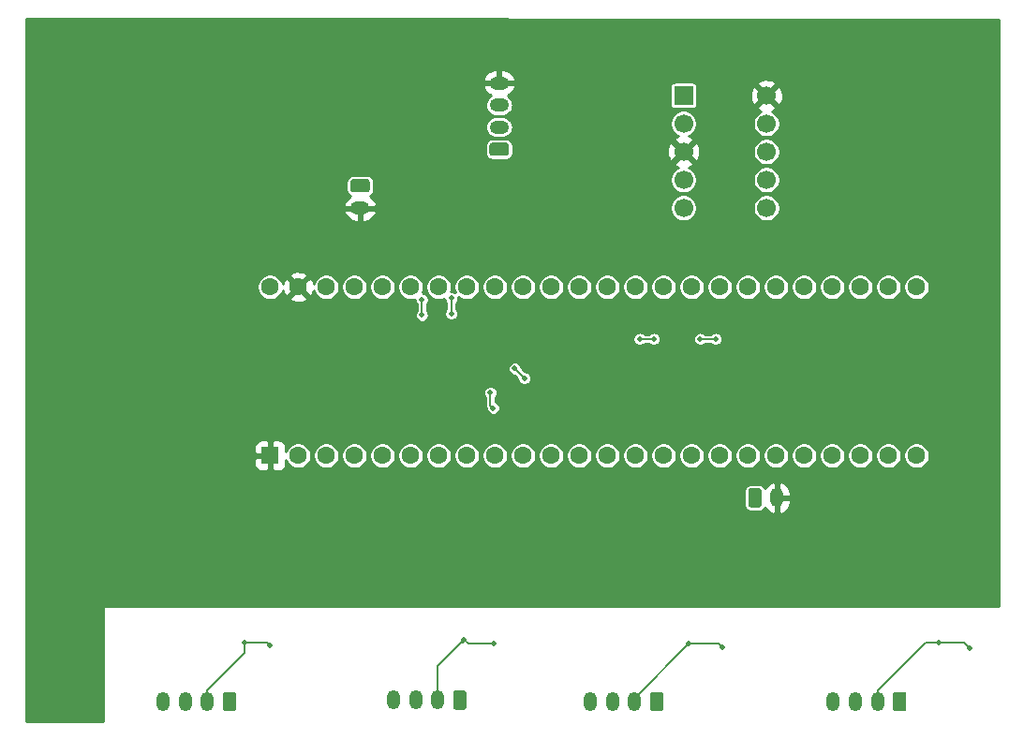
<source format=gbr>
G04 #@! TF.GenerationSoftware,KiCad,Pcbnew,5.1.5+dfsg1-2build2*
G04 #@! TF.CreationDate,2021-08-29T19:27:31-07:00*
G04 #@! TF.ProjectId,Telemetry Board,54656c65-6d65-4747-9279-20426f617264,rev?*
G04 #@! TF.SameCoordinates,Original*
G04 #@! TF.FileFunction,Copper,L2,Bot*
G04 #@! TF.FilePolarity,Positive*
%FSLAX46Y46*%
G04 Gerber Fmt 4.6, Leading zero omitted, Abs format (unit mm)*
G04 Created by KiCad (PCBNEW 5.1.5+dfsg1-2build2) date 2021-08-29 19:27:31*
%MOMM*%
%LPD*%
G04 APERTURE LIST*
%ADD10C,1.600000*%
%ADD11R,1.600000X1.600000*%
%ADD12C,1.700000*%
%ADD13R,1.700000X1.700000*%
%ADD14O,1.200000X1.750000*%
%ADD15C,0.100000*%
%ADD16O,1.750000X1.200000*%
%ADD17C,0.500000*%
%ADD18C,0.800000*%
%ADD19C,0.152400*%
%ADD20C,0.254000*%
G04 APERTURE END LIST*
D10*
X187198000Y-108077000D03*
X189738000Y-108077000D03*
X192278000Y-108077000D03*
X194818000Y-108077000D03*
X184658000Y-108077000D03*
X182118000Y-108077000D03*
X179578000Y-108077000D03*
X197358000Y-108077000D03*
X199898000Y-108077000D03*
X202438000Y-108077000D03*
X204978000Y-108077000D03*
X204978000Y-92837000D03*
X202438000Y-92837000D03*
X199898000Y-92837000D03*
X197358000Y-92837000D03*
X194818000Y-92837000D03*
X192278000Y-92837000D03*
X189738000Y-92837000D03*
X187198000Y-92837000D03*
X184658000Y-92837000D03*
X182118000Y-92837000D03*
X177038000Y-108077000D03*
X174498000Y-108077000D03*
X171958000Y-108077000D03*
X169418000Y-108077000D03*
X166878000Y-108077000D03*
X164338000Y-108077000D03*
X161798000Y-108077000D03*
X159258000Y-108077000D03*
X156718000Y-108077000D03*
X154178000Y-108077000D03*
X151638000Y-108077000D03*
X149098000Y-108077000D03*
D11*
X146558000Y-108077000D03*
D10*
X179578000Y-92837000D03*
X177038000Y-92837000D03*
X174498000Y-92837000D03*
X171958000Y-92837000D03*
X169418000Y-92837000D03*
X166878000Y-92837000D03*
X164338000Y-92837000D03*
X161798000Y-92837000D03*
X159258000Y-92837000D03*
X156718000Y-92837000D03*
X154178000Y-92837000D03*
X151638000Y-92837000D03*
X149098000Y-92837000D03*
X146558000Y-92837000D03*
D12*
X191419000Y-75528000D03*
X191419000Y-78068000D03*
X191419000Y-80608000D03*
X191419000Y-83148000D03*
X191419000Y-85688000D03*
X183919000Y-85688000D03*
X183919000Y-83148000D03*
X183919000Y-80608000D03*
X183919000Y-78068000D03*
D13*
X183919000Y-75528000D03*
D14*
X175483000Y-130302000D03*
X177483000Y-130302000D03*
X179483000Y-130302000D03*
G04 #@! TA.AperFunction,ComponentPad*
D15*
G36*
X181857505Y-129428204D02*
G01*
X181881773Y-129431804D01*
X181905572Y-129437765D01*
X181928671Y-129446030D01*
X181950850Y-129456520D01*
X181971893Y-129469132D01*
X181991599Y-129483747D01*
X182009777Y-129500223D01*
X182026253Y-129518401D01*
X182040868Y-129538107D01*
X182053480Y-129559150D01*
X182063970Y-129581329D01*
X182072235Y-129604428D01*
X182078196Y-129628227D01*
X182081796Y-129652495D01*
X182083000Y-129676999D01*
X182083000Y-130927001D01*
X182081796Y-130951505D01*
X182078196Y-130975773D01*
X182072235Y-130999572D01*
X182063970Y-131022671D01*
X182053480Y-131044850D01*
X182040868Y-131065893D01*
X182026253Y-131085599D01*
X182009777Y-131103777D01*
X181991599Y-131120253D01*
X181971893Y-131134868D01*
X181950850Y-131147480D01*
X181928671Y-131157970D01*
X181905572Y-131166235D01*
X181881773Y-131172196D01*
X181857505Y-131175796D01*
X181833001Y-131177000D01*
X181132999Y-131177000D01*
X181108495Y-131175796D01*
X181084227Y-131172196D01*
X181060428Y-131166235D01*
X181037329Y-131157970D01*
X181015150Y-131147480D01*
X180994107Y-131134868D01*
X180974401Y-131120253D01*
X180956223Y-131103777D01*
X180939747Y-131085599D01*
X180925132Y-131065893D01*
X180912520Y-131044850D01*
X180902030Y-131022671D01*
X180893765Y-130999572D01*
X180887804Y-130975773D01*
X180884204Y-130951505D01*
X180883000Y-130927001D01*
X180883000Y-129676999D01*
X180884204Y-129652495D01*
X180887804Y-129628227D01*
X180893765Y-129604428D01*
X180902030Y-129581329D01*
X180912520Y-129559150D01*
X180925132Y-129538107D01*
X180939747Y-129518401D01*
X180956223Y-129500223D01*
X180974401Y-129483747D01*
X180994107Y-129469132D01*
X181015150Y-129456520D01*
X181037329Y-129446030D01*
X181060428Y-129437765D01*
X181084227Y-129431804D01*
X181108495Y-129428204D01*
X181132999Y-129427000D01*
X181833001Y-129427000D01*
X181857505Y-129428204D01*
G37*
G04 #@! TD.AperFunction*
D14*
X136875000Y-130302000D03*
X138875000Y-130302000D03*
X140875000Y-130302000D03*
G04 #@! TA.AperFunction,ComponentPad*
D15*
G36*
X143249505Y-129428204D02*
G01*
X143273773Y-129431804D01*
X143297572Y-129437765D01*
X143320671Y-129446030D01*
X143342850Y-129456520D01*
X143363893Y-129469132D01*
X143383599Y-129483747D01*
X143401777Y-129500223D01*
X143418253Y-129518401D01*
X143432868Y-129538107D01*
X143445480Y-129559150D01*
X143455970Y-129581329D01*
X143464235Y-129604428D01*
X143470196Y-129628227D01*
X143473796Y-129652495D01*
X143475000Y-129676999D01*
X143475000Y-130927001D01*
X143473796Y-130951505D01*
X143470196Y-130975773D01*
X143464235Y-130999572D01*
X143455970Y-131022671D01*
X143445480Y-131044850D01*
X143432868Y-131065893D01*
X143418253Y-131085599D01*
X143401777Y-131103777D01*
X143383599Y-131120253D01*
X143363893Y-131134868D01*
X143342850Y-131147480D01*
X143320671Y-131157970D01*
X143297572Y-131166235D01*
X143273773Y-131172196D01*
X143249505Y-131175796D01*
X143225001Y-131177000D01*
X142524999Y-131177000D01*
X142500495Y-131175796D01*
X142476227Y-131172196D01*
X142452428Y-131166235D01*
X142429329Y-131157970D01*
X142407150Y-131147480D01*
X142386107Y-131134868D01*
X142366401Y-131120253D01*
X142348223Y-131103777D01*
X142331747Y-131085599D01*
X142317132Y-131065893D01*
X142304520Y-131044850D01*
X142294030Y-131022671D01*
X142285765Y-130999572D01*
X142279804Y-130975773D01*
X142276204Y-130951505D01*
X142275000Y-130927001D01*
X142275000Y-129676999D01*
X142276204Y-129652495D01*
X142279804Y-129628227D01*
X142285765Y-129604428D01*
X142294030Y-129581329D01*
X142304520Y-129559150D01*
X142317132Y-129538107D01*
X142331747Y-129518401D01*
X142348223Y-129500223D01*
X142366401Y-129483747D01*
X142386107Y-129469132D01*
X142407150Y-129456520D01*
X142429329Y-129446030D01*
X142452428Y-129437765D01*
X142476227Y-129431804D01*
X142500495Y-129428204D01*
X142524999Y-129427000D01*
X143225001Y-129427000D01*
X143249505Y-129428204D01*
G37*
G04 #@! TD.AperFunction*
D14*
X197454000Y-130302000D03*
X199454000Y-130302000D03*
X201454000Y-130302000D03*
G04 #@! TA.AperFunction,ComponentPad*
D15*
G36*
X203828505Y-129428204D02*
G01*
X203852773Y-129431804D01*
X203876572Y-129437765D01*
X203899671Y-129446030D01*
X203921850Y-129456520D01*
X203942893Y-129469132D01*
X203962599Y-129483747D01*
X203980777Y-129500223D01*
X203997253Y-129518401D01*
X204011868Y-129538107D01*
X204024480Y-129559150D01*
X204034970Y-129581329D01*
X204043235Y-129604428D01*
X204049196Y-129628227D01*
X204052796Y-129652495D01*
X204054000Y-129676999D01*
X204054000Y-130927001D01*
X204052796Y-130951505D01*
X204049196Y-130975773D01*
X204043235Y-130999572D01*
X204034970Y-131022671D01*
X204024480Y-131044850D01*
X204011868Y-131065893D01*
X203997253Y-131085599D01*
X203980777Y-131103777D01*
X203962599Y-131120253D01*
X203942893Y-131134868D01*
X203921850Y-131147480D01*
X203899671Y-131157970D01*
X203876572Y-131166235D01*
X203852773Y-131172196D01*
X203828505Y-131175796D01*
X203804001Y-131177000D01*
X203103999Y-131177000D01*
X203079495Y-131175796D01*
X203055227Y-131172196D01*
X203031428Y-131166235D01*
X203008329Y-131157970D01*
X202986150Y-131147480D01*
X202965107Y-131134868D01*
X202945401Y-131120253D01*
X202927223Y-131103777D01*
X202910747Y-131085599D01*
X202896132Y-131065893D01*
X202883520Y-131044850D01*
X202873030Y-131022671D01*
X202864765Y-130999572D01*
X202858804Y-130975773D01*
X202855204Y-130951505D01*
X202854000Y-130927001D01*
X202854000Y-129676999D01*
X202855204Y-129652495D01*
X202858804Y-129628227D01*
X202864765Y-129604428D01*
X202873030Y-129581329D01*
X202883520Y-129559150D01*
X202896132Y-129538107D01*
X202910747Y-129518401D01*
X202927223Y-129500223D01*
X202945401Y-129483747D01*
X202965107Y-129469132D01*
X202986150Y-129456520D01*
X203008329Y-129446030D01*
X203031428Y-129437765D01*
X203055227Y-129431804D01*
X203079495Y-129428204D01*
X203103999Y-129427000D01*
X203804001Y-129427000D01*
X203828505Y-129428204D01*
G37*
G04 #@! TD.AperFunction*
D14*
X157703000Y-130175000D03*
X159703000Y-130175000D03*
X161703000Y-130175000D03*
G04 #@! TA.AperFunction,ComponentPad*
D15*
G36*
X164077505Y-129301204D02*
G01*
X164101773Y-129304804D01*
X164125572Y-129310765D01*
X164148671Y-129319030D01*
X164170850Y-129329520D01*
X164191893Y-129342132D01*
X164211599Y-129356747D01*
X164229777Y-129373223D01*
X164246253Y-129391401D01*
X164260868Y-129411107D01*
X164273480Y-129432150D01*
X164283970Y-129454329D01*
X164292235Y-129477428D01*
X164298196Y-129501227D01*
X164301796Y-129525495D01*
X164303000Y-129549999D01*
X164303000Y-130800001D01*
X164301796Y-130824505D01*
X164298196Y-130848773D01*
X164292235Y-130872572D01*
X164283970Y-130895671D01*
X164273480Y-130917850D01*
X164260868Y-130938893D01*
X164246253Y-130958599D01*
X164229777Y-130976777D01*
X164211599Y-130993253D01*
X164191893Y-131007868D01*
X164170850Y-131020480D01*
X164148671Y-131030970D01*
X164125572Y-131039235D01*
X164101773Y-131045196D01*
X164077505Y-131048796D01*
X164053001Y-131050000D01*
X163352999Y-131050000D01*
X163328495Y-131048796D01*
X163304227Y-131045196D01*
X163280428Y-131039235D01*
X163257329Y-131030970D01*
X163235150Y-131020480D01*
X163214107Y-131007868D01*
X163194401Y-130993253D01*
X163176223Y-130976777D01*
X163159747Y-130958599D01*
X163145132Y-130938893D01*
X163132520Y-130917850D01*
X163122030Y-130895671D01*
X163113765Y-130872572D01*
X163107804Y-130848773D01*
X163104204Y-130824505D01*
X163103000Y-130800001D01*
X163103000Y-129549999D01*
X163104204Y-129525495D01*
X163107804Y-129501227D01*
X163113765Y-129477428D01*
X163122030Y-129454329D01*
X163132520Y-129432150D01*
X163145132Y-129411107D01*
X163159747Y-129391401D01*
X163176223Y-129373223D01*
X163194401Y-129356747D01*
X163214107Y-129342132D01*
X163235150Y-129329520D01*
X163257329Y-129319030D01*
X163280428Y-129310765D01*
X163304227Y-129304804D01*
X163328495Y-129301204D01*
X163352999Y-129300000D01*
X164053001Y-129300000D01*
X164077505Y-129301204D01*
G37*
G04 #@! TD.AperFunction*
D16*
X167259000Y-74391000D03*
X167259000Y-76391000D03*
X167259000Y-78391000D03*
G04 #@! TA.AperFunction,ComponentPad*
D15*
G36*
X167908505Y-79792204D02*
G01*
X167932773Y-79795804D01*
X167956572Y-79801765D01*
X167979671Y-79810030D01*
X168001850Y-79820520D01*
X168022893Y-79833132D01*
X168042599Y-79847747D01*
X168060777Y-79864223D01*
X168077253Y-79882401D01*
X168091868Y-79902107D01*
X168104480Y-79923150D01*
X168114970Y-79945329D01*
X168123235Y-79968428D01*
X168129196Y-79992227D01*
X168132796Y-80016495D01*
X168134000Y-80040999D01*
X168134000Y-80741001D01*
X168132796Y-80765505D01*
X168129196Y-80789773D01*
X168123235Y-80813572D01*
X168114970Y-80836671D01*
X168104480Y-80858850D01*
X168091868Y-80879893D01*
X168077253Y-80899599D01*
X168060777Y-80917777D01*
X168042599Y-80934253D01*
X168022893Y-80948868D01*
X168001850Y-80961480D01*
X167979671Y-80971970D01*
X167956572Y-80980235D01*
X167932773Y-80986196D01*
X167908505Y-80989796D01*
X167884001Y-80991000D01*
X166633999Y-80991000D01*
X166609495Y-80989796D01*
X166585227Y-80986196D01*
X166561428Y-80980235D01*
X166538329Y-80971970D01*
X166516150Y-80961480D01*
X166495107Y-80948868D01*
X166475401Y-80934253D01*
X166457223Y-80917777D01*
X166440747Y-80899599D01*
X166426132Y-80879893D01*
X166413520Y-80858850D01*
X166403030Y-80836671D01*
X166394765Y-80813572D01*
X166388804Y-80789773D01*
X166385204Y-80765505D01*
X166384000Y-80741001D01*
X166384000Y-80040999D01*
X166385204Y-80016495D01*
X166388804Y-79992227D01*
X166394765Y-79968428D01*
X166403030Y-79945329D01*
X166413520Y-79923150D01*
X166426132Y-79902107D01*
X166440747Y-79882401D01*
X166457223Y-79864223D01*
X166475401Y-79847747D01*
X166495107Y-79833132D01*
X166516150Y-79820520D01*
X166538329Y-79810030D01*
X166561428Y-79801765D01*
X166585227Y-79795804D01*
X166609495Y-79792204D01*
X166633999Y-79791000D01*
X167884001Y-79791000D01*
X167908505Y-79792204D01*
G37*
G04 #@! TD.AperFunction*
D16*
X154686000Y-85693000D03*
G04 #@! TA.AperFunction,ComponentPad*
D15*
G36*
X155335505Y-83094204D02*
G01*
X155359773Y-83097804D01*
X155383572Y-83103765D01*
X155406671Y-83112030D01*
X155428850Y-83122520D01*
X155449893Y-83135132D01*
X155469599Y-83149747D01*
X155487777Y-83166223D01*
X155504253Y-83184401D01*
X155518868Y-83204107D01*
X155531480Y-83225150D01*
X155541970Y-83247329D01*
X155550235Y-83270428D01*
X155556196Y-83294227D01*
X155559796Y-83318495D01*
X155561000Y-83342999D01*
X155561000Y-84043001D01*
X155559796Y-84067505D01*
X155556196Y-84091773D01*
X155550235Y-84115572D01*
X155541970Y-84138671D01*
X155531480Y-84160850D01*
X155518868Y-84181893D01*
X155504253Y-84201599D01*
X155487777Y-84219777D01*
X155469599Y-84236253D01*
X155449893Y-84250868D01*
X155428850Y-84263480D01*
X155406671Y-84273970D01*
X155383572Y-84282235D01*
X155359773Y-84288196D01*
X155335505Y-84291796D01*
X155311001Y-84293000D01*
X154060999Y-84293000D01*
X154036495Y-84291796D01*
X154012227Y-84288196D01*
X153988428Y-84282235D01*
X153965329Y-84273970D01*
X153943150Y-84263480D01*
X153922107Y-84250868D01*
X153902401Y-84236253D01*
X153884223Y-84219777D01*
X153867747Y-84201599D01*
X153853132Y-84181893D01*
X153840520Y-84160850D01*
X153830030Y-84138671D01*
X153821765Y-84115572D01*
X153815804Y-84091773D01*
X153812204Y-84067505D01*
X153811000Y-84043001D01*
X153811000Y-83342999D01*
X153812204Y-83318495D01*
X153815804Y-83294227D01*
X153821765Y-83270428D01*
X153830030Y-83247329D01*
X153840520Y-83225150D01*
X153853132Y-83204107D01*
X153867747Y-83184401D01*
X153884223Y-83166223D01*
X153902401Y-83149747D01*
X153922107Y-83135132D01*
X153943150Y-83122520D01*
X153965329Y-83112030D01*
X153988428Y-83103765D01*
X154012227Y-83097804D01*
X154036495Y-83094204D01*
X154060999Y-83093000D01*
X155311001Y-83093000D01*
X155335505Y-83094204D01*
G37*
G04 #@! TD.AperFunction*
D14*
X192373000Y-111887000D03*
G04 #@! TA.AperFunction,ComponentPad*
D15*
G36*
X190747505Y-111013204D02*
G01*
X190771773Y-111016804D01*
X190795572Y-111022765D01*
X190818671Y-111031030D01*
X190840850Y-111041520D01*
X190861893Y-111054132D01*
X190881599Y-111068747D01*
X190899777Y-111085223D01*
X190916253Y-111103401D01*
X190930868Y-111123107D01*
X190943480Y-111144150D01*
X190953970Y-111166329D01*
X190962235Y-111189428D01*
X190968196Y-111213227D01*
X190971796Y-111237495D01*
X190973000Y-111261999D01*
X190973000Y-112512001D01*
X190971796Y-112536505D01*
X190968196Y-112560773D01*
X190962235Y-112584572D01*
X190953970Y-112607671D01*
X190943480Y-112629850D01*
X190930868Y-112650893D01*
X190916253Y-112670599D01*
X190899777Y-112688777D01*
X190881599Y-112705253D01*
X190861893Y-112719868D01*
X190840850Y-112732480D01*
X190818671Y-112742970D01*
X190795572Y-112751235D01*
X190771773Y-112757196D01*
X190747505Y-112760796D01*
X190723001Y-112762000D01*
X190022999Y-112762000D01*
X189998495Y-112760796D01*
X189974227Y-112757196D01*
X189950428Y-112751235D01*
X189927329Y-112742970D01*
X189905150Y-112732480D01*
X189884107Y-112719868D01*
X189864401Y-112705253D01*
X189846223Y-112688777D01*
X189829747Y-112670599D01*
X189815132Y-112650893D01*
X189802520Y-112629850D01*
X189792030Y-112607671D01*
X189783765Y-112584572D01*
X189777804Y-112560773D01*
X189774204Y-112536505D01*
X189773000Y-112512001D01*
X189773000Y-111261999D01*
X189774204Y-111237495D01*
X189777804Y-111213227D01*
X189783765Y-111189428D01*
X189792030Y-111166329D01*
X189802520Y-111144150D01*
X189815132Y-111123107D01*
X189829747Y-111103401D01*
X189846223Y-111085223D01*
X189864401Y-111068747D01*
X189884107Y-111054132D01*
X189905150Y-111041520D01*
X189927329Y-111031030D01*
X189950428Y-111022765D01*
X189974227Y-111016804D01*
X189998495Y-111013204D01*
X190022999Y-111012000D01*
X190723001Y-111012000D01*
X190747505Y-111013204D01*
G37*
G04 #@! TD.AperFunction*
D17*
X165227000Y-71247000D03*
D18*
X146558000Y-111760000D03*
X200025000Y-114554000D03*
X199644000Y-86741000D03*
X199644000Y-84201000D03*
X199644000Y-81661000D03*
X199644000Y-79121000D03*
X199517000Y-76581000D03*
X147066000Y-72263000D03*
X172720000Y-81280000D03*
X152654000Y-78359000D03*
D17*
X137922000Y-115062000D03*
X145020000Y-113933000D03*
X157480000Y-114808000D03*
X177419000Y-114681000D03*
X185039000Y-113919000D03*
X207377000Y-113425000D03*
X164845992Y-113538000D03*
D18*
X168148000Y-115697000D03*
X208026000Y-105664000D03*
D17*
X164084000Y-124714000D03*
X166765000Y-125081000D03*
X207010000Y-124968000D03*
X209804000Y-125476000D03*
X144272000Y-124968000D03*
X146558000Y-125222000D03*
X184404000Y-125095000D03*
X187388500Y-125412500D03*
X160274000Y-95377000D03*
X166471890Y-102387110D03*
X160274000Y-93980000D03*
X166721889Y-103788111D03*
X162941000Y-95250000D03*
X169545000Y-101092000D03*
X162941000Y-93853000D03*
X168656000Y-100203000D03*
X179959006Y-97536000D03*
X181229000Y-97536000D03*
X185420000Y-97536000D03*
X186817000Y-97536000D03*
D19*
X161703000Y-127095000D02*
X163834001Y-124963999D01*
X161703000Y-130175000D02*
X161703000Y-127095000D01*
X163834001Y-124963999D02*
X164084000Y-124714000D01*
X163957000Y-124968000D02*
X163957000Y-124968000D01*
X164451000Y-125081000D02*
X164084000Y-124714000D01*
X166765000Y-125081000D02*
X164451000Y-125081000D01*
X209296000Y-124968000D02*
X209804000Y-125476000D01*
X201454000Y-129274600D02*
X205760600Y-124968000D01*
X205760600Y-124968000D02*
X207010000Y-124968000D01*
X201454000Y-130302000D02*
X201454000Y-129274600D01*
X207010000Y-124968000D02*
X209296000Y-124968000D01*
X209804000Y-125476000D02*
X209804000Y-125476000D01*
X140875000Y-129274600D02*
X144272000Y-125877600D01*
X140875000Y-130302000D02*
X140875000Y-129274600D01*
X144272000Y-125877600D02*
X144272000Y-124968000D01*
X144272000Y-124968000D02*
X146304000Y-124968000D01*
X146304000Y-124968000D02*
X146558000Y-125222000D01*
X144272000Y-124968000D02*
X144272000Y-124968000D01*
X146558000Y-125222000D02*
X146558000Y-125222000D01*
X179483000Y-130016000D02*
X179483000Y-130302000D01*
X184404000Y-125095000D02*
X179483000Y-130016000D01*
X184404000Y-125095000D02*
X187071000Y-125095000D01*
X187071000Y-125095000D02*
X187388500Y-125412500D01*
X187388500Y-125412500D02*
X187452000Y-125476000D01*
X160274000Y-94996000D02*
X160274000Y-95377000D01*
X166471890Y-103538112D02*
X166471890Y-102387110D01*
X160274000Y-94361000D02*
X160274000Y-94996000D01*
X166721889Y-103788111D02*
X166471890Y-103538112D01*
X160274000Y-95377000D02*
X160274000Y-95377000D01*
X166471890Y-102387110D02*
X166471890Y-102387110D01*
X160274000Y-93980000D02*
X160274000Y-94996000D01*
X162941000Y-95250000D02*
X162941000Y-95250000D01*
X169545000Y-101092000D02*
X169545000Y-101092000D01*
X162941000Y-93853000D02*
X162941000Y-95250000D01*
X168656000Y-100203000D02*
X169545000Y-101092000D01*
X181229000Y-97536000D02*
X179959006Y-97536000D01*
X186817000Y-97536000D02*
X185420000Y-97536000D01*
X185420000Y-97536000D02*
X185420000Y-97536000D01*
D20*
G36*
X212391000Y-68651769D02*
G01*
X212391001Y-121666000D01*
X131572000Y-121666000D01*
X131559613Y-121667220D01*
X131547418Y-121668402D01*
X131547325Y-121668430D01*
X131547224Y-121668440D01*
X131535099Y-121672118D01*
X131523582Y-121675592D01*
X131523497Y-121675637D01*
X131523399Y-121675667D01*
X131512478Y-121681505D01*
X131501607Y-121687293D01*
X131501528Y-121687357D01*
X131501443Y-121687403D01*
X131491914Y-121695223D01*
X131482338Y-121703057D01*
X131482276Y-121703132D01*
X131482197Y-121703197D01*
X131474159Y-121712992D01*
X131466514Y-121722278D01*
X131466468Y-121722364D01*
X131466403Y-121722443D01*
X131460498Y-121733489D01*
X131454743Y-121744216D01*
X131454714Y-121744311D01*
X131454667Y-121744399D01*
X131451081Y-121756222D01*
X131447479Y-121768029D01*
X131447469Y-121768128D01*
X131447440Y-121768224D01*
X131445020Y-121792801D01*
X131445000Y-121793000D01*
X131445000Y-132062820D01*
X124481000Y-132059209D01*
X124481000Y-111261999D01*
X189394176Y-111261999D01*
X189394176Y-112512001D01*
X189406259Y-112634678D01*
X189442042Y-112752641D01*
X189500152Y-112861356D01*
X189578354Y-112956646D01*
X189673644Y-113034848D01*
X189782359Y-113092958D01*
X189900322Y-113128741D01*
X190022999Y-113140824D01*
X190723001Y-113140824D01*
X190845678Y-113128741D01*
X190963641Y-113092958D01*
X191072356Y-113034848D01*
X191167646Y-112956646D01*
X191245848Y-112861356D01*
X191293842Y-112771566D01*
X191416693Y-112953725D01*
X191589526Y-113125078D01*
X191792467Y-113259421D01*
X192017718Y-113351591D01*
X192055391Y-113355462D01*
X192246000Y-113230731D01*
X192246000Y-112014000D01*
X192500000Y-112014000D01*
X192500000Y-113230731D01*
X192690609Y-113355462D01*
X192728282Y-113351591D01*
X192953533Y-113259421D01*
X193156474Y-113125078D01*
X193329307Y-112953725D01*
X193465390Y-112751946D01*
X193559493Y-112527496D01*
X193608000Y-112289000D01*
X193608000Y-112014000D01*
X192500000Y-112014000D01*
X192246000Y-112014000D01*
X192226000Y-112014000D01*
X192226000Y-111760000D01*
X192246000Y-111760000D01*
X192246000Y-110543269D01*
X192500000Y-110543269D01*
X192500000Y-111760000D01*
X193608000Y-111760000D01*
X193608000Y-111485000D01*
X193559493Y-111246504D01*
X193465390Y-111022054D01*
X193329307Y-110820275D01*
X193156474Y-110648922D01*
X192953533Y-110514579D01*
X192728282Y-110422409D01*
X192690609Y-110418538D01*
X192500000Y-110543269D01*
X192246000Y-110543269D01*
X192055391Y-110418538D01*
X192017718Y-110422409D01*
X191792467Y-110514579D01*
X191589526Y-110648922D01*
X191416693Y-110820275D01*
X191293842Y-111002434D01*
X191245848Y-110912644D01*
X191167646Y-110817354D01*
X191072356Y-110739152D01*
X190963641Y-110681042D01*
X190845678Y-110645259D01*
X190723001Y-110633176D01*
X190022999Y-110633176D01*
X189900322Y-110645259D01*
X189782359Y-110681042D01*
X189673644Y-110739152D01*
X189578354Y-110817354D01*
X189500152Y-110912644D01*
X189442042Y-111021359D01*
X189406259Y-111139322D01*
X189394176Y-111261999D01*
X124481000Y-111261999D01*
X124481000Y-108877000D01*
X145119928Y-108877000D01*
X145132188Y-109001482D01*
X145168498Y-109121180D01*
X145227463Y-109231494D01*
X145306815Y-109328185D01*
X145403506Y-109407537D01*
X145513820Y-109466502D01*
X145633518Y-109502812D01*
X145758000Y-109515072D01*
X146272250Y-109512000D01*
X146431000Y-109353250D01*
X146431000Y-108204000D01*
X145281750Y-108204000D01*
X145123000Y-108362750D01*
X145119928Y-108877000D01*
X124481000Y-108877000D01*
X124481000Y-107277000D01*
X145119928Y-107277000D01*
X145123000Y-107791250D01*
X145281750Y-107950000D01*
X146431000Y-107950000D01*
X146431000Y-106800750D01*
X146685000Y-106800750D01*
X146685000Y-107950000D01*
X146705000Y-107950000D01*
X146705000Y-108204000D01*
X146685000Y-108204000D01*
X146685000Y-109353250D01*
X146843750Y-109512000D01*
X147358000Y-109515072D01*
X147482482Y-109502812D01*
X147602180Y-109466502D01*
X147712494Y-109407537D01*
X147809185Y-109328185D01*
X147888537Y-109231494D01*
X147947502Y-109121180D01*
X147983812Y-109001482D01*
X147996072Y-108877000D01*
X147993741Y-108486732D01*
X148054956Y-108634519D01*
X148183764Y-108827294D01*
X148347706Y-108991236D01*
X148540481Y-109120044D01*
X148754682Y-109208769D01*
X148982076Y-109254000D01*
X149213924Y-109254000D01*
X149441318Y-109208769D01*
X149655519Y-109120044D01*
X149848294Y-108991236D01*
X150012236Y-108827294D01*
X150141044Y-108634519D01*
X150229769Y-108420318D01*
X150275000Y-108192924D01*
X150275000Y-107961076D01*
X150461000Y-107961076D01*
X150461000Y-108192924D01*
X150506231Y-108420318D01*
X150594956Y-108634519D01*
X150723764Y-108827294D01*
X150887706Y-108991236D01*
X151080481Y-109120044D01*
X151294682Y-109208769D01*
X151522076Y-109254000D01*
X151753924Y-109254000D01*
X151981318Y-109208769D01*
X152195519Y-109120044D01*
X152388294Y-108991236D01*
X152552236Y-108827294D01*
X152681044Y-108634519D01*
X152769769Y-108420318D01*
X152815000Y-108192924D01*
X152815000Y-107961076D01*
X153001000Y-107961076D01*
X153001000Y-108192924D01*
X153046231Y-108420318D01*
X153134956Y-108634519D01*
X153263764Y-108827294D01*
X153427706Y-108991236D01*
X153620481Y-109120044D01*
X153834682Y-109208769D01*
X154062076Y-109254000D01*
X154293924Y-109254000D01*
X154521318Y-109208769D01*
X154735519Y-109120044D01*
X154928294Y-108991236D01*
X155092236Y-108827294D01*
X155221044Y-108634519D01*
X155309769Y-108420318D01*
X155355000Y-108192924D01*
X155355000Y-107961076D01*
X155541000Y-107961076D01*
X155541000Y-108192924D01*
X155586231Y-108420318D01*
X155674956Y-108634519D01*
X155803764Y-108827294D01*
X155967706Y-108991236D01*
X156160481Y-109120044D01*
X156374682Y-109208769D01*
X156602076Y-109254000D01*
X156833924Y-109254000D01*
X157061318Y-109208769D01*
X157275519Y-109120044D01*
X157468294Y-108991236D01*
X157632236Y-108827294D01*
X157761044Y-108634519D01*
X157849769Y-108420318D01*
X157895000Y-108192924D01*
X157895000Y-107961076D01*
X158081000Y-107961076D01*
X158081000Y-108192924D01*
X158126231Y-108420318D01*
X158214956Y-108634519D01*
X158343764Y-108827294D01*
X158507706Y-108991236D01*
X158700481Y-109120044D01*
X158914682Y-109208769D01*
X159142076Y-109254000D01*
X159373924Y-109254000D01*
X159601318Y-109208769D01*
X159815519Y-109120044D01*
X160008294Y-108991236D01*
X160172236Y-108827294D01*
X160301044Y-108634519D01*
X160389769Y-108420318D01*
X160435000Y-108192924D01*
X160435000Y-107961076D01*
X160621000Y-107961076D01*
X160621000Y-108192924D01*
X160666231Y-108420318D01*
X160754956Y-108634519D01*
X160883764Y-108827294D01*
X161047706Y-108991236D01*
X161240481Y-109120044D01*
X161454682Y-109208769D01*
X161682076Y-109254000D01*
X161913924Y-109254000D01*
X162141318Y-109208769D01*
X162355519Y-109120044D01*
X162548294Y-108991236D01*
X162712236Y-108827294D01*
X162841044Y-108634519D01*
X162929769Y-108420318D01*
X162975000Y-108192924D01*
X162975000Y-107961076D01*
X163161000Y-107961076D01*
X163161000Y-108192924D01*
X163206231Y-108420318D01*
X163294956Y-108634519D01*
X163423764Y-108827294D01*
X163587706Y-108991236D01*
X163780481Y-109120044D01*
X163994682Y-109208769D01*
X164222076Y-109254000D01*
X164453924Y-109254000D01*
X164681318Y-109208769D01*
X164895519Y-109120044D01*
X165088294Y-108991236D01*
X165252236Y-108827294D01*
X165381044Y-108634519D01*
X165469769Y-108420318D01*
X165515000Y-108192924D01*
X165515000Y-107961076D01*
X165701000Y-107961076D01*
X165701000Y-108192924D01*
X165746231Y-108420318D01*
X165834956Y-108634519D01*
X165963764Y-108827294D01*
X166127706Y-108991236D01*
X166320481Y-109120044D01*
X166534682Y-109208769D01*
X166762076Y-109254000D01*
X166993924Y-109254000D01*
X167221318Y-109208769D01*
X167435519Y-109120044D01*
X167628294Y-108991236D01*
X167792236Y-108827294D01*
X167921044Y-108634519D01*
X168009769Y-108420318D01*
X168055000Y-108192924D01*
X168055000Y-107961076D01*
X168241000Y-107961076D01*
X168241000Y-108192924D01*
X168286231Y-108420318D01*
X168374956Y-108634519D01*
X168503764Y-108827294D01*
X168667706Y-108991236D01*
X168860481Y-109120044D01*
X169074682Y-109208769D01*
X169302076Y-109254000D01*
X169533924Y-109254000D01*
X169761318Y-109208769D01*
X169975519Y-109120044D01*
X170168294Y-108991236D01*
X170332236Y-108827294D01*
X170461044Y-108634519D01*
X170549769Y-108420318D01*
X170595000Y-108192924D01*
X170595000Y-107961076D01*
X170781000Y-107961076D01*
X170781000Y-108192924D01*
X170826231Y-108420318D01*
X170914956Y-108634519D01*
X171043764Y-108827294D01*
X171207706Y-108991236D01*
X171400481Y-109120044D01*
X171614682Y-109208769D01*
X171842076Y-109254000D01*
X172073924Y-109254000D01*
X172301318Y-109208769D01*
X172515519Y-109120044D01*
X172708294Y-108991236D01*
X172872236Y-108827294D01*
X173001044Y-108634519D01*
X173089769Y-108420318D01*
X173135000Y-108192924D01*
X173135000Y-107961076D01*
X173321000Y-107961076D01*
X173321000Y-108192924D01*
X173366231Y-108420318D01*
X173454956Y-108634519D01*
X173583764Y-108827294D01*
X173747706Y-108991236D01*
X173940481Y-109120044D01*
X174154682Y-109208769D01*
X174382076Y-109254000D01*
X174613924Y-109254000D01*
X174841318Y-109208769D01*
X175055519Y-109120044D01*
X175248294Y-108991236D01*
X175412236Y-108827294D01*
X175541044Y-108634519D01*
X175629769Y-108420318D01*
X175675000Y-108192924D01*
X175675000Y-107961076D01*
X175861000Y-107961076D01*
X175861000Y-108192924D01*
X175906231Y-108420318D01*
X175994956Y-108634519D01*
X176123764Y-108827294D01*
X176287706Y-108991236D01*
X176480481Y-109120044D01*
X176694682Y-109208769D01*
X176922076Y-109254000D01*
X177153924Y-109254000D01*
X177381318Y-109208769D01*
X177595519Y-109120044D01*
X177788294Y-108991236D01*
X177952236Y-108827294D01*
X178081044Y-108634519D01*
X178169769Y-108420318D01*
X178215000Y-108192924D01*
X178215000Y-107961076D01*
X178401000Y-107961076D01*
X178401000Y-108192924D01*
X178446231Y-108420318D01*
X178534956Y-108634519D01*
X178663764Y-108827294D01*
X178827706Y-108991236D01*
X179020481Y-109120044D01*
X179234682Y-109208769D01*
X179462076Y-109254000D01*
X179693924Y-109254000D01*
X179921318Y-109208769D01*
X180135519Y-109120044D01*
X180328294Y-108991236D01*
X180492236Y-108827294D01*
X180621044Y-108634519D01*
X180709769Y-108420318D01*
X180755000Y-108192924D01*
X180755000Y-107961076D01*
X180941000Y-107961076D01*
X180941000Y-108192924D01*
X180986231Y-108420318D01*
X181074956Y-108634519D01*
X181203764Y-108827294D01*
X181367706Y-108991236D01*
X181560481Y-109120044D01*
X181774682Y-109208769D01*
X182002076Y-109254000D01*
X182233924Y-109254000D01*
X182461318Y-109208769D01*
X182675519Y-109120044D01*
X182868294Y-108991236D01*
X183032236Y-108827294D01*
X183161044Y-108634519D01*
X183249769Y-108420318D01*
X183295000Y-108192924D01*
X183295000Y-107961076D01*
X183481000Y-107961076D01*
X183481000Y-108192924D01*
X183526231Y-108420318D01*
X183614956Y-108634519D01*
X183743764Y-108827294D01*
X183907706Y-108991236D01*
X184100481Y-109120044D01*
X184314682Y-109208769D01*
X184542076Y-109254000D01*
X184773924Y-109254000D01*
X185001318Y-109208769D01*
X185215519Y-109120044D01*
X185408294Y-108991236D01*
X185572236Y-108827294D01*
X185701044Y-108634519D01*
X185789769Y-108420318D01*
X185835000Y-108192924D01*
X185835000Y-107961076D01*
X186021000Y-107961076D01*
X186021000Y-108192924D01*
X186066231Y-108420318D01*
X186154956Y-108634519D01*
X186283764Y-108827294D01*
X186447706Y-108991236D01*
X186640481Y-109120044D01*
X186854682Y-109208769D01*
X187082076Y-109254000D01*
X187313924Y-109254000D01*
X187541318Y-109208769D01*
X187755519Y-109120044D01*
X187948294Y-108991236D01*
X188112236Y-108827294D01*
X188241044Y-108634519D01*
X188329769Y-108420318D01*
X188375000Y-108192924D01*
X188375000Y-107961076D01*
X188561000Y-107961076D01*
X188561000Y-108192924D01*
X188606231Y-108420318D01*
X188694956Y-108634519D01*
X188823764Y-108827294D01*
X188987706Y-108991236D01*
X189180481Y-109120044D01*
X189394682Y-109208769D01*
X189622076Y-109254000D01*
X189853924Y-109254000D01*
X190081318Y-109208769D01*
X190295519Y-109120044D01*
X190488294Y-108991236D01*
X190652236Y-108827294D01*
X190781044Y-108634519D01*
X190869769Y-108420318D01*
X190915000Y-108192924D01*
X190915000Y-107961076D01*
X191101000Y-107961076D01*
X191101000Y-108192924D01*
X191146231Y-108420318D01*
X191234956Y-108634519D01*
X191363764Y-108827294D01*
X191527706Y-108991236D01*
X191720481Y-109120044D01*
X191934682Y-109208769D01*
X192162076Y-109254000D01*
X192393924Y-109254000D01*
X192621318Y-109208769D01*
X192835519Y-109120044D01*
X193028294Y-108991236D01*
X193192236Y-108827294D01*
X193321044Y-108634519D01*
X193409769Y-108420318D01*
X193455000Y-108192924D01*
X193455000Y-107961076D01*
X193641000Y-107961076D01*
X193641000Y-108192924D01*
X193686231Y-108420318D01*
X193774956Y-108634519D01*
X193903764Y-108827294D01*
X194067706Y-108991236D01*
X194260481Y-109120044D01*
X194474682Y-109208769D01*
X194702076Y-109254000D01*
X194933924Y-109254000D01*
X195161318Y-109208769D01*
X195375519Y-109120044D01*
X195568294Y-108991236D01*
X195732236Y-108827294D01*
X195861044Y-108634519D01*
X195949769Y-108420318D01*
X195995000Y-108192924D01*
X195995000Y-107961076D01*
X196181000Y-107961076D01*
X196181000Y-108192924D01*
X196226231Y-108420318D01*
X196314956Y-108634519D01*
X196443764Y-108827294D01*
X196607706Y-108991236D01*
X196800481Y-109120044D01*
X197014682Y-109208769D01*
X197242076Y-109254000D01*
X197473924Y-109254000D01*
X197701318Y-109208769D01*
X197915519Y-109120044D01*
X198108294Y-108991236D01*
X198272236Y-108827294D01*
X198401044Y-108634519D01*
X198489769Y-108420318D01*
X198535000Y-108192924D01*
X198535000Y-107961076D01*
X198721000Y-107961076D01*
X198721000Y-108192924D01*
X198766231Y-108420318D01*
X198854956Y-108634519D01*
X198983764Y-108827294D01*
X199147706Y-108991236D01*
X199340481Y-109120044D01*
X199554682Y-109208769D01*
X199782076Y-109254000D01*
X200013924Y-109254000D01*
X200241318Y-109208769D01*
X200455519Y-109120044D01*
X200648294Y-108991236D01*
X200812236Y-108827294D01*
X200941044Y-108634519D01*
X201029769Y-108420318D01*
X201075000Y-108192924D01*
X201075000Y-107961076D01*
X201261000Y-107961076D01*
X201261000Y-108192924D01*
X201306231Y-108420318D01*
X201394956Y-108634519D01*
X201523764Y-108827294D01*
X201687706Y-108991236D01*
X201880481Y-109120044D01*
X202094682Y-109208769D01*
X202322076Y-109254000D01*
X202553924Y-109254000D01*
X202781318Y-109208769D01*
X202995519Y-109120044D01*
X203188294Y-108991236D01*
X203352236Y-108827294D01*
X203481044Y-108634519D01*
X203569769Y-108420318D01*
X203615000Y-108192924D01*
X203615000Y-107961076D01*
X203801000Y-107961076D01*
X203801000Y-108192924D01*
X203846231Y-108420318D01*
X203934956Y-108634519D01*
X204063764Y-108827294D01*
X204227706Y-108991236D01*
X204420481Y-109120044D01*
X204634682Y-109208769D01*
X204862076Y-109254000D01*
X205093924Y-109254000D01*
X205321318Y-109208769D01*
X205535519Y-109120044D01*
X205728294Y-108991236D01*
X205892236Y-108827294D01*
X206021044Y-108634519D01*
X206109769Y-108420318D01*
X206155000Y-108192924D01*
X206155000Y-107961076D01*
X206109769Y-107733682D01*
X206021044Y-107519481D01*
X205892236Y-107326706D01*
X205728294Y-107162764D01*
X205535519Y-107033956D01*
X205321318Y-106945231D01*
X205093924Y-106900000D01*
X204862076Y-106900000D01*
X204634682Y-106945231D01*
X204420481Y-107033956D01*
X204227706Y-107162764D01*
X204063764Y-107326706D01*
X203934956Y-107519481D01*
X203846231Y-107733682D01*
X203801000Y-107961076D01*
X203615000Y-107961076D01*
X203569769Y-107733682D01*
X203481044Y-107519481D01*
X203352236Y-107326706D01*
X203188294Y-107162764D01*
X202995519Y-107033956D01*
X202781318Y-106945231D01*
X202553924Y-106900000D01*
X202322076Y-106900000D01*
X202094682Y-106945231D01*
X201880481Y-107033956D01*
X201687706Y-107162764D01*
X201523764Y-107326706D01*
X201394956Y-107519481D01*
X201306231Y-107733682D01*
X201261000Y-107961076D01*
X201075000Y-107961076D01*
X201029769Y-107733682D01*
X200941044Y-107519481D01*
X200812236Y-107326706D01*
X200648294Y-107162764D01*
X200455519Y-107033956D01*
X200241318Y-106945231D01*
X200013924Y-106900000D01*
X199782076Y-106900000D01*
X199554682Y-106945231D01*
X199340481Y-107033956D01*
X199147706Y-107162764D01*
X198983764Y-107326706D01*
X198854956Y-107519481D01*
X198766231Y-107733682D01*
X198721000Y-107961076D01*
X198535000Y-107961076D01*
X198489769Y-107733682D01*
X198401044Y-107519481D01*
X198272236Y-107326706D01*
X198108294Y-107162764D01*
X197915519Y-107033956D01*
X197701318Y-106945231D01*
X197473924Y-106900000D01*
X197242076Y-106900000D01*
X197014682Y-106945231D01*
X196800481Y-107033956D01*
X196607706Y-107162764D01*
X196443764Y-107326706D01*
X196314956Y-107519481D01*
X196226231Y-107733682D01*
X196181000Y-107961076D01*
X195995000Y-107961076D01*
X195949769Y-107733682D01*
X195861044Y-107519481D01*
X195732236Y-107326706D01*
X195568294Y-107162764D01*
X195375519Y-107033956D01*
X195161318Y-106945231D01*
X194933924Y-106900000D01*
X194702076Y-106900000D01*
X194474682Y-106945231D01*
X194260481Y-107033956D01*
X194067706Y-107162764D01*
X193903764Y-107326706D01*
X193774956Y-107519481D01*
X193686231Y-107733682D01*
X193641000Y-107961076D01*
X193455000Y-107961076D01*
X193409769Y-107733682D01*
X193321044Y-107519481D01*
X193192236Y-107326706D01*
X193028294Y-107162764D01*
X192835519Y-107033956D01*
X192621318Y-106945231D01*
X192393924Y-106900000D01*
X192162076Y-106900000D01*
X191934682Y-106945231D01*
X191720481Y-107033956D01*
X191527706Y-107162764D01*
X191363764Y-107326706D01*
X191234956Y-107519481D01*
X191146231Y-107733682D01*
X191101000Y-107961076D01*
X190915000Y-107961076D01*
X190869769Y-107733682D01*
X190781044Y-107519481D01*
X190652236Y-107326706D01*
X190488294Y-107162764D01*
X190295519Y-107033956D01*
X190081318Y-106945231D01*
X189853924Y-106900000D01*
X189622076Y-106900000D01*
X189394682Y-106945231D01*
X189180481Y-107033956D01*
X188987706Y-107162764D01*
X188823764Y-107326706D01*
X188694956Y-107519481D01*
X188606231Y-107733682D01*
X188561000Y-107961076D01*
X188375000Y-107961076D01*
X188329769Y-107733682D01*
X188241044Y-107519481D01*
X188112236Y-107326706D01*
X187948294Y-107162764D01*
X187755519Y-107033956D01*
X187541318Y-106945231D01*
X187313924Y-106900000D01*
X187082076Y-106900000D01*
X186854682Y-106945231D01*
X186640481Y-107033956D01*
X186447706Y-107162764D01*
X186283764Y-107326706D01*
X186154956Y-107519481D01*
X186066231Y-107733682D01*
X186021000Y-107961076D01*
X185835000Y-107961076D01*
X185789769Y-107733682D01*
X185701044Y-107519481D01*
X185572236Y-107326706D01*
X185408294Y-107162764D01*
X185215519Y-107033956D01*
X185001318Y-106945231D01*
X184773924Y-106900000D01*
X184542076Y-106900000D01*
X184314682Y-106945231D01*
X184100481Y-107033956D01*
X183907706Y-107162764D01*
X183743764Y-107326706D01*
X183614956Y-107519481D01*
X183526231Y-107733682D01*
X183481000Y-107961076D01*
X183295000Y-107961076D01*
X183249769Y-107733682D01*
X183161044Y-107519481D01*
X183032236Y-107326706D01*
X182868294Y-107162764D01*
X182675519Y-107033956D01*
X182461318Y-106945231D01*
X182233924Y-106900000D01*
X182002076Y-106900000D01*
X181774682Y-106945231D01*
X181560481Y-107033956D01*
X181367706Y-107162764D01*
X181203764Y-107326706D01*
X181074956Y-107519481D01*
X180986231Y-107733682D01*
X180941000Y-107961076D01*
X180755000Y-107961076D01*
X180709769Y-107733682D01*
X180621044Y-107519481D01*
X180492236Y-107326706D01*
X180328294Y-107162764D01*
X180135519Y-107033956D01*
X179921318Y-106945231D01*
X179693924Y-106900000D01*
X179462076Y-106900000D01*
X179234682Y-106945231D01*
X179020481Y-107033956D01*
X178827706Y-107162764D01*
X178663764Y-107326706D01*
X178534956Y-107519481D01*
X178446231Y-107733682D01*
X178401000Y-107961076D01*
X178215000Y-107961076D01*
X178169769Y-107733682D01*
X178081044Y-107519481D01*
X177952236Y-107326706D01*
X177788294Y-107162764D01*
X177595519Y-107033956D01*
X177381318Y-106945231D01*
X177153924Y-106900000D01*
X176922076Y-106900000D01*
X176694682Y-106945231D01*
X176480481Y-107033956D01*
X176287706Y-107162764D01*
X176123764Y-107326706D01*
X175994956Y-107519481D01*
X175906231Y-107733682D01*
X175861000Y-107961076D01*
X175675000Y-107961076D01*
X175629769Y-107733682D01*
X175541044Y-107519481D01*
X175412236Y-107326706D01*
X175248294Y-107162764D01*
X175055519Y-107033956D01*
X174841318Y-106945231D01*
X174613924Y-106900000D01*
X174382076Y-106900000D01*
X174154682Y-106945231D01*
X173940481Y-107033956D01*
X173747706Y-107162764D01*
X173583764Y-107326706D01*
X173454956Y-107519481D01*
X173366231Y-107733682D01*
X173321000Y-107961076D01*
X173135000Y-107961076D01*
X173089769Y-107733682D01*
X173001044Y-107519481D01*
X172872236Y-107326706D01*
X172708294Y-107162764D01*
X172515519Y-107033956D01*
X172301318Y-106945231D01*
X172073924Y-106900000D01*
X171842076Y-106900000D01*
X171614682Y-106945231D01*
X171400481Y-107033956D01*
X171207706Y-107162764D01*
X171043764Y-107326706D01*
X170914956Y-107519481D01*
X170826231Y-107733682D01*
X170781000Y-107961076D01*
X170595000Y-107961076D01*
X170549769Y-107733682D01*
X170461044Y-107519481D01*
X170332236Y-107326706D01*
X170168294Y-107162764D01*
X169975519Y-107033956D01*
X169761318Y-106945231D01*
X169533924Y-106900000D01*
X169302076Y-106900000D01*
X169074682Y-106945231D01*
X168860481Y-107033956D01*
X168667706Y-107162764D01*
X168503764Y-107326706D01*
X168374956Y-107519481D01*
X168286231Y-107733682D01*
X168241000Y-107961076D01*
X168055000Y-107961076D01*
X168009769Y-107733682D01*
X167921044Y-107519481D01*
X167792236Y-107326706D01*
X167628294Y-107162764D01*
X167435519Y-107033956D01*
X167221318Y-106945231D01*
X166993924Y-106900000D01*
X166762076Y-106900000D01*
X166534682Y-106945231D01*
X166320481Y-107033956D01*
X166127706Y-107162764D01*
X165963764Y-107326706D01*
X165834956Y-107519481D01*
X165746231Y-107733682D01*
X165701000Y-107961076D01*
X165515000Y-107961076D01*
X165469769Y-107733682D01*
X165381044Y-107519481D01*
X165252236Y-107326706D01*
X165088294Y-107162764D01*
X164895519Y-107033956D01*
X164681318Y-106945231D01*
X164453924Y-106900000D01*
X164222076Y-106900000D01*
X163994682Y-106945231D01*
X163780481Y-107033956D01*
X163587706Y-107162764D01*
X163423764Y-107326706D01*
X163294956Y-107519481D01*
X163206231Y-107733682D01*
X163161000Y-107961076D01*
X162975000Y-107961076D01*
X162929769Y-107733682D01*
X162841044Y-107519481D01*
X162712236Y-107326706D01*
X162548294Y-107162764D01*
X162355519Y-107033956D01*
X162141318Y-106945231D01*
X161913924Y-106900000D01*
X161682076Y-106900000D01*
X161454682Y-106945231D01*
X161240481Y-107033956D01*
X161047706Y-107162764D01*
X160883764Y-107326706D01*
X160754956Y-107519481D01*
X160666231Y-107733682D01*
X160621000Y-107961076D01*
X160435000Y-107961076D01*
X160389769Y-107733682D01*
X160301044Y-107519481D01*
X160172236Y-107326706D01*
X160008294Y-107162764D01*
X159815519Y-107033956D01*
X159601318Y-106945231D01*
X159373924Y-106900000D01*
X159142076Y-106900000D01*
X158914682Y-106945231D01*
X158700481Y-107033956D01*
X158507706Y-107162764D01*
X158343764Y-107326706D01*
X158214956Y-107519481D01*
X158126231Y-107733682D01*
X158081000Y-107961076D01*
X157895000Y-107961076D01*
X157849769Y-107733682D01*
X157761044Y-107519481D01*
X157632236Y-107326706D01*
X157468294Y-107162764D01*
X157275519Y-107033956D01*
X157061318Y-106945231D01*
X156833924Y-106900000D01*
X156602076Y-106900000D01*
X156374682Y-106945231D01*
X156160481Y-107033956D01*
X155967706Y-107162764D01*
X155803764Y-107326706D01*
X155674956Y-107519481D01*
X155586231Y-107733682D01*
X155541000Y-107961076D01*
X155355000Y-107961076D01*
X155309769Y-107733682D01*
X155221044Y-107519481D01*
X155092236Y-107326706D01*
X154928294Y-107162764D01*
X154735519Y-107033956D01*
X154521318Y-106945231D01*
X154293924Y-106900000D01*
X154062076Y-106900000D01*
X153834682Y-106945231D01*
X153620481Y-107033956D01*
X153427706Y-107162764D01*
X153263764Y-107326706D01*
X153134956Y-107519481D01*
X153046231Y-107733682D01*
X153001000Y-107961076D01*
X152815000Y-107961076D01*
X152769769Y-107733682D01*
X152681044Y-107519481D01*
X152552236Y-107326706D01*
X152388294Y-107162764D01*
X152195519Y-107033956D01*
X151981318Y-106945231D01*
X151753924Y-106900000D01*
X151522076Y-106900000D01*
X151294682Y-106945231D01*
X151080481Y-107033956D01*
X150887706Y-107162764D01*
X150723764Y-107326706D01*
X150594956Y-107519481D01*
X150506231Y-107733682D01*
X150461000Y-107961076D01*
X150275000Y-107961076D01*
X150229769Y-107733682D01*
X150141044Y-107519481D01*
X150012236Y-107326706D01*
X149848294Y-107162764D01*
X149655519Y-107033956D01*
X149441318Y-106945231D01*
X149213924Y-106900000D01*
X148982076Y-106900000D01*
X148754682Y-106945231D01*
X148540481Y-107033956D01*
X148347706Y-107162764D01*
X148183764Y-107326706D01*
X148054956Y-107519481D01*
X147993741Y-107667268D01*
X147996072Y-107277000D01*
X147983812Y-107152518D01*
X147947502Y-107032820D01*
X147888537Y-106922506D01*
X147809185Y-106825815D01*
X147712494Y-106746463D01*
X147602180Y-106687498D01*
X147482482Y-106651188D01*
X147358000Y-106638928D01*
X146843750Y-106642000D01*
X146685000Y-106800750D01*
X146431000Y-106800750D01*
X146272250Y-106642000D01*
X145758000Y-106638928D01*
X145633518Y-106651188D01*
X145513820Y-106687498D01*
X145403506Y-106746463D01*
X145306815Y-106825815D01*
X145227463Y-106922506D01*
X145168498Y-107032820D01*
X145132188Y-107152518D01*
X145119928Y-107277000D01*
X124481000Y-107277000D01*
X124481000Y-102325356D01*
X165844890Y-102325356D01*
X165844890Y-102448864D01*
X165868985Y-102569999D01*
X165916250Y-102684106D01*
X165984867Y-102786799D01*
X166018691Y-102820623D01*
X166018690Y-103515858D01*
X166016498Y-103538112D01*
X166018690Y-103560366D01*
X166018690Y-103560367D01*
X166025248Y-103626954D01*
X166047185Y-103699267D01*
X166051163Y-103712382D01*
X166093245Y-103791114D01*
X166094889Y-103793117D01*
X166094889Y-103849865D01*
X166118984Y-103971000D01*
X166166249Y-104085107D01*
X166234866Y-104187800D01*
X166322200Y-104275134D01*
X166424893Y-104343751D01*
X166539000Y-104391016D01*
X166660135Y-104415111D01*
X166783643Y-104415111D01*
X166904778Y-104391016D01*
X167018885Y-104343751D01*
X167121578Y-104275134D01*
X167208912Y-104187800D01*
X167277529Y-104085107D01*
X167324794Y-103971000D01*
X167348889Y-103849865D01*
X167348889Y-103726357D01*
X167324794Y-103605222D01*
X167277529Y-103491115D01*
X167208912Y-103388422D01*
X167121578Y-103301088D01*
X167018885Y-103232471D01*
X166925090Y-103193620D01*
X166925090Y-102820622D01*
X166958913Y-102786799D01*
X167027530Y-102684106D01*
X167074795Y-102569999D01*
X167098890Y-102448864D01*
X167098890Y-102325356D01*
X167074795Y-102204221D01*
X167027530Y-102090114D01*
X166958913Y-101987421D01*
X166871579Y-101900087D01*
X166768886Y-101831470D01*
X166654779Y-101784205D01*
X166533644Y-101760110D01*
X166410136Y-101760110D01*
X166289001Y-101784205D01*
X166174894Y-101831470D01*
X166072201Y-101900087D01*
X165984867Y-101987421D01*
X165916250Y-102090114D01*
X165868985Y-102204221D01*
X165844890Y-102325356D01*
X124481000Y-102325356D01*
X124481000Y-100141246D01*
X168029000Y-100141246D01*
X168029000Y-100264754D01*
X168053095Y-100385889D01*
X168100360Y-100499996D01*
X168168977Y-100602689D01*
X168256311Y-100690023D01*
X168359004Y-100758640D01*
X168473111Y-100805905D01*
X168594246Y-100830000D01*
X168642079Y-100830000D01*
X168918000Y-101105922D01*
X168918000Y-101153754D01*
X168942095Y-101274889D01*
X168989360Y-101388996D01*
X169057977Y-101491689D01*
X169145311Y-101579023D01*
X169248004Y-101647640D01*
X169362111Y-101694905D01*
X169483246Y-101719000D01*
X169606754Y-101719000D01*
X169727889Y-101694905D01*
X169841996Y-101647640D01*
X169944689Y-101579023D01*
X170032023Y-101491689D01*
X170100640Y-101388996D01*
X170147905Y-101274889D01*
X170172000Y-101153754D01*
X170172000Y-101030246D01*
X170147905Y-100909111D01*
X170100640Y-100795004D01*
X170032023Y-100692311D01*
X169944689Y-100604977D01*
X169841996Y-100536360D01*
X169727889Y-100489095D01*
X169606754Y-100465000D01*
X169558922Y-100465000D01*
X169283000Y-100189079D01*
X169283000Y-100141246D01*
X169258905Y-100020111D01*
X169211640Y-99906004D01*
X169143023Y-99803311D01*
X169055689Y-99715977D01*
X168952996Y-99647360D01*
X168838889Y-99600095D01*
X168717754Y-99576000D01*
X168594246Y-99576000D01*
X168473111Y-99600095D01*
X168359004Y-99647360D01*
X168256311Y-99715977D01*
X168168977Y-99803311D01*
X168100360Y-99906004D01*
X168053095Y-100020111D01*
X168029000Y-100141246D01*
X124481000Y-100141246D01*
X124481000Y-97474246D01*
X179332006Y-97474246D01*
X179332006Y-97597754D01*
X179356101Y-97718889D01*
X179403366Y-97832996D01*
X179471983Y-97935689D01*
X179559317Y-98023023D01*
X179662010Y-98091640D01*
X179776117Y-98138905D01*
X179897252Y-98163000D01*
X180020760Y-98163000D01*
X180141895Y-98138905D01*
X180256002Y-98091640D01*
X180358695Y-98023023D01*
X180392518Y-97989200D01*
X180795488Y-97989200D01*
X180829311Y-98023023D01*
X180932004Y-98091640D01*
X181046111Y-98138905D01*
X181167246Y-98163000D01*
X181290754Y-98163000D01*
X181411889Y-98138905D01*
X181525996Y-98091640D01*
X181628689Y-98023023D01*
X181716023Y-97935689D01*
X181784640Y-97832996D01*
X181831905Y-97718889D01*
X181856000Y-97597754D01*
X181856000Y-97474246D01*
X184793000Y-97474246D01*
X184793000Y-97597754D01*
X184817095Y-97718889D01*
X184864360Y-97832996D01*
X184932977Y-97935689D01*
X185020311Y-98023023D01*
X185123004Y-98091640D01*
X185237111Y-98138905D01*
X185358246Y-98163000D01*
X185481754Y-98163000D01*
X185602889Y-98138905D01*
X185716996Y-98091640D01*
X185819689Y-98023023D01*
X185853512Y-97989200D01*
X186383488Y-97989200D01*
X186417311Y-98023023D01*
X186520004Y-98091640D01*
X186634111Y-98138905D01*
X186755246Y-98163000D01*
X186878754Y-98163000D01*
X186999889Y-98138905D01*
X187113996Y-98091640D01*
X187216689Y-98023023D01*
X187304023Y-97935689D01*
X187372640Y-97832996D01*
X187419905Y-97718889D01*
X187444000Y-97597754D01*
X187444000Y-97474246D01*
X187419905Y-97353111D01*
X187372640Y-97239004D01*
X187304023Y-97136311D01*
X187216689Y-97048977D01*
X187113996Y-96980360D01*
X186999889Y-96933095D01*
X186878754Y-96909000D01*
X186755246Y-96909000D01*
X186634111Y-96933095D01*
X186520004Y-96980360D01*
X186417311Y-97048977D01*
X186383488Y-97082800D01*
X185853512Y-97082800D01*
X185819689Y-97048977D01*
X185716996Y-96980360D01*
X185602889Y-96933095D01*
X185481754Y-96909000D01*
X185358246Y-96909000D01*
X185237111Y-96933095D01*
X185123004Y-96980360D01*
X185020311Y-97048977D01*
X184932977Y-97136311D01*
X184864360Y-97239004D01*
X184817095Y-97353111D01*
X184793000Y-97474246D01*
X181856000Y-97474246D01*
X181831905Y-97353111D01*
X181784640Y-97239004D01*
X181716023Y-97136311D01*
X181628689Y-97048977D01*
X181525996Y-96980360D01*
X181411889Y-96933095D01*
X181290754Y-96909000D01*
X181167246Y-96909000D01*
X181046111Y-96933095D01*
X180932004Y-96980360D01*
X180829311Y-97048977D01*
X180795488Y-97082800D01*
X180392518Y-97082800D01*
X180358695Y-97048977D01*
X180256002Y-96980360D01*
X180141895Y-96933095D01*
X180020760Y-96909000D01*
X179897252Y-96909000D01*
X179776117Y-96933095D01*
X179662010Y-96980360D01*
X179559317Y-97048977D01*
X179471983Y-97136311D01*
X179403366Y-97239004D01*
X179356101Y-97353111D01*
X179332006Y-97474246D01*
X124481000Y-97474246D01*
X124481000Y-92721076D01*
X145381000Y-92721076D01*
X145381000Y-92952924D01*
X145426231Y-93180318D01*
X145514956Y-93394519D01*
X145643764Y-93587294D01*
X145807706Y-93751236D01*
X146000481Y-93880044D01*
X146214682Y-93968769D01*
X146442076Y-94014000D01*
X146673924Y-94014000D01*
X146901318Y-93968769D01*
X147115519Y-93880044D01*
X147190861Y-93829702D01*
X148284903Y-93829702D01*
X148356486Y-94073671D01*
X148611996Y-94194571D01*
X148886184Y-94263300D01*
X149168512Y-94277217D01*
X149448130Y-94235787D01*
X149714292Y-94140603D01*
X149839514Y-94073671D01*
X149911097Y-93829702D01*
X149098000Y-93016605D01*
X148284903Y-93829702D01*
X147190861Y-93829702D01*
X147308294Y-93751236D01*
X147472236Y-93587294D01*
X147601044Y-93394519D01*
X147689769Y-93180318D01*
X147694603Y-93156016D01*
X147699213Y-93187130D01*
X147794397Y-93453292D01*
X147861329Y-93578514D01*
X148105298Y-93650097D01*
X148918395Y-92837000D01*
X149277605Y-92837000D01*
X150090702Y-93650097D01*
X150334671Y-93578514D01*
X150455571Y-93323004D01*
X150499641Y-93147189D01*
X150506231Y-93180318D01*
X150594956Y-93394519D01*
X150723764Y-93587294D01*
X150887706Y-93751236D01*
X151080481Y-93880044D01*
X151294682Y-93968769D01*
X151522076Y-94014000D01*
X151753924Y-94014000D01*
X151981318Y-93968769D01*
X152195519Y-93880044D01*
X152388294Y-93751236D01*
X152552236Y-93587294D01*
X152681044Y-93394519D01*
X152769769Y-93180318D01*
X152815000Y-92952924D01*
X152815000Y-92721076D01*
X153001000Y-92721076D01*
X153001000Y-92952924D01*
X153046231Y-93180318D01*
X153134956Y-93394519D01*
X153263764Y-93587294D01*
X153427706Y-93751236D01*
X153620481Y-93880044D01*
X153834682Y-93968769D01*
X154062076Y-94014000D01*
X154293924Y-94014000D01*
X154521318Y-93968769D01*
X154735519Y-93880044D01*
X154928294Y-93751236D01*
X155092236Y-93587294D01*
X155221044Y-93394519D01*
X155309769Y-93180318D01*
X155355000Y-92952924D01*
X155355000Y-92721076D01*
X155541000Y-92721076D01*
X155541000Y-92952924D01*
X155586231Y-93180318D01*
X155674956Y-93394519D01*
X155803764Y-93587294D01*
X155967706Y-93751236D01*
X156160481Y-93880044D01*
X156374682Y-93968769D01*
X156602076Y-94014000D01*
X156833924Y-94014000D01*
X157061318Y-93968769D01*
X157275519Y-93880044D01*
X157468294Y-93751236D01*
X157632236Y-93587294D01*
X157761044Y-93394519D01*
X157849769Y-93180318D01*
X157895000Y-92952924D01*
X157895000Y-92721076D01*
X158081000Y-92721076D01*
X158081000Y-92952924D01*
X158126231Y-93180318D01*
X158214956Y-93394519D01*
X158343764Y-93587294D01*
X158507706Y-93751236D01*
X158700481Y-93880044D01*
X158914682Y-93968769D01*
X159142076Y-94014000D01*
X159373924Y-94014000D01*
X159601318Y-93968769D01*
X159647000Y-93949847D01*
X159647000Y-94041754D01*
X159671095Y-94162889D01*
X159718360Y-94276996D01*
X159786977Y-94379689D01*
X159820800Y-94413512D01*
X159820801Y-94694360D01*
X159820801Y-94943487D01*
X159786977Y-94977311D01*
X159718360Y-95080004D01*
X159671095Y-95194111D01*
X159647000Y-95315246D01*
X159647000Y-95438754D01*
X159671095Y-95559889D01*
X159718360Y-95673996D01*
X159786977Y-95776689D01*
X159874311Y-95864023D01*
X159977004Y-95932640D01*
X160091111Y-95979905D01*
X160212246Y-96004000D01*
X160335754Y-96004000D01*
X160456889Y-95979905D01*
X160570996Y-95932640D01*
X160673689Y-95864023D01*
X160761023Y-95776689D01*
X160829640Y-95673996D01*
X160876905Y-95559889D01*
X160901000Y-95438754D01*
X160901000Y-95315246D01*
X160876905Y-95194111D01*
X160829640Y-95080004D01*
X160761023Y-94977311D01*
X160727200Y-94943488D01*
X160727200Y-94413512D01*
X160761023Y-94379689D01*
X160829640Y-94276996D01*
X160876905Y-94162889D01*
X160901000Y-94041754D01*
X160901000Y-93918246D01*
X160876905Y-93797111D01*
X160829640Y-93683004D01*
X160761023Y-93580311D01*
X160673689Y-93492977D01*
X160570996Y-93424360D01*
X160456889Y-93377095D01*
X160335754Y-93353000D01*
X160318242Y-93353000D01*
X160389769Y-93180318D01*
X160435000Y-92952924D01*
X160435000Y-92721076D01*
X160621000Y-92721076D01*
X160621000Y-92952924D01*
X160666231Y-93180318D01*
X160754956Y-93394519D01*
X160883764Y-93587294D01*
X161047706Y-93751236D01*
X161240481Y-93880044D01*
X161454682Y-93968769D01*
X161682076Y-94014000D01*
X161913924Y-94014000D01*
X162141318Y-93968769D01*
X162314000Y-93897242D01*
X162314000Y-93914754D01*
X162338095Y-94035889D01*
X162385360Y-94149996D01*
X162453977Y-94252689D01*
X162487800Y-94286512D01*
X162487801Y-94816487D01*
X162453977Y-94850311D01*
X162385360Y-94953004D01*
X162338095Y-95067111D01*
X162314000Y-95188246D01*
X162314000Y-95311754D01*
X162338095Y-95432889D01*
X162385360Y-95546996D01*
X162453977Y-95649689D01*
X162541311Y-95737023D01*
X162644004Y-95805640D01*
X162758111Y-95852905D01*
X162879246Y-95877000D01*
X163002754Y-95877000D01*
X163123889Y-95852905D01*
X163237996Y-95805640D01*
X163340689Y-95737023D01*
X163428023Y-95649689D01*
X163496640Y-95546996D01*
X163543905Y-95432889D01*
X163568000Y-95311754D01*
X163568000Y-95188246D01*
X163543905Y-95067111D01*
X163496640Y-94953004D01*
X163428023Y-94850311D01*
X163394200Y-94816488D01*
X163394200Y-94286512D01*
X163428023Y-94252689D01*
X163496640Y-94149996D01*
X163543905Y-94035889D01*
X163568000Y-93914754D01*
X163568000Y-93791246D01*
X163553173Y-93716703D01*
X163587706Y-93751236D01*
X163780481Y-93880044D01*
X163994682Y-93968769D01*
X164222076Y-94014000D01*
X164453924Y-94014000D01*
X164681318Y-93968769D01*
X164895519Y-93880044D01*
X165088294Y-93751236D01*
X165252236Y-93587294D01*
X165381044Y-93394519D01*
X165469769Y-93180318D01*
X165515000Y-92952924D01*
X165515000Y-92721076D01*
X165701000Y-92721076D01*
X165701000Y-92952924D01*
X165746231Y-93180318D01*
X165834956Y-93394519D01*
X165963764Y-93587294D01*
X166127706Y-93751236D01*
X166320481Y-93880044D01*
X166534682Y-93968769D01*
X166762076Y-94014000D01*
X166993924Y-94014000D01*
X167221318Y-93968769D01*
X167435519Y-93880044D01*
X167628294Y-93751236D01*
X167792236Y-93587294D01*
X167921044Y-93394519D01*
X168009769Y-93180318D01*
X168055000Y-92952924D01*
X168055000Y-92721076D01*
X168241000Y-92721076D01*
X168241000Y-92952924D01*
X168286231Y-93180318D01*
X168374956Y-93394519D01*
X168503764Y-93587294D01*
X168667706Y-93751236D01*
X168860481Y-93880044D01*
X169074682Y-93968769D01*
X169302076Y-94014000D01*
X169533924Y-94014000D01*
X169761318Y-93968769D01*
X169975519Y-93880044D01*
X170168294Y-93751236D01*
X170332236Y-93587294D01*
X170461044Y-93394519D01*
X170549769Y-93180318D01*
X170595000Y-92952924D01*
X170595000Y-92721076D01*
X170781000Y-92721076D01*
X170781000Y-92952924D01*
X170826231Y-93180318D01*
X170914956Y-93394519D01*
X171043764Y-93587294D01*
X171207706Y-93751236D01*
X171400481Y-93880044D01*
X171614682Y-93968769D01*
X171842076Y-94014000D01*
X172073924Y-94014000D01*
X172301318Y-93968769D01*
X172515519Y-93880044D01*
X172708294Y-93751236D01*
X172872236Y-93587294D01*
X173001044Y-93394519D01*
X173089769Y-93180318D01*
X173135000Y-92952924D01*
X173135000Y-92721076D01*
X173321000Y-92721076D01*
X173321000Y-92952924D01*
X173366231Y-93180318D01*
X173454956Y-93394519D01*
X173583764Y-93587294D01*
X173747706Y-93751236D01*
X173940481Y-93880044D01*
X174154682Y-93968769D01*
X174382076Y-94014000D01*
X174613924Y-94014000D01*
X174841318Y-93968769D01*
X175055519Y-93880044D01*
X175248294Y-93751236D01*
X175412236Y-93587294D01*
X175541044Y-93394519D01*
X175629769Y-93180318D01*
X175675000Y-92952924D01*
X175675000Y-92721076D01*
X175861000Y-92721076D01*
X175861000Y-92952924D01*
X175906231Y-93180318D01*
X175994956Y-93394519D01*
X176123764Y-93587294D01*
X176287706Y-93751236D01*
X176480481Y-93880044D01*
X176694682Y-93968769D01*
X176922076Y-94014000D01*
X177153924Y-94014000D01*
X177381318Y-93968769D01*
X177595519Y-93880044D01*
X177788294Y-93751236D01*
X177952236Y-93587294D01*
X178081044Y-93394519D01*
X178169769Y-93180318D01*
X178215000Y-92952924D01*
X178215000Y-92721076D01*
X178401000Y-92721076D01*
X178401000Y-92952924D01*
X178446231Y-93180318D01*
X178534956Y-93394519D01*
X178663764Y-93587294D01*
X178827706Y-93751236D01*
X179020481Y-93880044D01*
X179234682Y-93968769D01*
X179462076Y-94014000D01*
X179693924Y-94014000D01*
X179921318Y-93968769D01*
X180135519Y-93880044D01*
X180328294Y-93751236D01*
X180492236Y-93587294D01*
X180621044Y-93394519D01*
X180709769Y-93180318D01*
X180755000Y-92952924D01*
X180755000Y-92721076D01*
X180941000Y-92721076D01*
X180941000Y-92952924D01*
X180986231Y-93180318D01*
X181074956Y-93394519D01*
X181203764Y-93587294D01*
X181367706Y-93751236D01*
X181560481Y-93880044D01*
X181774682Y-93968769D01*
X182002076Y-94014000D01*
X182233924Y-94014000D01*
X182461318Y-93968769D01*
X182675519Y-93880044D01*
X182868294Y-93751236D01*
X183032236Y-93587294D01*
X183161044Y-93394519D01*
X183249769Y-93180318D01*
X183295000Y-92952924D01*
X183295000Y-92721076D01*
X183481000Y-92721076D01*
X183481000Y-92952924D01*
X183526231Y-93180318D01*
X183614956Y-93394519D01*
X183743764Y-93587294D01*
X183907706Y-93751236D01*
X184100481Y-93880044D01*
X184314682Y-93968769D01*
X184542076Y-94014000D01*
X184773924Y-94014000D01*
X185001318Y-93968769D01*
X185215519Y-93880044D01*
X185408294Y-93751236D01*
X185572236Y-93587294D01*
X185701044Y-93394519D01*
X185789769Y-93180318D01*
X185835000Y-92952924D01*
X185835000Y-92721076D01*
X186021000Y-92721076D01*
X186021000Y-92952924D01*
X186066231Y-93180318D01*
X186154956Y-93394519D01*
X186283764Y-93587294D01*
X186447706Y-93751236D01*
X186640481Y-93880044D01*
X186854682Y-93968769D01*
X187082076Y-94014000D01*
X187313924Y-94014000D01*
X187541318Y-93968769D01*
X187755519Y-93880044D01*
X187948294Y-93751236D01*
X188112236Y-93587294D01*
X188241044Y-93394519D01*
X188329769Y-93180318D01*
X188375000Y-92952924D01*
X188375000Y-92721076D01*
X188561000Y-92721076D01*
X188561000Y-92952924D01*
X188606231Y-93180318D01*
X188694956Y-93394519D01*
X188823764Y-93587294D01*
X188987706Y-93751236D01*
X189180481Y-93880044D01*
X189394682Y-93968769D01*
X189622076Y-94014000D01*
X189853924Y-94014000D01*
X190081318Y-93968769D01*
X190295519Y-93880044D01*
X190488294Y-93751236D01*
X190652236Y-93587294D01*
X190781044Y-93394519D01*
X190869769Y-93180318D01*
X190915000Y-92952924D01*
X190915000Y-92721076D01*
X191101000Y-92721076D01*
X191101000Y-92952924D01*
X191146231Y-93180318D01*
X191234956Y-93394519D01*
X191363764Y-93587294D01*
X191527706Y-93751236D01*
X191720481Y-93880044D01*
X191934682Y-93968769D01*
X192162076Y-94014000D01*
X192393924Y-94014000D01*
X192621318Y-93968769D01*
X192835519Y-93880044D01*
X193028294Y-93751236D01*
X193192236Y-93587294D01*
X193321044Y-93394519D01*
X193409769Y-93180318D01*
X193455000Y-92952924D01*
X193455000Y-92721076D01*
X193641000Y-92721076D01*
X193641000Y-92952924D01*
X193686231Y-93180318D01*
X193774956Y-93394519D01*
X193903764Y-93587294D01*
X194067706Y-93751236D01*
X194260481Y-93880044D01*
X194474682Y-93968769D01*
X194702076Y-94014000D01*
X194933924Y-94014000D01*
X195161318Y-93968769D01*
X195375519Y-93880044D01*
X195568294Y-93751236D01*
X195732236Y-93587294D01*
X195861044Y-93394519D01*
X195949769Y-93180318D01*
X195995000Y-92952924D01*
X195995000Y-92721076D01*
X196181000Y-92721076D01*
X196181000Y-92952924D01*
X196226231Y-93180318D01*
X196314956Y-93394519D01*
X196443764Y-93587294D01*
X196607706Y-93751236D01*
X196800481Y-93880044D01*
X197014682Y-93968769D01*
X197242076Y-94014000D01*
X197473924Y-94014000D01*
X197701318Y-93968769D01*
X197915519Y-93880044D01*
X198108294Y-93751236D01*
X198272236Y-93587294D01*
X198401044Y-93394519D01*
X198489769Y-93180318D01*
X198535000Y-92952924D01*
X198535000Y-92721076D01*
X198721000Y-92721076D01*
X198721000Y-92952924D01*
X198766231Y-93180318D01*
X198854956Y-93394519D01*
X198983764Y-93587294D01*
X199147706Y-93751236D01*
X199340481Y-93880044D01*
X199554682Y-93968769D01*
X199782076Y-94014000D01*
X200013924Y-94014000D01*
X200241318Y-93968769D01*
X200455519Y-93880044D01*
X200648294Y-93751236D01*
X200812236Y-93587294D01*
X200941044Y-93394519D01*
X201029769Y-93180318D01*
X201075000Y-92952924D01*
X201075000Y-92721076D01*
X201261000Y-92721076D01*
X201261000Y-92952924D01*
X201306231Y-93180318D01*
X201394956Y-93394519D01*
X201523764Y-93587294D01*
X201687706Y-93751236D01*
X201880481Y-93880044D01*
X202094682Y-93968769D01*
X202322076Y-94014000D01*
X202553924Y-94014000D01*
X202781318Y-93968769D01*
X202995519Y-93880044D01*
X203188294Y-93751236D01*
X203352236Y-93587294D01*
X203481044Y-93394519D01*
X203569769Y-93180318D01*
X203615000Y-92952924D01*
X203615000Y-92721076D01*
X203801000Y-92721076D01*
X203801000Y-92952924D01*
X203846231Y-93180318D01*
X203934956Y-93394519D01*
X204063764Y-93587294D01*
X204227706Y-93751236D01*
X204420481Y-93880044D01*
X204634682Y-93968769D01*
X204862076Y-94014000D01*
X205093924Y-94014000D01*
X205321318Y-93968769D01*
X205535519Y-93880044D01*
X205728294Y-93751236D01*
X205892236Y-93587294D01*
X206021044Y-93394519D01*
X206109769Y-93180318D01*
X206155000Y-92952924D01*
X206155000Y-92721076D01*
X206109769Y-92493682D01*
X206021044Y-92279481D01*
X205892236Y-92086706D01*
X205728294Y-91922764D01*
X205535519Y-91793956D01*
X205321318Y-91705231D01*
X205093924Y-91660000D01*
X204862076Y-91660000D01*
X204634682Y-91705231D01*
X204420481Y-91793956D01*
X204227706Y-91922764D01*
X204063764Y-92086706D01*
X203934956Y-92279481D01*
X203846231Y-92493682D01*
X203801000Y-92721076D01*
X203615000Y-92721076D01*
X203569769Y-92493682D01*
X203481044Y-92279481D01*
X203352236Y-92086706D01*
X203188294Y-91922764D01*
X202995519Y-91793956D01*
X202781318Y-91705231D01*
X202553924Y-91660000D01*
X202322076Y-91660000D01*
X202094682Y-91705231D01*
X201880481Y-91793956D01*
X201687706Y-91922764D01*
X201523764Y-92086706D01*
X201394956Y-92279481D01*
X201306231Y-92493682D01*
X201261000Y-92721076D01*
X201075000Y-92721076D01*
X201029769Y-92493682D01*
X200941044Y-92279481D01*
X200812236Y-92086706D01*
X200648294Y-91922764D01*
X200455519Y-91793956D01*
X200241318Y-91705231D01*
X200013924Y-91660000D01*
X199782076Y-91660000D01*
X199554682Y-91705231D01*
X199340481Y-91793956D01*
X199147706Y-91922764D01*
X198983764Y-92086706D01*
X198854956Y-92279481D01*
X198766231Y-92493682D01*
X198721000Y-92721076D01*
X198535000Y-92721076D01*
X198489769Y-92493682D01*
X198401044Y-92279481D01*
X198272236Y-92086706D01*
X198108294Y-91922764D01*
X197915519Y-91793956D01*
X197701318Y-91705231D01*
X197473924Y-91660000D01*
X197242076Y-91660000D01*
X197014682Y-91705231D01*
X196800481Y-91793956D01*
X196607706Y-91922764D01*
X196443764Y-92086706D01*
X196314956Y-92279481D01*
X196226231Y-92493682D01*
X196181000Y-92721076D01*
X195995000Y-92721076D01*
X195949769Y-92493682D01*
X195861044Y-92279481D01*
X195732236Y-92086706D01*
X195568294Y-91922764D01*
X195375519Y-91793956D01*
X195161318Y-91705231D01*
X194933924Y-91660000D01*
X194702076Y-91660000D01*
X194474682Y-91705231D01*
X194260481Y-91793956D01*
X194067706Y-91922764D01*
X193903764Y-92086706D01*
X193774956Y-92279481D01*
X193686231Y-92493682D01*
X193641000Y-92721076D01*
X193455000Y-92721076D01*
X193409769Y-92493682D01*
X193321044Y-92279481D01*
X193192236Y-92086706D01*
X193028294Y-91922764D01*
X192835519Y-91793956D01*
X192621318Y-91705231D01*
X192393924Y-91660000D01*
X192162076Y-91660000D01*
X191934682Y-91705231D01*
X191720481Y-91793956D01*
X191527706Y-91922764D01*
X191363764Y-92086706D01*
X191234956Y-92279481D01*
X191146231Y-92493682D01*
X191101000Y-92721076D01*
X190915000Y-92721076D01*
X190869769Y-92493682D01*
X190781044Y-92279481D01*
X190652236Y-92086706D01*
X190488294Y-91922764D01*
X190295519Y-91793956D01*
X190081318Y-91705231D01*
X189853924Y-91660000D01*
X189622076Y-91660000D01*
X189394682Y-91705231D01*
X189180481Y-91793956D01*
X188987706Y-91922764D01*
X188823764Y-92086706D01*
X188694956Y-92279481D01*
X188606231Y-92493682D01*
X188561000Y-92721076D01*
X188375000Y-92721076D01*
X188329769Y-92493682D01*
X188241044Y-92279481D01*
X188112236Y-92086706D01*
X187948294Y-91922764D01*
X187755519Y-91793956D01*
X187541318Y-91705231D01*
X187313924Y-91660000D01*
X187082076Y-91660000D01*
X186854682Y-91705231D01*
X186640481Y-91793956D01*
X186447706Y-91922764D01*
X186283764Y-92086706D01*
X186154956Y-92279481D01*
X186066231Y-92493682D01*
X186021000Y-92721076D01*
X185835000Y-92721076D01*
X185789769Y-92493682D01*
X185701044Y-92279481D01*
X185572236Y-92086706D01*
X185408294Y-91922764D01*
X185215519Y-91793956D01*
X185001318Y-91705231D01*
X184773924Y-91660000D01*
X184542076Y-91660000D01*
X184314682Y-91705231D01*
X184100481Y-91793956D01*
X183907706Y-91922764D01*
X183743764Y-92086706D01*
X183614956Y-92279481D01*
X183526231Y-92493682D01*
X183481000Y-92721076D01*
X183295000Y-92721076D01*
X183249769Y-92493682D01*
X183161044Y-92279481D01*
X183032236Y-92086706D01*
X182868294Y-91922764D01*
X182675519Y-91793956D01*
X182461318Y-91705231D01*
X182233924Y-91660000D01*
X182002076Y-91660000D01*
X181774682Y-91705231D01*
X181560481Y-91793956D01*
X181367706Y-91922764D01*
X181203764Y-92086706D01*
X181074956Y-92279481D01*
X180986231Y-92493682D01*
X180941000Y-92721076D01*
X180755000Y-92721076D01*
X180709769Y-92493682D01*
X180621044Y-92279481D01*
X180492236Y-92086706D01*
X180328294Y-91922764D01*
X180135519Y-91793956D01*
X179921318Y-91705231D01*
X179693924Y-91660000D01*
X179462076Y-91660000D01*
X179234682Y-91705231D01*
X179020481Y-91793956D01*
X178827706Y-91922764D01*
X178663764Y-92086706D01*
X178534956Y-92279481D01*
X178446231Y-92493682D01*
X178401000Y-92721076D01*
X178215000Y-92721076D01*
X178169769Y-92493682D01*
X178081044Y-92279481D01*
X177952236Y-92086706D01*
X177788294Y-91922764D01*
X177595519Y-91793956D01*
X177381318Y-91705231D01*
X177153924Y-91660000D01*
X176922076Y-91660000D01*
X176694682Y-91705231D01*
X176480481Y-91793956D01*
X176287706Y-91922764D01*
X176123764Y-92086706D01*
X175994956Y-92279481D01*
X175906231Y-92493682D01*
X175861000Y-92721076D01*
X175675000Y-92721076D01*
X175629769Y-92493682D01*
X175541044Y-92279481D01*
X175412236Y-92086706D01*
X175248294Y-91922764D01*
X175055519Y-91793956D01*
X174841318Y-91705231D01*
X174613924Y-91660000D01*
X174382076Y-91660000D01*
X174154682Y-91705231D01*
X173940481Y-91793956D01*
X173747706Y-91922764D01*
X173583764Y-92086706D01*
X173454956Y-92279481D01*
X173366231Y-92493682D01*
X173321000Y-92721076D01*
X173135000Y-92721076D01*
X173089769Y-92493682D01*
X173001044Y-92279481D01*
X172872236Y-92086706D01*
X172708294Y-91922764D01*
X172515519Y-91793956D01*
X172301318Y-91705231D01*
X172073924Y-91660000D01*
X171842076Y-91660000D01*
X171614682Y-91705231D01*
X171400481Y-91793956D01*
X171207706Y-91922764D01*
X171043764Y-92086706D01*
X170914956Y-92279481D01*
X170826231Y-92493682D01*
X170781000Y-92721076D01*
X170595000Y-92721076D01*
X170549769Y-92493682D01*
X170461044Y-92279481D01*
X170332236Y-92086706D01*
X170168294Y-91922764D01*
X169975519Y-91793956D01*
X169761318Y-91705231D01*
X169533924Y-91660000D01*
X169302076Y-91660000D01*
X169074682Y-91705231D01*
X168860481Y-91793956D01*
X168667706Y-91922764D01*
X168503764Y-92086706D01*
X168374956Y-92279481D01*
X168286231Y-92493682D01*
X168241000Y-92721076D01*
X168055000Y-92721076D01*
X168009769Y-92493682D01*
X167921044Y-92279481D01*
X167792236Y-92086706D01*
X167628294Y-91922764D01*
X167435519Y-91793956D01*
X167221318Y-91705231D01*
X166993924Y-91660000D01*
X166762076Y-91660000D01*
X166534682Y-91705231D01*
X166320481Y-91793956D01*
X166127706Y-91922764D01*
X165963764Y-92086706D01*
X165834956Y-92279481D01*
X165746231Y-92493682D01*
X165701000Y-92721076D01*
X165515000Y-92721076D01*
X165469769Y-92493682D01*
X165381044Y-92279481D01*
X165252236Y-92086706D01*
X165088294Y-91922764D01*
X164895519Y-91793956D01*
X164681318Y-91705231D01*
X164453924Y-91660000D01*
X164222076Y-91660000D01*
X163994682Y-91705231D01*
X163780481Y-91793956D01*
X163587706Y-91922764D01*
X163423764Y-92086706D01*
X163294956Y-92279481D01*
X163206231Y-92493682D01*
X163161000Y-92721076D01*
X163161000Y-92952924D01*
X163206231Y-93180318D01*
X163261108Y-93312803D01*
X163237996Y-93297360D01*
X163123889Y-93250095D01*
X163002754Y-93226000D01*
X162910847Y-93226000D01*
X162929769Y-93180318D01*
X162975000Y-92952924D01*
X162975000Y-92721076D01*
X162929769Y-92493682D01*
X162841044Y-92279481D01*
X162712236Y-92086706D01*
X162548294Y-91922764D01*
X162355519Y-91793956D01*
X162141318Y-91705231D01*
X161913924Y-91660000D01*
X161682076Y-91660000D01*
X161454682Y-91705231D01*
X161240481Y-91793956D01*
X161047706Y-91922764D01*
X160883764Y-92086706D01*
X160754956Y-92279481D01*
X160666231Y-92493682D01*
X160621000Y-92721076D01*
X160435000Y-92721076D01*
X160389769Y-92493682D01*
X160301044Y-92279481D01*
X160172236Y-92086706D01*
X160008294Y-91922764D01*
X159815519Y-91793956D01*
X159601318Y-91705231D01*
X159373924Y-91660000D01*
X159142076Y-91660000D01*
X158914682Y-91705231D01*
X158700481Y-91793956D01*
X158507706Y-91922764D01*
X158343764Y-92086706D01*
X158214956Y-92279481D01*
X158126231Y-92493682D01*
X158081000Y-92721076D01*
X157895000Y-92721076D01*
X157849769Y-92493682D01*
X157761044Y-92279481D01*
X157632236Y-92086706D01*
X157468294Y-91922764D01*
X157275519Y-91793956D01*
X157061318Y-91705231D01*
X156833924Y-91660000D01*
X156602076Y-91660000D01*
X156374682Y-91705231D01*
X156160481Y-91793956D01*
X155967706Y-91922764D01*
X155803764Y-92086706D01*
X155674956Y-92279481D01*
X155586231Y-92493682D01*
X155541000Y-92721076D01*
X155355000Y-92721076D01*
X155309769Y-92493682D01*
X155221044Y-92279481D01*
X155092236Y-92086706D01*
X154928294Y-91922764D01*
X154735519Y-91793956D01*
X154521318Y-91705231D01*
X154293924Y-91660000D01*
X154062076Y-91660000D01*
X153834682Y-91705231D01*
X153620481Y-91793956D01*
X153427706Y-91922764D01*
X153263764Y-92086706D01*
X153134956Y-92279481D01*
X153046231Y-92493682D01*
X153001000Y-92721076D01*
X152815000Y-92721076D01*
X152769769Y-92493682D01*
X152681044Y-92279481D01*
X152552236Y-92086706D01*
X152388294Y-91922764D01*
X152195519Y-91793956D01*
X151981318Y-91705231D01*
X151753924Y-91660000D01*
X151522076Y-91660000D01*
X151294682Y-91705231D01*
X151080481Y-91793956D01*
X150887706Y-91922764D01*
X150723764Y-92086706D01*
X150594956Y-92279481D01*
X150506231Y-92493682D01*
X150501397Y-92517984D01*
X150496787Y-92486870D01*
X150401603Y-92220708D01*
X150334671Y-92095486D01*
X150090702Y-92023903D01*
X149277605Y-92837000D01*
X148918395Y-92837000D01*
X148105298Y-92023903D01*
X147861329Y-92095486D01*
X147740429Y-92350996D01*
X147696359Y-92526811D01*
X147689769Y-92493682D01*
X147601044Y-92279481D01*
X147472236Y-92086706D01*
X147308294Y-91922764D01*
X147190862Y-91844298D01*
X148284903Y-91844298D01*
X149098000Y-92657395D01*
X149911097Y-91844298D01*
X149839514Y-91600329D01*
X149584004Y-91479429D01*
X149309816Y-91410700D01*
X149027488Y-91396783D01*
X148747870Y-91438213D01*
X148481708Y-91533397D01*
X148356486Y-91600329D01*
X148284903Y-91844298D01*
X147190862Y-91844298D01*
X147115519Y-91793956D01*
X146901318Y-91705231D01*
X146673924Y-91660000D01*
X146442076Y-91660000D01*
X146214682Y-91705231D01*
X146000481Y-91793956D01*
X145807706Y-91922764D01*
X145643764Y-92086706D01*
X145514956Y-92279481D01*
X145426231Y-92493682D01*
X145381000Y-92721076D01*
X124481000Y-92721076D01*
X124481000Y-86010609D01*
X153217538Y-86010609D01*
X153221409Y-86048282D01*
X153313579Y-86273533D01*
X153447922Y-86476474D01*
X153619275Y-86649307D01*
X153821054Y-86785390D01*
X154045504Y-86879493D01*
X154284000Y-86928000D01*
X154559000Y-86928000D01*
X154559000Y-85820000D01*
X154813000Y-85820000D01*
X154813000Y-86928000D01*
X155088000Y-86928000D01*
X155326496Y-86879493D01*
X155550946Y-86785390D01*
X155752725Y-86649307D01*
X155924078Y-86476474D01*
X156058421Y-86273533D01*
X156150591Y-86048282D01*
X156154462Y-86010609D01*
X156029731Y-85820000D01*
X154813000Y-85820000D01*
X154559000Y-85820000D01*
X153342269Y-85820000D01*
X153217538Y-86010609D01*
X124481000Y-86010609D01*
X124481000Y-85567151D01*
X182692000Y-85567151D01*
X182692000Y-85808849D01*
X182739153Y-86045903D01*
X182831647Y-86269202D01*
X182965927Y-86470167D01*
X183136833Y-86641073D01*
X183337798Y-86775353D01*
X183561097Y-86867847D01*
X183798151Y-86915000D01*
X184039849Y-86915000D01*
X184276903Y-86867847D01*
X184500202Y-86775353D01*
X184701167Y-86641073D01*
X184872073Y-86470167D01*
X185006353Y-86269202D01*
X185098847Y-86045903D01*
X185146000Y-85808849D01*
X185146000Y-85567151D01*
X190192000Y-85567151D01*
X190192000Y-85808849D01*
X190239153Y-86045903D01*
X190331647Y-86269202D01*
X190465927Y-86470167D01*
X190636833Y-86641073D01*
X190837798Y-86775353D01*
X191061097Y-86867847D01*
X191298151Y-86915000D01*
X191539849Y-86915000D01*
X191776903Y-86867847D01*
X192000202Y-86775353D01*
X192201167Y-86641073D01*
X192372073Y-86470167D01*
X192506353Y-86269202D01*
X192598847Y-86045903D01*
X192646000Y-85808849D01*
X192646000Y-85567151D01*
X192598847Y-85330097D01*
X192506353Y-85106798D01*
X192372073Y-84905833D01*
X192201167Y-84734927D01*
X192000202Y-84600647D01*
X191776903Y-84508153D01*
X191539849Y-84461000D01*
X191298151Y-84461000D01*
X191061097Y-84508153D01*
X190837798Y-84600647D01*
X190636833Y-84734927D01*
X190465927Y-84905833D01*
X190331647Y-85106798D01*
X190239153Y-85330097D01*
X190192000Y-85567151D01*
X185146000Y-85567151D01*
X185098847Y-85330097D01*
X185006353Y-85106798D01*
X184872073Y-84905833D01*
X184701167Y-84734927D01*
X184500202Y-84600647D01*
X184276903Y-84508153D01*
X184039849Y-84461000D01*
X183798151Y-84461000D01*
X183561097Y-84508153D01*
X183337798Y-84600647D01*
X183136833Y-84734927D01*
X182965927Y-84905833D01*
X182831647Y-85106798D01*
X182739153Y-85330097D01*
X182692000Y-85567151D01*
X124481000Y-85567151D01*
X124481000Y-85375391D01*
X153217538Y-85375391D01*
X153342269Y-85566000D01*
X154559000Y-85566000D01*
X154559000Y-85546000D01*
X154813000Y-85546000D01*
X154813000Y-85566000D01*
X156029731Y-85566000D01*
X156154462Y-85375391D01*
X156150591Y-85337718D01*
X156058421Y-85112467D01*
X155924078Y-84909526D01*
X155752725Y-84736693D01*
X155570566Y-84613842D01*
X155660356Y-84565848D01*
X155755646Y-84487646D01*
X155833848Y-84392356D01*
X155891958Y-84283641D01*
X155927741Y-84165678D01*
X155939824Y-84043001D01*
X155939824Y-83342999D01*
X155927741Y-83220322D01*
X155891958Y-83102359D01*
X155851759Y-83027151D01*
X182692000Y-83027151D01*
X182692000Y-83268849D01*
X182739153Y-83505903D01*
X182831647Y-83729202D01*
X182965927Y-83930167D01*
X183136833Y-84101073D01*
X183337798Y-84235353D01*
X183561097Y-84327847D01*
X183798151Y-84375000D01*
X184039849Y-84375000D01*
X184276903Y-84327847D01*
X184500202Y-84235353D01*
X184701167Y-84101073D01*
X184872073Y-83930167D01*
X185006353Y-83729202D01*
X185098847Y-83505903D01*
X185146000Y-83268849D01*
X185146000Y-83027151D01*
X190192000Y-83027151D01*
X190192000Y-83268849D01*
X190239153Y-83505903D01*
X190331647Y-83729202D01*
X190465927Y-83930167D01*
X190636833Y-84101073D01*
X190837798Y-84235353D01*
X191061097Y-84327847D01*
X191298151Y-84375000D01*
X191539849Y-84375000D01*
X191776903Y-84327847D01*
X192000202Y-84235353D01*
X192201167Y-84101073D01*
X192372073Y-83930167D01*
X192506353Y-83729202D01*
X192598847Y-83505903D01*
X192646000Y-83268849D01*
X192646000Y-83027151D01*
X192598847Y-82790097D01*
X192506353Y-82566798D01*
X192372073Y-82365833D01*
X192201167Y-82194927D01*
X192000202Y-82060647D01*
X191776903Y-81968153D01*
X191539849Y-81921000D01*
X191298151Y-81921000D01*
X191061097Y-81968153D01*
X190837798Y-82060647D01*
X190636833Y-82194927D01*
X190465927Y-82365833D01*
X190331647Y-82566798D01*
X190239153Y-82790097D01*
X190192000Y-83027151D01*
X185146000Y-83027151D01*
X185098847Y-82790097D01*
X185006353Y-82566798D01*
X184872073Y-82365833D01*
X184701167Y-82194927D01*
X184500202Y-82060647D01*
X184392049Y-82015848D01*
X184552747Y-81958919D01*
X184690157Y-81885472D01*
X184767792Y-81636397D01*
X183919000Y-80787605D01*
X183070208Y-81636397D01*
X183147843Y-81885472D01*
X183411883Y-82011371D01*
X183439709Y-82018434D01*
X183337798Y-82060647D01*
X183136833Y-82194927D01*
X182965927Y-82365833D01*
X182831647Y-82566798D01*
X182739153Y-82790097D01*
X182692000Y-83027151D01*
X155851759Y-83027151D01*
X155833848Y-82993644D01*
X155755646Y-82898354D01*
X155660356Y-82820152D01*
X155551641Y-82762042D01*
X155433678Y-82726259D01*
X155311001Y-82714176D01*
X154060999Y-82714176D01*
X153938322Y-82726259D01*
X153820359Y-82762042D01*
X153711644Y-82820152D01*
X153616354Y-82898354D01*
X153538152Y-82993644D01*
X153480042Y-83102359D01*
X153444259Y-83220322D01*
X153432176Y-83342999D01*
X153432176Y-84043001D01*
X153444259Y-84165678D01*
X153480042Y-84283641D01*
X153538152Y-84392356D01*
X153616354Y-84487646D01*
X153711644Y-84565848D01*
X153801434Y-84613842D01*
X153619275Y-84736693D01*
X153447922Y-84909526D01*
X153313579Y-85112467D01*
X153221409Y-85337718D01*
X153217538Y-85375391D01*
X124481000Y-85375391D01*
X124481000Y-80040999D01*
X166005176Y-80040999D01*
X166005176Y-80741001D01*
X166017259Y-80863678D01*
X166053042Y-80981641D01*
X166111152Y-81090356D01*
X166189354Y-81185646D01*
X166284644Y-81263848D01*
X166393359Y-81321958D01*
X166511322Y-81357741D01*
X166633999Y-81369824D01*
X167884001Y-81369824D01*
X168006678Y-81357741D01*
X168124641Y-81321958D01*
X168233356Y-81263848D01*
X168328646Y-81185646D01*
X168406848Y-81090356D01*
X168464958Y-80981641D01*
X168500741Y-80863678D01*
X168512824Y-80741001D01*
X168512824Y-80676531D01*
X182428389Y-80676531D01*
X182470401Y-80966019D01*
X182568081Y-81241747D01*
X182641528Y-81379157D01*
X182890603Y-81456792D01*
X183739395Y-80608000D01*
X184098605Y-80608000D01*
X184947397Y-81456792D01*
X185196472Y-81379157D01*
X185322371Y-81115117D01*
X185394339Y-80831589D01*
X185409611Y-80539469D01*
X185402019Y-80487151D01*
X190192000Y-80487151D01*
X190192000Y-80728849D01*
X190239153Y-80965903D01*
X190331647Y-81189202D01*
X190465927Y-81390167D01*
X190636833Y-81561073D01*
X190837798Y-81695353D01*
X191061097Y-81787847D01*
X191298151Y-81835000D01*
X191539849Y-81835000D01*
X191776903Y-81787847D01*
X192000202Y-81695353D01*
X192201167Y-81561073D01*
X192372073Y-81390167D01*
X192506353Y-81189202D01*
X192598847Y-80965903D01*
X192646000Y-80728849D01*
X192646000Y-80487151D01*
X192598847Y-80250097D01*
X192506353Y-80026798D01*
X192372073Y-79825833D01*
X192201167Y-79654927D01*
X192000202Y-79520647D01*
X191776903Y-79428153D01*
X191539849Y-79381000D01*
X191298151Y-79381000D01*
X191061097Y-79428153D01*
X190837798Y-79520647D01*
X190636833Y-79654927D01*
X190465927Y-79825833D01*
X190331647Y-80026798D01*
X190239153Y-80250097D01*
X190192000Y-80487151D01*
X185402019Y-80487151D01*
X185367599Y-80249981D01*
X185269919Y-79974253D01*
X185196472Y-79836843D01*
X184947397Y-79759208D01*
X184098605Y-80608000D01*
X183739395Y-80608000D01*
X182890603Y-79759208D01*
X182641528Y-79836843D01*
X182515629Y-80100883D01*
X182443661Y-80384411D01*
X182428389Y-80676531D01*
X168512824Y-80676531D01*
X168512824Y-80040999D01*
X168500741Y-79918322D01*
X168464958Y-79800359D01*
X168406848Y-79691644D01*
X168328646Y-79596354D01*
X168233356Y-79518152D01*
X168124641Y-79460042D01*
X168006678Y-79424259D01*
X167884001Y-79412176D01*
X166633999Y-79412176D01*
X166511322Y-79424259D01*
X166393359Y-79460042D01*
X166284644Y-79518152D01*
X166189354Y-79596354D01*
X166111152Y-79691644D01*
X166053042Y-79800359D01*
X166017259Y-79918322D01*
X166005176Y-80040999D01*
X124481000Y-80040999D01*
X124481000Y-78391000D01*
X166002273Y-78391000D01*
X166021137Y-78582525D01*
X166077003Y-78766691D01*
X166167724Y-78936418D01*
X166289814Y-79085186D01*
X166438582Y-79207276D01*
X166608309Y-79297997D01*
X166792475Y-79353863D01*
X166936007Y-79368000D01*
X167581993Y-79368000D01*
X167725525Y-79353863D01*
X167909691Y-79297997D01*
X168079418Y-79207276D01*
X168228186Y-79085186D01*
X168350276Y-78936418D01*
X168440997Y-78766691D01*
X168496863Y-78582525D01*
X168515727Y-78391000D01*
X168496863Y-78199475D01*
X168440997Y-78015309D01*
X168404566Y-77947151D01*
X182692000Y-77947151D01*
X182692000Y-78188849D01*
X182739153Y-78425903D01*
X182831647Y-78649202D01*
X182965927Y-78850167D01*
X183136833Y-79021073D01*
X183337798Y-79155353D01*
X183445951Y-79200152D01*
X183285253Y-79257081D01*
X183147843Y-79330528D01*
X183070208Y-79579603D01*
X183919000Y-80428395D01*
X184767792Y-79579603D01*
X184690157Y-79330528D01*
X184426117Y-79204629D01*
X184398291Y-79197566D01*
X184500202Y-79155353D01*
X184701167Y-79021073D01*
X184872073Y-78850167D01*
X185006353Y-78649202D01*
X185098847Y-78425903D01*
X185146000Y-78188849D01*
X185146000Y-77947151D01*
X190192000Y-77947151D01*
X190192000Y-78188849D01*
X190239153Y-78425903D01*
X190331647Y-78649202D01*
X190465927Y-78850167D01*
X190636833Y-79021073D01*
X190837798Y-79155353D01*
X191061097Y-79247847D01*
X191298151Y-79295000D01*
X191539849Y-79295000D01*
X191776903Y-79247847D01*
X192000202Y-79155353D01*
X192201167Y-79021073D01*
X192372073Y-78850167D01*
X192506353Y-78649202D01*
X192598847Y-78425903D01*
X192646000Y-78188849D01*
X192646000Y-77947151D01*
X192598847Y-77710097D01*
X192506353Y-77486798D01*
X192372073Y-77285833D01*
X192201167Y-77114927D01*
X192000202Y-76980647D01*
X191892049Y-76935848D01*
X192052747Y-76878919D01*
X192190157Y-76805472D01*
X192267792Y-76556397D01*
X191419000Y-75707605D01*
X190570208Y-76556397D01*
X190647843Y-76805472D01*
X190911883Y-76931371D01*
X190939709Y-76938434D01*
X190837798Y-76980647D01*
X190636833Y-77114927D01*
X190465927Y-77285833D01*
X190331647Y-77486798D01*
X190239153Y-77710097D01*
X190192000Y-77947151D01*
X185146000Y-77947151D01*
X185098847Y-77710097D01*
X185006353Y-77486798D01*
X184872073Y-77285833D01*
X184701167Y-77114927D01*
X184500202Y-76980647D01*
X184276903Y-76888153D01*
X184039849Y-76841000D01*
X183798151Y-76841000D01*
X183561097Y-76888153D01*
X183337798Y-76980647D01*
X183136833Y-77114927D01*
X182965927Y-77285833D01*
X182831647Y-77486798D01*
X182739153Y-77710097D01*
X182692000Y-77947151D01*
X168404566Y-77947151D01*
X168350276Y-77845582D01*
X168228186Y-77696814D01*
X168079418Y-77574724D01*
X167909691Y-77484003D01*
X167725525Y-77428137D01*
X167581993Y-77414000D01*
X166936007Y-77414000D01*
X166792475Y-77428137D01*
X166608309Y-77484003D01*
X166438582Y-77574724D01*
X166289814Y-77696814D01*
X166167724Y-77845582D01*
X166077003Y-78015309D01*
X166021137Y-78199475D01*
X166002273Y-78391000D01*
X124481000Y-78391000D01*
X124481000Y-74708609D01*
X165790538Y-74708609D01*
X165794409Y-74746282D01*
X165886579Y-74971533D01*
X166020922Y-75174474D01*
X166192275Y-75347307D01*
X166394054Y-75483390D01*
X166514769Y-75534001D01*
X166438582Y-75574724D01*
X166289814Y-75696814D01*
X166167724Y-75845582D01*
X166077003Y-76015309D01*
X166021137Y-76199475D01*
X166002273Y-76391000D01*
X166021137Y-76582525D01*
X166077003Y-76766691D01*
X166167724Y-76936418D01*
X166289814Y-77085186D01*
X166438582Y-77207276D01*
X166608309Y-77297997D01*
X166792475Y-77353863D01*
X166936007Y-77368000D01*
X167581993Y-77368000D01*
X167725525Y-77353863D01*
X167909691Y-77297997D01*
X168079418Y-77207276D01*
X168228186Y-77085186D01*
X168350276Y-76936418D01*
X168440997Y-76766691D01*
X168496863Y-76582525D01*
X168515727Y-76391000D01*
X168496863Y-76199475D01*
X168440997Y-76015309D01*
X168350276Y-75845582D01*
X168228186Y-75696814D01*
X168079418Y-75574724D01*
X168003231Y-75534001D01*
X168123946Y-75483390D01*
X168325725Y-75347307D01*
X168497078Y-75174474D01*
X168631421Y-74971533D01*
X168723591Y-74746282D01*
X168727462Y-74708609D01*
X168707433Y-74678000D01*
X182690176Y-74678000D01*
X182690176Y-76378000D01*
X182697455Y-76451905D01*
X182719012Y-76522970D01*
X182754019Y-76588463D01*
X182801131Y-76645869D01*
X182858537Y-76692981D01*
X182924030Y-76727988D01*
X182995095Y-76749545D01*
X183069000Y-76756824D01*
X184769000Y-76756824D01*
X184842905Y-76749545D01*
X184913970Y-76727988D01*
X184979463Y-76692981D01*
X185036869Y-76645869D01*
X185083981Y-76588463D01*
X185118988Y-76522970D01*
X185140545Y-76451905D01*
X185147824Y-76378000D01*
X185147824Y-75596531D01*
X189928389Y-75596531D01*
X189970401Y-75886019D01*
X190068081Y-76161747D01*
X190141528Y-76299157D01*
X190390603Y-76376792D01*
X191239395Y-75528000D01*
X191598605Y-75528000D01*
X192447397Y-76376792D01*
X192696472Y-76299157D01*
X192822371Y-76035117D01*
X192894339Y-75751589D01*
X192909611Y-75459469D01*
X192867599Y-75169981D01*
X192769919Y-74894253D01*
X192696472Y-74756843D01*
X192447397Y-74679208D01*
X191598605Y-75528000D01*
X191239395Y-75528000D01*
X190390603Y-74679208D01*
X190141528Y-74756843D01*
X190015629Y-75020883D01*
X189943661Y-75304411D01*
X189928389Y-75596531D01*
X185147824Y-75596531D01*
X185147824Y-74678000D01*
X185140545Y-74604095D01*
X185118988Y-74533030D01*
X185101121Y-74499603D01*
X190570208Y-74499603D01*
X191419000Y-75348395D01*
X192267792Y-74499603D01*
X192190157Y-74250528D01*
X191926117Y-74124629D01*
X191642589Y-74052661D01*
X191350469Y-74037389D01*
X191060981Y-74079401D01*
X190785253Y-74177081D01*
X190647843Y-74250528D01*
X190570208Y-74499603D01*
X185101121Y-74499603D01*
X185083981Y-74467537D01*
X185036869Y-74410131D01*
X184979463Y-74363019D01*
X184913970Y-74328012D01*
X184842905Y-74306455D01*
X184769000Y-74299176D01*
X183069000Y-74299176D01*
X182995095Y-74306455D01*
X182924030Y-74328012D01*
X182858537Y-74363019D01*
X182801131Y-74410131D01*
X182754019Y-74467537D01*
X182719012Y-74533030D01*
X182697455Y-74604095D01*
X182690176Y-74678000D01*
X168707433Y-74678000D01*
X168602731Y-74518000D01*
X167386000Y-74518000D01*
X167386000Y-74538000D01*
X167132000Y-74538000D01*
X167132000Y-74518000D01*
X165915269Y-74518000D01*
X165790538Y-74708609D01*
X124481000Y-74708609D01*
X124481000Y-74073391D01*
X165790538Y-74073391D01*
X165915269Y-74264000D01*
X167132000Y-74264000D01*
X167132000Y-73156000D01*
X167386000Y-73156000D01*
X167386000Y-74264000D01*
X168602731Y-74264000D01*
X168727462Y-74073391D01*
X168723591Y-74035718D01*
X168631421Y-73810467D01*
X168497078Y-73607526D01*
X168325725Y-73434693D01*
X168123946Y-73298610D01*
X167899496Y-73204507D01*
X167661000Y-73156000D01*
X167386000Y-73156000D01*
X167132000Y-73156000D01*
X166857000Y-73156000D01*
X166618504Y-73204507D01*
X166394054Y-73298610D01*
X166192275Y-73434693D01*
X166020922Y-73607526D01*
X165886579Y-73810467D01*
X165794409Y-74035718D01*
X165790538Y-74073391D01*
X124481000Y-74073391D01*
X124481000Y-68601231D01*
X212391000Y-68651769D01*
G37*
X212391000Y-68651769D02*
X212391001Y-121666000D01*
X131572000Y-121666000D01*
X131559613Y-121667220D01*
X131547418Y-121668402D01*
X131547325Y-121668430D01*
X131547224Y-121668440D01*
X131535099Y-121672118D01*
X131523582Y-121675592D01*
X131523497Y-121675637D01*
X131523399Y-121675667D01*
X131512478Y-121681505D01*
X131501607Y-121687293D01*
X131501528Y-121687357D01*
X131501443Y-121687403D01*
X131491914Y-121695223D01*
X131482338Y-121703057D01*
X131482276Y-121703132D01*
X131482197Y-121703197D01*
X131474159Y-121712992D01*
X131466514Y-121722278D01*
X131466468Y-121722364D01*
X131466403Y-121722443D01*
X131460498Y-121733489D01*
X131454743Y-121744216D01*
X131454714Y-121744311D01*
X131454667Y-121744399D01*
X131451081Y-121756222D01*
X131447479Y-121768029D01*
X131447469Y-121768128D01*
X131447440Y-121768224D01*
X131445020Y-121792801D01*
X131445000Y-121793000D01*
X131445000Y-132062820D01*
X124481000Y-132059209D01*
X124481000Y-111261999D01*
X189394176Y-111261999D01*
X189394176Y-112512001D01*
X189406259Y-112634678D01*
X189442042Y-112752641D01*
X189500152Y-112861356D01*
X189578354Y-112956646D01*
X189673644Y-113034848D01*
X189782359Y-113092958D01*
X189900322Y-113128741D01*
X190022999Y-113140824D01*
X190723001Y-113140824D01*
X190845678Y-113128741D01*
X190963641Y-113092958D01*
X191072356Y-113034848D01*
X191167646Y-112956646D01*
X191245848Y-112861356D01*
X191293842Y-112771566D01*
X191416693Y-112953725D01*
X191589526Y-113125078D01*
X191792467Y-113259421D01*
X192017718Y-113351591D01*
X192055391Y-113355462D01*
X192246000Y-113230731D01*
X192246000Y-112014000D01*
X192500000Y-112014000D01*
X192500000Y-113230731D01*
X192690609Y-113355462D01*
X192728282Y-113351591D01*
X192953533Y-113259421D01*
X193156474Y-113125078D01*
X193329307Y-112953725D01*
X193465390Y-112751946D01*
X193559493Y-112527496D01*
X193608000Y-112289000D01*
X193608000Y-112014000D01*
X192500000Y-112014000D01*
X192246000Y-112014000D01*
X192226000Y-112014000D01*
X192226000Y-111760000D01*
X192246000Y-111760000D01*
X192246000Y-110543269D01*
X192500000Y-110543269D01*
X192500000Y-111760000D01*
X193608000Y-111760000D01*
X193608000Y-111485000D01*
X193559493Y-111246504D01*
X193465390Y-111022054D01*
X193329307Y-110820275D01*
X193156474Y-110648922D01*
X192953533Y-110514579D01*
X192728282Y-110422409D01*
X192690609Y-110418538D01*
X192500000Y-110543269D01*
X192246000Y-110543269D01*
X192055391Y-110418538D01*
X192017718Y-110422409D01*
X191792467Y-110514579D01*
X191589526Y-110648922D01*
X191416693Y-110820275D01*
X191293842Y-111002434D01*
X191245848Y-110912644D01*
X191167646Y-110817354D01*
X191072356Y-110739152D01*
X190963641Y-110681042D01*
X190845678Y-110645259D01*
X190723001Y-110633176D01*
X190022999Y-110633176D01*
X189900322Y-110645259D01*
X189782359Y-110681042D01*
X189673644Y-110739152D01*
X189578354Y-110817354D01*
X189500152Y-110912644D01*
X189442042Y-111021359D01*
X189406259Y-111139322D01*
X189394176Y-111261999D01*
X124481000Y-111261999D01*
X124481000Y-108877000D01*
X145119928Y-108877000D01*
X145132188Y-109001482D01*
X145168498Y-109121180D01*
X145227463Y-109231494D01*
X145306815Y-109328185D01*
X145403506Y-109407537D01*
X145513820Y-109466502D01*
X145633518Y-109502812D01*
X145758000Y-109515072D01*
X146272250Y-109512000D01*
X146431000Y-109353250D01*
X146431000Y-108204000D01*
X145281750Y-108204000D01*
X145123000Y-108362750D01*
X145119928Y-108877000D01*
X124481000Y-108877000D01*
X124481000Y-107277000D01*
X145119928Y-107277000D01*
X145123000Y-107791250D01*
X145281750Y-107950000D01*
X146431000Y-107950000D01*
X146431000Y-106800750D01*
X146685000Y-106800750D01*
X146685000Y-107950000D01*
X146705000Y-107950000D01*
X146705000Y-108204000D01*
X146685000Y-108204000D01*
X146685000Y-109353250D01*
X146843750Y-109512000D01*
X147358000Y-109515072D01*
X147482482Y-109502812D01*
X147602180Y-109466502D01*
X147712494Y-109407537D01*
X147809185Y-109328185D01*
X147888537Y-109231494D01*
X147947502Y-109121180D01*
X147983812Y-109001482D01*
X147996072Y-108877000D01*
X147993741Y-108486732D01*
X148054956Y-108634519D01*
X148183764Y-108827294D01*
X148347706Y-108991236D01*
X148540481Y-109120044D01*
X148754682Y-109208769D01*
X148982076Y-109254000D01*
X149213924Y-109254000D01*
X149441318Y-109208769D01*
X149655519Y-109120044D01*
X149848294Y-108991236D01*
X150012236Y-108827294D01*
X150141044Y-108634519D01*
X150229769Y-108420318D01*
X150275000Y-108192924D01*
X150275000Y-107961076D01*
X150461000Y-107961076D01*
X150461000Y-108192924D01*
X150506231Y-108420318D01*
X150594956Y-108634519D01*
X150723764Y-108827294D01*
X150887706Y-108991236D01*
X151080481Y-109120044D01*
X151294682Y-109208769D01*
X151522076Y-109254000D01*
X151753924Y-109254000D01*
X151981318Y-109208769D01*
X152195519Y-109120044D01*
X152388294Y-108991236D01*
X152552236Y-108827294D01*
X152681044Y-108634519D01*
X152769769Y-108420318D01*
X152815000Y-108192924D01*
X152815000Y-107961076D01*
X153001000Y-107961076D01*
X153001000Y-108192924D01*
X153046231Y-108420318D01*
X153134956Y-108634519D01*
X153263764Y-108827294D01*
X153427706Y-108991236D01*
X153620481Y-109120044D01*
X153834682Y-109208769D01*
X154062076Y-109254000D01*
X154293924Y-109254000D01*
X154521318Y-109208769D01*
X154735519Y-109120044D01*
X154928294Y-108991236D01*
X155092236Y-108827294D01*
X155221044Y-108634519D01*
X155309769Y-108420318D01*
X155355000Y-108192924D01*
X155355000Y-107961076D01*
X155541000Y-107961076D01*
X155541000Y-108192924D01*
X155586231Y-108420318D01*
X155674956Y-108634519D01*
X155803764Y-108827294D01*
X155967706Y-108991236D01*
X156160481Y-109120044D01*
X156374682Y-109208769D01*
X156602076Y-109254000D01*
X156833924Y-109254000D01*
X157061318Y-109208769D01*
X157275519Y-109120044D01*
X157468294Y-108991236D01*
X157632236Y-108827294D01*
X157761044Y-108634519D01*
X157849769Y-108420318D01*
X157895000Y-108192924D01*
X157895000Y-107961076D01*
X158081000Y-107961076D01*
X158081000Y-108192924D01*
X158126231Y-108420318D01*
X158214956Y-108634519D01*
X158343764Y-108827294D01*
X158507706Y-108991236D01*
X158700481Y-109120044D01*
X158914682Y-109208769D01*
X159142076Y-109254000D01*
X159373924Y-109254000D01*
X159601318Y-109208769D01*
X159815519Y-109120044D01*
X160008294Y-108991236D01*
X160172236Y-108827294D01*
X160301044Y-108634519D01*
X160389769Y-108420318D01*
X160435000Y-108192924D01*
X160435000Y-107961076D01*
X160621000Y-107961076D01*
X160621000Y-108192924D01*
X160666231Y-108420318D01*
X160754956Y-108634519D01*
X160883764Y-108827294D01*
X161047706Y-108991236D01*
X161240481Y-109120044D01*
X161454682Y-109208769D01*
X161682076Y-109254000D01*
X161913924Y-109254000D01*
X162141318Y-109208769D01*
X162355519Y-109120044D01*
X162548294Y-108991236D01*
X162712236Y-108827294D01*
X162841044Y-108634519D01*
X162929769Y-108420318D01*
X162975000Y-108192924D01*
X162975000Y-107961076D01*
X163161000Y-107961076D01*
X163161000Y-108192924D01*
X163206231Y-108420318D01*
X163294956Y-108634519D01*
X163423764Y-108827294D01*
X163587706Y-108991236D01*
X163780481Y-109120044D01*
X163994682Y-109208769D01*
X164222076Y-109254000D01*
X164453924Y-109254000D01*
X164681318Y-109208769D01*
X164895519Y-109120044D01*
X165088294Y-108991236D01*
X165252236Y-108827294D01*
X165381044Y-108634519D01*
X165469769Y-108420318D01*
X165515000Y-108192924D01*
X165515000Y-107961076D01*
X165701000Y-107961076D01*
X165701000Y-108192924D01*
X165746231Y-108420318D01*
X165834956Y-108634519D01*
X165963764Y-108827294D01*
X166127706Y-108991236D01*
X166320481Y-109120044D01*
X166534682Y-109208769D01*
X166762076Y-109254000D01*
X166993924Y-109254000D01*
X167221318Y-109208769D01*
X167435519Y-109120044D01*
X167628294Y-108991236D01*
X167792236Y-108827294D01*
X167921044Y-108634519D01*
X168009769Y-108420318D01*
X168055000Y-108192924D01*
X168055000Y-107961076D01*
X168241000Y-107961076D01*
X168241000Y-108192924D01*
X168286231Y-108420318D01*
X168374956Y-108634519D01*
X168503764Y-108827294D01*
X168667706Y-108991236D01*
X168860481Y-109120044D01*
X169074682Y-109208769D01*
X169302076Y-109254000D01*
X169533924Y-109254000D01*
X169761318Y-109208769D01*
X169975519Y-109120044D01*
X170168294Y-108991236D01*
X170332236Y-108827294D01*
X170461044Y-108634519D01*
X170549769Y-108420318D01*
X170595000Y-108192924D01*
X170595000Y-107961076D01*
X170781000Y-107961076D01*
X170781000Y-108192924D01*
X170826231Y-108420318D01*
X170914956Y-108634519D01*
X171043764Y-108827294D01*
X171207706Y-108991236D01*
X171400481Y-109120044D01*
X171614682Y-109208769D01*
X171842076Y-109254000D01*
X172073924Y-109254000D01*
X172301318Y-109208769D01*
X172515519Y-109120044D01*
X172708294Y-108991236D01*
X172872236Y-108827294D01*
X173001044Y-108634519D01*
X173089769Y-108420318D01*
X173135000Y-108192924D01*
X173135000Y-107961076D01*
X173321000Y-107961076D01*
X173321000Y-108192924D01*
X173366231Y-108420318D01*
X173454956Y-108634519D01*
X173583764Y-108827294D01*
X173747706Y-108991236D01*
X173940481Y-109120044D01*
X174154682Y-109208769D01*
X174382076Y-109254000D01*
X174613924Y-109254000D01*
X174841318Y-109208769D01*
X175055519Y-109120044D01*
X175248294Y-108991236D01*
X175412236Y-108827294D01*
X175541044Y-108634519D01*
X175629769Y-108420318D01*
X175675000Y-108192924D01*
X175675000Y-107961076D01*
X175861000Y-107961076D01*
X175861000Y-108192924D01*
X175906231Y-108420318D01*
X175994956Y-108634519D01*
X176123764Y-108827294D01*
X176287706Y-108991236D01*
X176480481Y-109120044D01*
X176694682Y-109208769D01*
X176922076Y-109254000D01*
X177153924Y-109254000D01*
X177381318Y-109208769D01*
X177595519Y-109120044D01*
X177788294Y-108991236D01*
X177952236Y-108827294D01*
X178081044Y-108634519D01*
X178169769Y-108420318D01*
X178215000Y-108192924D01*
X178215000Y-107961076D01*
X178401000Y-107961076D01*
X178401000Y-108192924D01*
X178446231Y-108420318D01*
X178534956Y-108634519D01*
X178663764Y-108827294D01*
X178827706Y-108991236D01*
X179020481Y-109120044D01*
X179234682Y-109208769D01*
X179462076Y-109254000D01*
X179693924Y-109254000D01*
X179921318Y-109208769D01*
X180135519Y-109120044D01*
X180328294Y-108991236D01*
X180492236Y-108827294D01*
X180621044Y-108634519D01*
X180709769Y-108420318D01*
X180755000Y-108192924D01*
X180755000Y-107961076D01*
X180941000Y-107961076D01*
X180941000Y-108192924D01*
X180986231Y-108420318D01*
X181074956Y-108634519D01*
X181203764Y-108827294D01*
X181367706Y-108991236D01*
X181560481Y-109120044D01*
X181774682Y-109208769D01*
X182002076Y-109254000D01*
X182233924Y-109254000D01*
X182461318Y-109208769D01*
X182675519Y-109120044D01*
X182868294Y-108991236D01*
X183032236Y-108827294D01*
X183161044Y-108634519D01*
X183249769Y-108420318D01*
X183295000Y-108192924D01*
X183295000Y-107961076D01*
X183481000Y-107961076D01*
X183481000Y-108192924D01*
X183526231Y-108420318D01*
X183614956Y-108634519D01*
X183743764Y-108827294D01*
X183907706Y-108991236D01*
X184100481Y-109120044D01*
X184314682Y-109208769D01*
X184542076Y-109254000D01*
X184773924Y-109254000D01*
X185001318Y-109208769D01*
X185215519Y-109120044D01*
X185408294Y-108991236D01*
X185572236Y-108827294D01*
X185701044Y-108634519D01*
X185789769Y-108420318D01*
X185835000Y-108192924D01*
X185835000Y-107961076D01*
X186021000Y-107961076D01*
X186021000Y-108192924D01*
X186066231Y-108420318D01*
X186154956Y-108634519D01*
X186283764Y-108827294D01*
X186447706Y-108991236D01*
X186640481Y-109120044D01*
X186854682Y-109208769D01*
X187082076Y-109254000D01*
X187313924Y-109254000D01*
X187541318Y-109208769D01*
X187755519Y-109120044D01*
X187948294Y-108991236D01*
X188112236Y-108827294D01*
X188241044Y-108634519D01*
X188329769Y-108420318D01*
X188375000Y-108192924D01*
X188375000Y-107961076D01*
X188561000Y-107961076D01*
X188561000Y-108192924D01*
X188606231Y-108420318D01*
X188694956Y-108634519D01*
X188823764Y-108827294D01*
X188987706Y-108991236D01*
X189180481Y-109120044D01*
X189394682Y-109208769D01*
X189622076Y-109254000D01*
X189853924Y-109254000D01*
X190081318Y-109208769D01*
X190295519Y-109120044D01*
X190488294Y-108991236D01*
X190652236Y-108827294D01*
X190781044Y-108634519D01*
X190869769Y-108420318D01*
X190915000Y-108192924D01*
X190915000Y-107961076D01*
X191101000Y-107961076D01*
X191101000Y-108192924D01*
X191146231Y-108420318D01*
X191234956Y-108634519D01*
X191363764Y-108827294D01*
X191527706Y-108991236D01*
X191720481Y-109120044D01*
X191934682Y-109208769D01*
X192162076Y-109254000D01*
X192393924Y-109254000D01*
X192621318Y-109208769D01*
X192835519Y-109120044D01*
X193028294Y-108991236D01*
X193192236Y-108827294D01*
X193321044Y-108634519D01*
X193409769Y-108420318D01*
X193455000Y-108192924D01*
X193455000Y-107961076D01*
X193641000Y-107961076D01*
X193641000Y-108192924D01*
X193686231Y-108420318D01*
X193774956Y-108634519D01*
X193903764Y-108827294D01*
X194067706Y-108991236D01*
X194260481Y-109120044D01*
X194474682Y-109208769D01*
X194702076Y-109254000D01*
X194933924Y-109254000D01*
X195161318Y-109208769D01*
X195375519Y-109120044D01*
X195568294Y-108991236D01*
X195732236Y-108827294D01*
X195861044Y-108634519D01*
X195949769Y-108420318D01*
X195995000Y-108192924D01*
X195995000Y-107961076D01*
X196181000Y-107961076D01*
X196181000Y-108192924D01*
X196226231Y-108420318D01*
X196314956Y-108634519D01*
X196443764Y-108827294D01*
X196607706Y-108991236D01*
X196800481Y-109120044D01*
X197014682Y-109208769D01*
X197242076Y-109254000D01*
X197473924Y-109254000D01*
X197701318Y-109208769D01*
X197915519Y-109120044D01*
X198108294Y-108991236D01*
X198272236Y-108827294D01*
X198401044Y-108634519D01*
X198489769Y-108420318D01*
X198535000Y-108192924D01*
X198535000Y-107961076D01*
X198721000Y-107961076D01*
X198721000Y-108192924D01*
X198766231Y-108420318D01*
X198854956Y-108634519D01*
X198983764Y-108827294D01*
X199147706Y-108991236D01*
X199340481Y-109120044D01*
X199554682Y-109208769D01*
X199782076Y-109254000D01*
X200013924Y-109254000D01*
X200241318Y-109208769D01*
X200455519Y-109120044D01*
X200648294Y-108991236D01*
X200812236Y-108827294D01*
X200941044Y-108634519D01*
X201029769Y-108420318D01*
X201075000Y-108192924D01*
X201075000Y-107961076D01*
X201261000Y-107961076D01*
X201261000Y-108192924D01*
X201306231Y-108420318D01*
X201394956Y-108634519D01*
X201523764Y-108827294D01*
X201687706Y-108991236D01*
X201880481Y-109120044D01*
X202094682Y-109208769D01*
X202322076Y-109254000D01*
X202553924Y-109254000D01*
X202781318Y-109208769D01*
X202995519Y-109120044D01*
X203188294Y-108991236D01*
X203352236Y-108827294D01*
X203481044Y-108634519D01*
X203569769Y-108420318D01*
X203615000Y-108192924D01*
X203615000Y-107961076D01*
X203801000Y-107961076D01*
X203801000Y-108192924D01*
X203846231Y-108420318D01*
X203934956Y-108634519D01*
X204063764Y-108827294D01*
X204227706Y-108991236D01*
X204420481Y-109120044D01*
X204634682Y-109208769D01*
X204862076Y-109254000D01*
X205093924Y-109254000D01*
X205321318Y-109208769D01*
X205535519Y-109120044D01*
X205728294Y-108991236D01*
X205892236Y-108827294D01*
X206021044Y-108634519D01*
X206109769Y-108420318D01*
X206155000Y-108192924D01*
X206155000Y-107961076D01*
X206109769Y-107733682D01*
X206021044Y-107519481D01*
X205892236Y-107326706D01*
X205728294Y-107162764D01*
X205535519Y-107033956D01*
X205321318Y-106945231D01*
X205093924Y-106900000D01*
X204862076Y-106900000D01*
X204634682Y-106945231D01*
X204420481Y-107033956D01*
X204227706Y-107162764D01*
X204063764Y-107326706D01*
X203934956Y-107519481D01*
X203846231Y-107733682D01*
X203801000Y-107961076D01*
X203615000Y-107961076D01*
X203569769Y-107733682D01*
X203481044Y-107519481D01*
X203352236Y-107326706D01*
X203188294Y-107162764D01*
X202995519Y-107033956D01*
X202781318Y-106945231D01*
X202553924Y-106900000D01*
X202322076Y-106900000D01*
X202094682Y-106945231D01*
X201880481Y-107033956D01*
X201687706Y-107162764D01*
X201523764Y-107326706D01*
X201394956Y-107519481D01*
X201306231Y-107733682D01*
X201261000Y-107961076D01*
X201075000Y-107961076D01*
X201029769Y-107733682D01*
X200941044Y-107519481D01*
X200812236Y-107326706D01*
X200648294Y-107162764D01*
X200455519Y-107033956D01*
X200241318Y-106945231D01*
X200013924Y-106900000D01*
X199782076Y-106900000D01*
X199554682Y-106945231D01*
X199340481Y-107033956D01*
X199147706Y-107162764D01*
X198983764Y-107326706D01*
X198854956Y-107519481D01*
X198766231Y-107733682D01*
X198721000Y-107961076D01*
X198535000Y-107961076D01*
X198489769Y-107733682D01*
X198401044Y-107519481D01*
X198272236Y-107326706D01*
X198108294Y-107162764D01*
X197915519Y-107033956D01*
X197701318Y-106945231D01*
X197473924Y-106900000D01*
X197242076Y-106900000D01*
X197014682Y-106945231D01*
X196800481Y-107033956D01*
X196607706Y-107162764D01*
X196443764Y-107326706D01*
X196314956Y-107519481D01*
X196226231Y-107733682D01*
X196181000Y-107961076D01*
X195995000Y-107961076D01*
X195949769Y-107733682D01*
X195861044Y-107519481D01*
X195732236Y-107326706D01*
X195568294Y-107162764D01*
X195375519Y-107033956D01*
X195161318Y-106945231D01*
X194933924Y-106900000D01*
X194702076Y-106900000D01*
X194474682Y-106945231D01*
X194260481Y-107033956D01*
X194067706Y-107162764D01*
X193903764Y-107326706D01*
X193774956Y-107519481D01*
X193686231Y-107733682D01*
X193641000Y-107961076D01*
X193455000Y-107961076D01*
X193409769Y-107733682D01*
X193321044Y-107519481D01*
X193192236Y-107326706D01*
X193028294Y-107162764D01*
X192835519Y-107033956D01*
X192621318Y-106945231D01*
X192393924Y-106900000D01*
X192162076Y-106900000D01*
X191934682Y-106945231D01*
X191720481Y-107033956D01*
X191527706Y-107162764D01*
X191363764Y-107326706D01*
X191234956Y-107519481D01*
X191146231Y-107733682D01*
X191101000Y-107961076D01*
X190915000Y-107961076D01*
X190869769Y-107733682D01*
X190781044Y-107519481D01*
X190652236Y-107326706D01*
X190488294Y-107162764D01*
X190295519Y-107033956D01*
X190081318Y-106945231D01*
X189853924Y-106900000D01*
X189622076Y-106900000D01*
X189394682Y-106945231D01*
X189180481Y-107033956D01*
X188987706Y-107162764D01*
X188823764Y-107326706D01*
X188694956Y-107519481D01*
X188606231Y-107733682D01*
X188561000Y-107961076D01*
X188375000Y-107961076D01*
X188329769Y-107733682D01*
X188241044Y-107519481D01*
X188112236Y-107326706D01*
X187948294Y-107162764D01*
X187755519Y-107033956D01*
X187541318Y-106945231D01*
X187313924Y-106900000D01*
X187082076Y-106900000D01*
X186854682Y-106945231D01*
X186640481Y-107033956D01*
X186447706Y-107162764D01*
X186283764Y-107326706D01*
X186154956Y-107519481D01*
X186066231Y-107733682D01*
X186021000Y-107961076D01*
X185835000Y-107961076D01*
X185789769Y-107733682D01*
X185701044Y-107519481D01*
X185572236Y-107326706D01*
X185408294Y-107162764D01*
X185215519Y-107033956D01*
X185001318Y-106945231D01*
X184773924Y-106900000D01*
X184542076Y-106900000D01*
X184314682Y-106945231D01*
X184100481Y-107033956D01*
X183907706Y-107162764D01*
X183743764Y-107326706D01*
X183614956Y-107519481D01*
X183526231Y-107733682D01*
X183481000Y-107961076D01*
X183295000Y-107961076D01*
X183249769Y-107733682D01*
X183161044Y-107519481D01*
X183032236Y-107326706D01*
X182868294Y-107162764D01*
X182675519Y-107033956D01*
X182461318Y-106945231D01*
X182233924Y-106900000D01*
X182002076Y-106900000D01*
X181774682Y-106945231D01*
X181560481Y-107033956D01*
X181367706Y-107162764D01*
X181203764Y-107326706D01*
X181074956Y-107519481D01*
X180986231Y-107733682D01*
X180941000Y-107961076D01*
X180755000Y-107961076D01*
X180709769Y-107733682D01*
X180621044Y-107519481D01*
X180492236Y-107326706D01*
X180328294Y-107162764D01*
X180135519Y-107033956D01*
X179921318Y-106945231D01*
X179693924Y-106900000D01*
X179462076Y-106900000D01*
X179234682Y-106945231D01*
X179020481Y-107033956D01*
X178827706Y-107162764D01*
X178663764Y-107326706D01*
X178534956Y-107519481D01*
X178446231Y-107733682D01*
X178401000Y-107961076D01*
X178215000Y-107961076D01*
X178169769Y-107733682D01*
X178081044Y-107519481D01*
X177952236Y-107326706D01*
X177788294Y-107162764D01*
X177595519Y-107033956D01*
X177381318Y-106945231D01*
X177153924Y-106900000D01*
X176922076Y-106900000D01*
X176694682Y-106945231D01*
X176480481Y-107033956D01*
X176287706Y-107162764D01*
X176123764Y-107326706D01*
X175994956Y-107519481D01*
X175906231Y-107733682D01*
X175861000Y-107961076D01*
X175675000Y-107961076D01*
X175629769Y-107733682D01*
X175541044Y-107519481D01*
X175412236Y-107326706D01*
X175248294Y-107162764D01*
X175055519Y-107033956D01*
X174841318Y-106945231D01*
X174613924Y-106900000D01*
X174382076Y-106900000D01*
X174154682Y-106945231D01*
X173940481Y-107033956D01*
X173747706Y-107162764D01*
X173583764Y-107326706D01*
X173454956Y-107519481D01*
X173366231Y-107733682D01*
X173321000Y-107961076D01*
X173135000Y-107961076D01*
X173089769Y-107733682D01*
X173001044Y-107519481D01*
X172872236Y-107326706D01*
X172708294Y-107162764D01*
X172515519Y-107033956D01*
X172301318Y-106945231D01*
X172073924Y-106900000D01*
X171842076Y-106900000D01*
X171614682Y-106945231D01*
X171400481Y-107033956D01*
X171207706Y-107162764D01*
X171043764Y-107326706D01*
X170914956Y-107519481D01*
X170826231Y-107733682D01*
X170781000Y-107961076D01*
X170595000Y-107961076D01*
X170549769Y-107733682D01*
X170461044Y-107519481D01*
X170332236Y-107326706D01*
X170168294Y-107162764D01*
X169975519Y-107033956D01*
X169761318Y-106945231D01*
X169533924Y-106900000D01*
X169302076Y-106900000D01*
X169074682Y-106945231D01*
X168860481Y-107033956D01*
X168667706Y-107162764D01*
X168503764Y-107326706D01*
X168374956Y-107519481D01*
X168286231Y-107733682D01*
X168241000Y-107961076D01*
X168055000Y-107961076D01*
X168009769Y-107733682D01*
X167921044Y-107519481D01*
X167792236Y-107326706D01*
X167628294Y-107162764D01*
X167435519Y-107033956D01*
X167221318Y-106945231D01*
X166993924Y-106900000D01*
X166762076Y-106900000D01*
X166534682Y-106945231D01*
X166320481Y-107033956D01*
X166127706Y-107162764D01*
X165963764Y-107326706D01*
X165834956Y-107519481D01*
X165746231Y-107733682D01*
X165701000Y-107961076D01*
X165515000Y-107961076D01*
X165469769Y-107733682D01*
X165381044Y-107519481D01*
X165252236Y-107326706D01*
X165088294Y-107162764D01*
X164895519Y-107033956D01*
X164681318Y-106945231D01*
X164453924Y-106900000D01*
X164222076Y-106900000D01*
X163994682Y-106945231D01*
X163780481Y-107033956D01*
X163587706Y-107162764D01*
X163423764Y-107326706D01*
X163294956Y-107519481D01*
X163206231Y-107733682D01*
X163161000Y-107961076D01*
X162975000Y-107961076D01*
X162929769Y-107733682D01*
X162841044Y-107519481D01*
X162712236Y-107326706D01*
X162548294Y-107162764D01*
X162355519Y-107033956D01*
X162141318Y-106945231D01*
X161913924Y-106900000D01*
X161682076Y-106900000D01*
X161454682Y-106945231D01*
X161240481Y-107033956D01*
X161047706Y-107162764D01*
X160883764Y-107326706D01*
X160754956Y-107519481D01*
X160666231Y-107733682D01*
X160621000Y-107961076D01*
X160435000Y-107961076D01*
X160389769Y-107733682D01*
X160301044Y-107519481D01*
X160172236Y-107326706D01*
X160008294Y-107162764D01*
X159815519Y-107033956D01*
X159601318Y-106945231D01*
X159373924Y-106900000D01*
X159142076Y-106900000D01*
X158914682Y-106945231D01*
X158700481Y-107033956D01*
X158507706Y-107162764D01*
X158343764Y-107326706D01*
X158214956Y-107519481D01*
X158126231Y-107733682D01*
X158081000Y-107961076D01*
X157895000Y-107961076D01*
X157849769Y-107733682D01*
X157761044Y-107519481D01*
X157632236Y-107326706D01*
X157468294Y-107162764D01*
X157275519Y-107033956D01*
X157061318Y-106945231D01*
X156833924Y-106900000D01*
X156602076Y-106900000D01*
X156374682Y-106945231D01*
X156160481Y-107033956D01*
X155967706Y-107162764D01*
X155803764Y-107326706D01*
X155674956Y-107519481D01*
X155586231Y-107733682D01*
X155541000Y-107961076D01*
X155355000Y-107961076D01*
X155309769Y-107733682D01*
X155221044Y-107519481D01*
X155092236Y-107326706D01*
X154928294Y-107162764D01*
X154735519Y-107033956D01*
X154521318Y-106945231D01*
X154293924Y-106900000D01*
X154062076Y-106900000D01*
X153834682Y-106945231D01*
X153620481Y-107033956D01*
X153427706Y-107162764D01*
X153263764Y-107326706D01*
X153134956Y-107519481D01*
X153046231Y-107733682D01*
X153001000Y-107961076D01*
X152815000Y-107961076D01*
X152769769Y-107733682D01*
X152681044Y-107519481D01*
X152552236Y-107326706D01*
X152388294Y-107162764D01*
X152195519Y-107033956D01*
X151981318Y-106945231D01*
X151753924Y-106900000D01*
X151522076Y-106900000D01*
X151294682Y-106945231D01*
X151080481Y-107033956D01*
X150887706Y-107162764D01*
X150723764Y-107326706D01*
X150594956Y-107519481D01*
X150506231Y-107733682D01*
X150461000Y-107961076D01*
X150275000Y-107961076D01*
X150229769Y-107733682D01*
X150141044Y-107519481D01*
X150012236Y-107326706D01*
X149848294Y-107162764D01*
X149655519Y-107033956D01*
X149441318Y-106945231D01*
X149213924Y-106900000D01*
X148982076Y-106900000D01*
X148754682Y-106945231D01*
X148540481Y-107033956D01*
X148347706Y-107162764D01*
X148183764Y-107326706D01*
X148054956Y-107519481D01*
X147993741Y-107667268D01*
X147996072Y-107277000D01*
X147983812Y-107152518D01*
X147947502Y-107032820D01*
X147888537Y-106922506D01*
X147809185Y-106825815D01*
X147712494Y-106746463D01*
X147602180Y-106687498D01*
X147482482Y-106651188D01*
X147358000Y-106638928D01*
X146843750Y-106642000D01*
X146685000Y-106800750D01*
X146431000Y-106800750D01*
X146272250Y-106642000D01*
X145758000Y-106638928D01*
X145633518Y-106651188D01*
X145513820Y-106687498D01*
X145403506Y-106746463D01*
X145306815Y-106825815D01*
X145227463Y-106922506D01*
X145168498Y-107032820D01*
X145132188Y-107152518D01*
X145119928Y-107277000D01*
X124481000Y-107277000D01*
X124481000Y-102325356D01*
X165844890Y-102325356D01*
X165844890Y-102448864D01*
X165868985Y-102569999D01*
X165916250Y-102684106D01*
X165984867Y-102786799D01*
X166018691Y-102820623D01*
X166018690Y-103515858D01*
X166016498Y-103538112D01*
X166018690Y-103560366D01*
X166018690Y-103560367D01*
X166025248Y-103626954D01*
X166047185Y-103699267D01*
X166051163Y-103712382D01*
X166093245Y-103791114D01*
X166094889Y-103793117D01*
X166094889Y-103849865D01*
X166118984Y-103971000D01*
X166166249Y-104085107D01*
X166234866Y-104187800D01*
X166322200Y-104275134D01*
X166424893Y-104343751D01*
X166539000Y-104391016D01*
X166660135Y-104415111D01*
X166783643Y-104415111D01*
X166904778Y-104391016D01*
X167018885Y-104343751D01*
X167121578Y-104275134D01*
X167208912Y-104187800D01*
X167277529Y-104085107D01*
X167324794Y-103971000D01*
X167348889Y-103849865D01*
X167348889Y-103726357D01*
X167324794Y-103605222D01*
X167277529Y-103491115D01*
X167208912Y-103388422D01*
X167121578Y-103301088D01*
X167018885Y-103232471D01*
X166925090Y-103193620D01*
X166925090Y-102820622D01*
X166958913Y-102786799D01*
X167027530Y-102684106D01*
X167074795Y-102569999D01*
X167098890Y-102448864D01*
X167098890Y-102325356D01*
X167074795Y-102204221D01*
X167027530Y-102090114D01*
X166958913Y-101987421D01*
X166871579Y-101900087D01*
X166768886Y-101831470D01*
X166654779Y-101784205D01*
X166533644Y-101760110D01*
X166410136Y-101760110D01*
X166289001Y-101784205D01*
X166174894Y-101831470D01*
X166072201Y-101900087D01*
X165984867Y-101987421D01*
X165916250Y-102090114D01*
X165868985Y-102204221D01*
X165844890Y-102325356D01*
X124481000Y-102325356D01*
X124481000Y-100141246D01*
X168029000Y-100141246D01*
X168029000Y-100264754D01*
X168053095Y-100385889D01*
X168100360Y-100499996D01*
X168168977Y-100602689D01*
X168256311Y-100690023D01*
X168359004Y-100758640D01*
X168473111Y-100805905D01*
X168594246Y-100830000D01*
X168642079Y-100830000D01*
X168918000Y-101105922D01*
X168918000Y-101153754D01*
X168942095Y-101274889D01*
X168989360Y-101388996D01*
X169057977Y-101491689D01*
X169145311Y-101579023D01*
X169248004Y-101647640D01*
X169362111Y-101694905D01*
X169483246Y-101719000D01*
X169606754Y-101719000D01*
X169727889Y-101694905D01*
X169841996Y-101647640D01*
X169944689Y-101579023D01*
X170032023Y-101491689D01*
X170100640Y-101388996D01*
X170147905Y-101274889D01*
X170172000Y-101153754D01*
X170172000Y-101030246D01*
X170147905Y-100909111D01*
X170100640Y-100795004D01*
X170032023Y-100692311D01*
X169944689Y-100604977D01*
X169841996Y-100536360D01*
X169727889Y-100489095D01*
X169606754Y-100465000D01*
X169558922Y-100465000D01*
X169283000Y-100189079D01*
X169283000Y-100141246D01*
X169258905Y-100020111D01*
X169211640Y-99906004D01*
X169143023Y-99803311D01*
X169055689Y-99715977D01*
X168952996Y-99647360D01*
X168838889Y-99600095D01*
X168717754Y-99576000D01*
X168594246Y-99576000D01*
X168473111Y-99600095D01*
X168359004Y-99647360D01*
X168256311Y-99715977D01*
X168168977Y-99803311D01*
X168100360Y-99906004D01*
X168053095Y-100020111D01*
X168029000Y-100141246D01*
X124481000Y-100141246D01*
X124481000Y-97474246D01*
X179332006Y-97474246D01*
X179332006Y-97597754D01*
X179356101Y-97718889D01*
X179403366Y-97832996D01*
X179471983Y-97935689D01*
X179559317Y-98023023D01*
X179662010Y-98091640D01*
X179776117Y-98138905D01*
X179897252Y-98163000D01*
X180020760Y-98163000D01*
X180141895Y-98138905D01*
X180256002Y-98091640D01*
X180358695Y-98023023D01*
X180392518Y-97989200D01*
X180795488Y-97989200D01*
X180829311Y-98023023D01*
X180932004Y-98091640D01*
X181046111Y-98138905D01*
X181167246Y-98163000D01*
X181290754Y-98163000D01*
X181411889Y-98138905D01*
X181525996Y-98091640D01*
X181628689Y-98023023D01*
X181716023Y-97935689D01*
X181784640Y-97832996D01*
X181831905Y-97718889D01*
X181856000Y-97597754D01*
X181856000Y-97474246D01*
X184793000Y-97474246D01*
X184793000Y-97597754D01*
X184817095Y-97718889D01*
X184864360Y-97832996D01*
X184932977Y-97935689D01*
X185020311Y-98023023D01*
X185123004Y-98091640D01*
X185237111Y-98138905D01*
X185358246Y-98163000D01*
X185481754Y-98163000D01*
X185602889Y-98138905D01*
X185716996Y-98091640D01*
X185819689Y-98023023D01*
X185853512Y-97989200D01*
X186383488Y-97989200D01*
X186417311Y-98023023D01*
X186520004Y-98091640D01*
X186634111Y-98138905D01*
X186755246Y-98163000D01*
X186878754Y-98163000D01*
X186999889Y-98138905D01*
X187113996Y-98091640D01*
X187216689Y-98023023D01*
X187304023Y-97935689D01*
X187372640Y-97832996D01*
X187419905Y-97718889D01*
X187444000Y-97597754D01*
X187444000Y-97474246D01*
X187419905Y-97353111D01*
X187372640Y-97239004D01*
X187304023Y-97136311D01*
X187216689Y-97048977D01*
X187113996Y-96980360D01*
X186999889Y-96933095D01*
X186878754Y-96909000D01*
X186755246Y-96909000D01*
X186634111Y-96933095D01*
X186520004Y-96980360D01*
X186417311Y-97048977D01*
X186383488Y-97082800D01*
X185853512Y-97082800D01*
X185819689Y-97048977D01*
X185716996Y-96980360D01*
X185602889Y-96933095D01*
X185481754Y-96909000D01*
X185358246Y-96909000D01*
X185237111Y-96933095D01*
X185123004Y-96980360D01*
X185020311Y-97048977D01*
X184932977Y-97136311D01*
X184864360Y-97239004D01*
X184817095Y-97353111D01*
X184793000Y-97474246D01*
X181856000Y-97474246D01*
X181831905Y-97353111D01*
X181784640Y-97239004D01*
X181716023Y-97136311D01*
X181628689Y-97048977D01*
X181525996Y-96980360D01*
X181411889Y-96933095D01*
X181290754Y-96909000D01*
X181167246Y-96909000D01*
X181046111Y-96933095D01*
X180932004Y-96980360D01*
X180829311Y-97048977D01*
X180795488Y-97082800D01*
X180392518Y-97082800D01*
X180358695Y-97048977D01*
X180256002Y-96980360D01*
X180141895Y-96933095D01*
X180020760Y-96909000D01*
X179897252Y-96909000D01*
X179776117Y-96933095D01*
X179662010Y-96980360D01*
X179559317Y-97048977D01*
X179471983Y-97136311D01*
X179403366Y-97239004D01*
X179356101Y-97353111D01*
X179332006Y-97474246D01*
X124481000Y-97474246D01*
X124481000Y-92721076D01*
X145381000Y-92721076D01*
X145381000Y-92952924D01*
X145426231Y-93180318D01*
X145514956Y-93394519D01*
X145643764Y-93587294D01*
X145807706Y-93751236D01*
X146000481Y-93880044D01*
X146214682Y-93968769D01*
X146442076Y-94014000D01*
X146673924Y-94014000D01*
X146901318Y-93968769D01*
X147115519Y-93880044D01*
X147190861Y-93829702D01*
X148284903Y-93829702D01*
X148356486Y-94073671D01*
X148611996Y-94194571D01*
X148886184Y-94263300D01*
X149168512Y-94277217D01*
X149448130Y-94235787D01*
X149714292Y-94140603D01*
X149839514Y-94073671D01*
X149911097Y-93829702D01*
X149098000Y-93016605D01*
X148284903Y-93829702D01*
X147190861Y-93829702D01*
X147308294Y-93751236D01*
X147472236Y-93587294D01*
X147601044Y-93394519D01*
X147689769Y-93180318D01*
X147694603Y-93156016D01*
X147699213Y-93187130D01*
X147794397Y-93453292D01*
X147861329Y-93578514D01*
X148105298Y-93650097D01*
X148918395Y-92837000D01*
X149277605Y-92837000D01*
X150090702Y-93650097D01*
X150334671Y-93578514D01*
X150455571Y-93323004D01*
X150499641Y-93147189D01*
X150506231Y-93180318D01*
X150594956Y-93394519D01*
X150723764Y-93587294D01*
X150887706Y-93751236D01*
X151080481Y-93880044D01*
X151294682Y-93968769D01*
X151522076Y-94014000D01*
X151753924Y-94014000D01*
X151981318Y-93968769D01*
X152195519Y-93880044D01*
X152388294Y-93751236D01*
X152552236Y-93587294D01*
X152681044Y-93394519D01*
X152769769Y-93180318D01*
X152815000Y-92952924D01*
X152815000Y-92721076D01*
X153001000Y-92721076D01*
X153001000Y-92952924D01*
X153046231Y-93180318D01*
X153134956Y-93394519D01*
X153263764Y-93587294D01*
X153427706Y-93751236D01*
X153620481Y-93880044D01*
X153834682Y-93968769D01*
X154062076Y-94014000D01*
X154293924Y-94014000D01*
X154521318Y-93968769D01*
X154735519Y-93880044D01*
X154928294Y-93751236D01*
X155092236Y-93587294D01*
X155221044Y-93394519D01*
X155309769Y-93180318D01*
X155355000Y-92952924D01*
X155355000Y-92721076D01*
X155541000Y-92721076D01*
X155541000Y-92952924D01*
X155586231Y-93180318D01*
X155674956Y-93394519D01*
X155803764Y-93587294D01*
X155967706Y-93751236D01*
X156160481Y-93880044D01*
X156374682Y-93968769D01*
X156602076Y-94014000D01*
X156833924Y-94014000D01*
X157061318Y-93968769D01*
X157275519Y-93880044D01*
X157468294Y-93751236D01*
X157632236Y-93587294D01*
X157761044Y-93394519D01*
X157849769Y-93180318D01*
X157895000Y-92952924D01*
X157895000Y-92721076D01*
X158081000Y-92721076D01*
X158081000Y-92952924D01*
X158126231Y-93180318D01*
X158214956Y-93394519D01*
X158343764Y-93587294D01*
X158507706Y-93751236D01*
X158700481Y-93880044D01*
X158914682Y-93968769D01*
X159142076Y-94014000D01*
X159373924Y-94014000D01*
X159601318Y-93968769D01*
X159647000Y-93949847D01*
X159647000Y-94041754D01*
X159671095Y-94162889D01*
X159718360Y-94276996D01*
X159786977Y-94379689D01*
X159820800Y-94413512D01*
X159820801Y-94694360D01*
X159820801Y-94943487D01*
X159786977Y-94977311D01*
X159718360Y-95080004D01*
X159671095Y-95194111D01*
X159647000Y-95315246D01*
X159647000Y-95438754D01*
X159671095Y-95559889D01*
X159718360Y-95673996D01*
X159786977Y-95776689D01*
X159874311Y-95864023D01*
X159977004Y-95932640D01*
X160091111Y-95979905D01*
X160212246Y-96004000D01*
X160335754Y-96004000D01*
X160456889Y-95979905D01*
X160570996Y-95932640D01*
X160673689Y-95864023D01*
X160761023Y-95776689D01*
X160829640Y-95673996D01*
X160876905Y-95559889D01*
X160901000Y-95438754D01*
X160901000Y-95315246D01*
X160876905Y-95194111D01*
X160829640Y-95080004D01*
X160761023Y-94977311D01*
X160727200Y-94943488D01*
X160727200Y-94413512D01*
X160761023Y-94379689D01*
X160829640Y-94276996D01*
X160876905Y-94162889D01*
X160901000Y-94041754D01*
X160901000Y-93918246D01*
X160876905Y-93797111D01*
X160829640Y-93683004D01*
X160761023Y-93580311D01*
X160673689Y-93492977D01*
X160570996Y-93424360D01*
X160456889Y-93377095D01*
X160335754Y-93353000D01*
X160318242Y-93353000D01*
X160389769Y-93180318D01*
X160435000Y-92952924D01*
X160435000Y-92721076D01*
X160621000Y-92721076D01*
X160621000Y-92952924D01*
X160666231Y-93180318D01*
X160754956Y-93394519D01*
X160883764Y-93587294D01*
X161047706Y-93751236D01*
X161240481Y-93880044D01*
X161454682Y-93968769D01*
X161682076Y-94014000D01*
X161913924Y-94014000D01*
X162141318Y-93968769D01*
X162314000Y-93897242D01*
X162314000Y-93914754D01*
X162338095Y-94035889D01*
X162385360Y-94149996D01*
X162453977Y-94252689D01*
X162487800Y-94286512D01*
X162487801Y-94816487D01*
X162453977Y-94850311D01*
X162385360Y-94953004D01*
X162338095Y-95067111D01*
X162314000Y-95188246D01*
X162314000Y-95311754D01*
X162338095Y-95432889D01*
X162385360Y-95546996D01*
X162453977Y-95649689D01*
X162541311Y-95737023D01*
X162644004Y-95805640D01*
X162758111Y-95852905D01*
X162879246Y-95877000D01*
X163002754Y-95877000D01*
X163123889Y-95852905D01*
X163237996Y-95805640D01*
X163340689Y-95737023D01*
X163428023Y-95649689D01*
X163496640Y-95546996D01*
X163543905Y-95432889D01*
X163568000Y-95311754D01*
X163568000Y-95188246D01*
X163543905Y-95067111D01*
X163496640Y-94953004D01*
X163428023Y-94850311D01*
X163394200Y-94816488D01*
X163394200Y-94286512D01*
X163428023Y-94252689D01*
X163496640Y-94149996D01*
X163543905Y-94035889D01*
X163568000Y-93914754D01*
X163568000Y-93791246D01*
X163553173Y-93716703D01*
X163587706Y-93751236D01*
X163780481Y-93880044D01*
X163994682Y-93968769D01*
X164222076Y-94014000D01*
X164453924Y-94014000D01*
X164681318Y-93968769D01*
X164895519Y-93880044D01*
X165088294Y-93751236D01*
X165252236Y-93587294D01*
X165381044Y-93394519D01*
X165469769Y-93180318D01*
X165515000Y-92952924D01*
X165515000Y-92721076D01*
X165701000Y-92721076D01*
X165701000Y-92952924D01*
X165746231Y-93180318D01*
X165834956Y-93394519D01*
X165963764Y-93587294D01*
X166127706Y-93751236D01*
X166320481Y-93880044D01*
X166534682Y-93968769D01*
X166762076Y-94014000D01*
X166993924Y-94014000D01*
X167221318Y-93968769D01*
X167435519Y-93880044D01*
X167628294Y-93751236D01*
X167792236Y-93587294D01*
X167921044Y-93394519D01*
X168009769Y-93180318D01*
X168055000Y-92952924D01*
X168055000Y-92721076D01*
X168241000Y-92721076D01*
X168241000Y-92952924D01*
X168286231Y-93180318D01*
X168374956Y-93394519D01*
X168503764Y-93587294D01*
X168667706Y-93751236D01*
X168860481Y-93880044D01*
X169074682Y-93968769D01*
X169302076Y-94014000D01*
X169533924Y-94014000D01*
X169761318Y-93968769D01*
X169975519Y-93880044D01*
X170168294Y-93751236D01*
X170332236Y-93587294D01*
X170461044Y-93394519D01*
X170549769Y-93180318D01*
X170595000Y-92952924D01*
X170595000Y-92721076D01*
X170781000Y-92721076D01*
X170781000Y-92952924D01*
X170826231Y-93180318D01*
X170914956Y-93394519D01*
X171043764Y-93587294D01*
X171207706Y-93751236D01*
X171400481Y-93880044D01*
X171614682Y-93968769D01*
X171842076Y-94014000D01*
X172073924Y-94014000D01*
X172301318Y-93968769D01*
X172515519Y-93880044D01*
X172708294Y-93751236D01*
X172872236Y-93587294D01*
X173001044Y-93394519D01*
X173089769Y-93180318D01*
X173135000Y-92952924D01*
X173135000Y-92721076D01*
X173321000Y-92721076D01*
X173321000Y-92952924D01*
X173366231Y-93180318D01*
X173454956Y-93394519D01*
X173583764Y-93587294D01*
X173747706Y-93751236D01*
X173940481Y-93880044D01*
X174154682Y-93968769D01*
X174382076Y-94014000D01*
X174613924Y-94014000D01*
X174841318Y-93968769D01*
X175055519Y-93880044D01*
X175248294Y-93751236D01*
X175412236Y-93587294D01*
X175541044Y-93394519D01*
X175629769Y-93180318D01*
X175675000Y-92952924D01*
X175675000Y-92721076D01*
X175861000Y-92721076D01*
X175861000Y-92952924D01*
X175906231Y-93180318D01*
X175994956Y-93394519D01*
X176123764Y-93587294D01*
X176287706Y-93751236D01*
X176480481Y-93880044D01*
X176694682Y-93968769D01*
X176922076Y-94014000D01*
X177153924Y-94014000D01*
X177381318Y-93968769D01*
X177595519Y-93880044D01*
X177788294Y-93751236D01*
X177952236Y-93587294D01*
X178081044Y-93394519D01*
X178169769Y-93180318D01*
X178215000Y-92952924D01*
X178215000Y-92721076D01*
X178401000Y-92721076D01*
X178401000Y-92952924D01*
X178446231Y-93180318D01*
X178534956Y-93394519D01*
X178663764Y-93587294D01*
X178827706Y-93751236D01*
X179020481Y-93880044D01*
X179234682Y-93968769D01*
X179462076Y-94014000D01*
X179693924Y-94014000D01*
X179921318Y-93968769D01*
X180135519Y-93880044D01*
X180328294Y-93751236D01*
X180492236Y-93587294D01*
X180621044Y-93394519D01*
X180709769Y-93180318D01*
X180755000Y-92952924D01*
X180755000Y-92721076D01*
X180941000Y-92721076D01*
X180941000Y-92952924D01*
X180986231Y-93180318D01*
X181074956Y-93394519D01*
X181203764Y-93587294D01*
X181367706Y-93751236D01*
X181560481Y-93880044D01*
X181774682Y-93968769D01*
X182002076Y-94014000D01*
X182233924Y-94014000D01*
X182461318Y-93968769D01*
X182675519Y-93880044D01*
X182868294Y-93751236D01*
X183032236Y-93587294D01*
X183161044Y-93394519D01*
X183249769Y-93180318D01*
X183295000Y-92952924D01*
X183295000Y-92721076D01*
X183481000Y-92721076D01*
X183481000Y-92952924D01*
X183526231Y-93180318D01*
X183614956Y-93394519D01*
X183743764Y-93587294D01*
X183907706Y-93751236D01*
X184100481Y-93880044D01*
X184314682Y-93968769D01*
X184542076Y-94014000D01*
X184773924Y-94014000D01*
X185001318Y-93968769D01*
X185215519Y-93880044D01*
X185408294Y-93751236D01*
X185572236Y-93587294D01*
X185701044Y-93394519D01*
X185789769Y-93180318D01*
X185835000Y-92952924D01*
X185835000Y-92721076D01*
X186021000Y-92721076D01*
X186021000Y-92952924D01*
X186066231Y-93180318D01*
X186154956Y-93394519D01*
X186283764Y-93587294D01*
X186447706Y-93751236D01*
X186640481Y-93880044D01*
X186854682Y-93968769D01*
X187082076Y-94014000D01*
X187313924Y-94014000D01*
X187541318Y-93968769D01*
X187755519Y-93880044D01*
X187948294Y-93751236D01*
X188112236Y-93587294D01*
X188241044Y-93394519D01*
X188329769Y-93180318D01*
X188375000Y-92952924D01*
X188375000Y-92721076D01*
X188561000Y-92721076D01*
X188561000Y-92952924D01*
X188606231Y-93180318D01*
X188694956Y-93394519D01*
X188823764Y-93587294D01*
X188987706Y-93751236D01*
X189180481Y-93880044D01*
X189394682Y-93968769D01*
X189622076Y-94014000D01*
X189853924Y-94014000D01*
X190081318Y-93968769D01*
X190295519Y-93880044D01*
X190488294Y-93751236D01*
X190652236Y-93587294D01*
X190781044Y-93394519D01*
X190869769Y-93180318D01*
X190915000Y-92952924D01*
X190915000Y-92721076D01*
X191101000Y-92721076D01*
X191101000Y-92952924D01*
X191146231Y-93180318D01*
X191234956Y-93394519D01*
X191363764Y-93587294D01*
X191527706Y-93751236D01*
X191720481Y-93880044D01*
X191934682Y-93968769D01*
X192162076Y-94014000D01*
X192393924Y-94014000D01*
X192621318Y-93968769D01*
X192835519Y-93880044D01*
X193028294Y-93751236D01*
X193192236Y-93587294D01*
X193321044Y-93394519D01*
X193409769Y-93180318D01*
X193455000Y-92952924D01*
X193455000Y-92721076D01*
X193641000Y-92721076D01*
X193641000Y-92952924D01*
X193686231Y-93180318D01*
X193774956Y-93394519D01*
X193903764Y-93587294D01*
X194067706Y-93751236D01*
X194260481Y-93880044D01*
X194474682Y-93968769D01*
X194702076Y-94014000D01*
X194933924Y-94014000D01*
X195161318Y-93968769D01*
X195375519Y-93880044D01*
X195568294Y-93751236D01*
X195732236Y-93587294D01*
X195861044Y-93394519D01*
X195949769Y-93180318D01*
X195995000Y-92952924D01*
X195995000Y-92721076D01*
X196181000Y-92721076D01*
X196181000Y-92952924D01*
X196226231Y-93180318D01*
X196314956Y-93394519D01*
X196443764Y-93587294D01*
X196607706Y-93751236D01*
X196800481Y-93880044D01*
X197014682Y-93968769D01*
X197242076Y-94014000D01*
X197473924Y-94014000D01*
X197701318Y-93968769D01*
X197915519Y-93880044D01*
X198108294Y-93751236D01*
X198272236Y-93587294D01*
X198401044Y-93394519D01*
X198489769Y-93180318D01*
X198535000Y-92952924D01*
X198535000Y-92721076D01*
X198721000Y-92721076D01*
X198721000Y-92952924D01*
X198766231Y-93180318D01*
X198854956Y-93394519D01*
X198983764Y-93587294D01*
X199147706Y-93751236D01*
X199340481Y-93880044D01*
X199554682Y-93968769D01*
X199782076Y-94014000D01*
X200013924Y-94014000D01*
X200241318Y-93968769D01*
X200455519Y-93880044D01*
X200648294Y-93751236D01*
X200812236Y-93587294D01*
X200941044Y-93394519D01*
X201029769Y-93180318D01*
X201075000Y-92952924D01*
X201075000Y-92721076D01*
X201261000Y-92721076D01*
X201261000Y-92952924D01*
X201306231Y-93180318D01*
X201394956Y-93394519D01*
X201523764Y-93587294D01*
X201687706Y-93751236D01*
X201880481Y-93880044D01*
X202094682Y-93968769D01*
X202322076Y-94014000D01*
X202553924Y-94014000D01*
X202781318Y-93968769D01*
X202995519Y-93880044D01*
X203188294Y-93751236D01*
X203352236Y-93587294D01*
X203481044Y-93394519D01*
X203569769Y-93180318D01*
X203615000Y-92952924D01*
X203615000Y-92721076D01*
X203801000Y-92721076D01*
X203801000Y-92952924D01*
X203846231Y-93180318D01*
X203934956Y-93394519D01*
X204063764Y-93587294D01*
X204227706Y-93751236D01*
X204420481Y-93880044D01*
X204634682Y-93968769D01*
X204862076Y-94014000D01*
X205093924Y-94014000D01*
X205321318Y-93968769D01*
X205535519Y-93880044D01*
X205728294Y-93751236D01*
X205892236Y-93587294D01*
X206021044Y-93394519D01*
X206109769Y-93180318D01*
X206155000Y-92952924D01*
X206155000Y-92721076D01*
X206109769Y-92493682D01*
X206021044Y-92279481D01*
X205892236Y-92086706D01*
X205728294Y-91922764D01*
X205535519Y-91793956D01*
X205321318Y-91705231D01*
X205093924Y-91660000D01*
X204862076Y-91660000D01*
X204634682Y-91705231D01*
X204420481Y-91793956D01*
X204227706Y-91922764D01*
X204063764Y-92086706D01*
X203934956Y-92279481D01*
X203846231Y-92493682D01*
X203801000Y-92721076D01*
X203615000Y-92721076D01*
X203569769Y-92493682D01*
X203481044Y-92279481D01*
X203352236Y-92086706D01*
X203188294Y-91922764D01*
X202995519Y-91793956D01*
X202781318Y-91705231D01*
X202553924Y-91660000D01*
X202322076Y-91660000D01*
X202094682Y-91705231D01*
X201880481Y-91793956D01*
X201687706Y-91922764D01*
X201523764Y-92086706D01*
X201394956Y-92279481D01*
X201306231Y-92493682D01*
X201261000Y-92721076D01*
X201075000Y-92721076D01*
X201029769Y-92493682D01*
X200941044Y-92279481D01*
X200812236Y-92086706D01*
X200648294Y-91922764D01*
X200455519Y-91793956D01*
X200241318Y-91705231D01*
X200013924Y-91660000D01*
X199782076Y-91660000D01*
X199554682Y-91705231D01*
X199340481Y-91793956D01*
X199147706Y-91922764D01*
X198983764Y-92086706D01*
X198854956Y-92279481D01*
X198766231Y-92493682D01*
X198721000Y-92721076D01*
X198535000Y-92721076D01*
X198489769Y-92493682D01*
X198401044Y-92279481D01*
X198272236Y-92086706D01*
X198108294Y-91922764D01*
X197915519Y-91793956D01*
X197701318Y-91705231D01*
X197473924Y-91660000D01*
X197242076Y-91660000D01*
X197014682Y-91705231D01*
X196800481Y-91793956D01*
X196607706Y-91922764D01*
X196443764Y-92086706D01*
X196314956Y-92279481D01*
X196226231Y-92493682D01*
X196181000Y-92721076D01*
X195995000Y-92721076D01*
X195949769Y-92493682D01*
X195861044Y-92279481D01*
X195732236Y-92086706D01*
X195568294Y-91922764D01*
X195375519Y-91793956D01*
X195161318Y-91705231D01*
X194933924Y-91660000D01*
X194702076Y-91660000D01*
X194474682Y-91705231D01*
X194260481Y-91793956D01*
X194067706Y-91922764D01*
X193903764Y-92086706D01*
X193774956Y-92279481D01*
X193686231Y-92493682D01*
X193641000Y-92721076D01*
X193455000Y-92721076D01*
X193409769Y-92493682D01*
X193321044Y-92279481D01*
X193192236Y-92086706D01*
X193028294Y-91922764D01*
X192835519Y-91793956D01*
X192621318Y-91705231D01*
X192393924Y-91660000D01*
X192162076Y-91660000D01*
X191934682Y-91705231D01*
X191720481Y-91793956D01*
X191527706Y-91922764D01*
X191363764Y-92086706D01*
X191234956Y-92279481D01*
X191146231Y-92493682D01*
X191101000Y-92721076D01*
X190915000Y-92721076D01*
X190869769Y-92493682D01*
X190781044Y-92279481D01*
X190652236Y-92086706D01*
X190488294Y-91922764D01*
X190295519Y-91793956D01*
X190081318Y-91705231D01*
X189853924Y-91660000D01*
X189622076Y-91660000D01*
X189394682Y-91705231D01*
X189180481Y-91793956D01*
X188987706Y-91922764D01*
X188823764Y-92086706D01*
X188694956Y-92279481D01*
X188606231Y-92493682D01*
X188561000Y-92721076D01*
X188375000Y-92721076D01*
X188329769Y-92493682D01*
X188241044Y-92279481D01*
X188112236Y-92086706D01*
X187948294Y-91922764D01*
X187755519Y-91793956D01*
X187541318Y-91705231D01*
X187313924Y-91660000D01*
X187082076Y-91660000D01*
X186854682Y-91705231D01*
X186640481Y-91793956D01*
X186447706Y-91922764D01*
X186283764Y-92086706D01*
X186154956Y-92279481D01*
X186066231Y-92493682D01*
X186021000Y-92721076D01*
X185835000Y-92721076D01*
X185789769Y-92493682D01*
X185701044Y-92279481D01*
X185572236Y-92086706D01*
X185408294Y-91922764D01*
X185215519Y-91793956D01*
X185001318Y-91705231D01*
X184773924Y-91660000D01*
X184542076Y-91660000D01*
X184314682Y-91705231D01*
X184100481Y-91793956D01*
X183907706Y-91922764D01*
X183743764Y-92086706D01*
X183614956Y-92279481D01*
X183526231Y-92493682D01*
X183481000Y-92721076D01*
X183295000Y-92721076D01*
X183249769Y-92493682D01*
X183161044Y-92279481D01*
X183032236Y-92086706D01*
X182868294Y-91922764D01*
X182675519Y-91793956D01*
X182461318Y-91705231D01*
X182233924Y-91660000D01*
X182002076Y-91660000D01*
X181774682Y-91705231D01*
X181560481Y-91793956D01*
X181367706Y-91922764D01*
X181203764Y-92086706D01*
X181074956Y-92279481D01*
X180986231Y-92493682D01*
X180941000Y-92721076D01*
X180755000Y-92721076D01*
X180709769Y-92493682D01*
X180621044Y-92279481D01*
X180492236Y-92086706D01*
X180328294Y-91922764D01*
X180135519Y-91793956D01*
X179921318Y-91705231D01*
X179693924Y-91660000D01*
X179462076Y-91660000D01*
X179234682Y-91705231D01*
X179020481Y-91793956D01*
X178827706Y-91922764D01*
X178663764Y-92086706D01*
X178534956Y-92279481D01*
X178446231Y-92493682D01*
X178401000Y-92721076D01*
X178215000Y-92721076D01*
X178169769Y-92493682D01*
X178081044Y-92279481D01*
X177952236Y-92086706D01*
X177788294Y-91922764D01*
X177595519Y-91793956D01*
X177381318Y-91705231D01*
X177153924Y-91660000D01*
X176922076Y-91660000D01*
X176694682Y-91705231D01*
X176480481Y-91793956D01*
X176287706Y-91922764D01*
X176123764Y-92086706D01*
X175994956Y-92279481D01*
X175906231Y-92493682D01*
X175861000Y-92721076D01*
X175675000Y-92721076D01*
X175629769Y-92493682D01*
X175541044Y-92279481D01*
X175412236Y-92086706D01*
X175248294Y-91922764D01*
X175055519Y-91793956D01*
X174841318Y-91705231D01*
X174613924Y-91660000D01*
X174382076Y-91660000D01*
X174154682Y-91705231D01*
X173940481Y-91793956D01*
X173747706Y-91922764D01*
X173583764Y-92086706D01*
X173454956Y-92279481D01*
X173366231Y-92493682D01*
X173321000Y-92721076D01*
X173135000Y-92721076D01*
X173089769Y-92493682D01*
X173001044Y-92279481D01*
X172872236Y-92086706D01*
X172708294Y-91922764D01*
X172515519Y-91793956D01*
X172301318Y-91705231D01*
X172073924Y-91660000D01*
X171842076Y-91660000D01*
X171614682Y-91705231D01*
X171400481Y-91793956D01*
X171207706Y-91922764D01*
X171043764Y-92086706D01*
X170914956Y-92279481D01*
X170826231Y-92493682D01*
X170781000Y-92721076D01*
X170595000Y-92721076D01*
X170549769Y-92493682D01*
X170461044Y-92279481D01*
X170332236Y-92086706D01*
X170168294Y-91922764D01*
X169975519Y-91793956D01*
X169761318Y-91705231D01*
X169533924Y-91660000D01*
X169302076Y-91660000D01*
X169074682Y-91705231D01*
X168860481Y-91793956D01*
X168667706Y-91922764D01*
X168503764Y-92086706D01*
X168374956Y-92279481D01*
X168286231Y-92493682D01*
X168241000Y-92721076D01*
X168055000Y-92721076D01*
X168009769Y-92493682D01*
X167921044Y-92279481D01*
X167792236Y-92086706D01*
X167628294Y-91922764D01*
X167435519Y-91793956D01*
X167221318Y-91705231D01*
X166993924Y-91660000D01*
X166762076Y-91660000D01*
X166534682Y-91705231D01*
X166320481Y-91793956D01*
X166127706Y-91922764D01*
X165963764Y-92086706D01*
X165834956Y-92279481D01*
X165746231Y-92493682D01*
X165701000Y-92721076D01*
X165515000Y-92721076D01*
X165469769Y-92493682D01*
X165381044Y-92279481D01*
X165252236Y-92086706D01*
X165088294Y-91922764D01*
X164895519Y-91793956D01*
X164681318Y-91705231D01*
X164453924Y-91660000D01*
X164222076Y-91660000D01*
X163994682Y-91705231D01*
X163780481Y-91793956D01*
X163587706Y-91922764D01*
X163423764Y-92086706D01*
X163294956Y-92279481D01*
X163206231Y-92493682D01*
X163161000Y-92721076D01*
X163161000Y-92952924D01*
X163206231Y-93180318D01*
X163261108Y-93312803D01*
X163237996Y-93297360D01*
X163123889Y-93250095D01*
X163002754Y-93226000D01*
X162910847Y-93226000D01*
X162929769Y-93180318D01*
X162975000Y-92952924D01*
X162975000Y-92721076D01*
X162929769Y-92493682D01*
X162841044Y-92279481D01*
X162712236Y-92086706D01*
X162548294Y-91922764D01*
X162355519Y-91793956D01*
X162141318Y-91705231D01*
X161913924Y-91660000D01*
X161682076Y-91660000D01*
X161454682Y-91705231D01*
X161240481Y-91793956D01*
X161047706Y-91922764D01*
X160883764Y-92086706D01*
X160754956Y-92279481D01*
X160666231Y-92493682D01*
X160621000Y-92721076D01*
X160435000Y-92721076D01*
X160389769Y-92493682D01*
X160301044Y-92279481D01*
X160172236Y-92086706D01*
X160008294Y-91922764D01*
X159815519Y-91793956D01*
X159601318Y-91705231D01*
X159373924Y-91660000D01*
X159142076Y-91660000D01*
X158914682Y-91705231D01*
X158700481Y-91793956D01*
X158507706Y-91922764D01*
X158343764Y-92086706D01*
X158214956Y-92279481D01*
X158126231Y-92493682D01*
X158081000Y-92721076D01*
X157895000Y-92721076D01*
X157849769Y-92493682D01*
X157761044Y-92279481D01*
X157632236Y-92086706D01*
X157468294Y-91922764D01*
X157275519Y-91793956D01*
X157061318Y-91705231D01*
X156833924Y-91660000D01*
X156602076Y-91660000D01*
X156374682Y-91705231D01*
X156160481Y-91793956D01*
X155967706Y-91922764D01*
X155803764Y-92086706D01*
X155674956Y-92279481D01*
X155586231Y-92493682D01*
X155541000Y-92721076D01*
X155355000Y-92721076D01*
X155309769Y-92493682D01*
X155221044Y-92279481D01*
X155092236Y-92086706D01*
X154928294Y-91922764D01*
X154735519Y-91793956D01*
X154521318Y-91705231D01*
X154293924Y-91660000D01*
X154062076Y-91660000D01*
X153834682Y-91705231D01*
X153620481Y-91793956D01*
X153427706Y-91922764D01*
X153263764Y-92086706D01*
X153134956Y-92279481D01*
X153046231Y-92493682D01*
X153001000Y-92721076D01*
X152815000Y-92721076D01*
X152769769Y-92493682D01*
X152681044Y-92279481D01*
X152552236Y-92086706D01*
X152388294Y-91922764D01*
X152195519Y-91793956D01*
X151981318Y-91705231D01*
X151753924Y-91660000D01*
X151522076Y-91660000D01*
X151294682Y-91705231D01*
X151080481Y-91793956D01*
X150887706Y-91922764D01*
X150723764Y-92086706D01*
X150594956Y-92279481D01*
X150506231Y-92493682D01*
X150501397Y-92517984D01*
X150496787Y-92486870D01*
X150401603Y-92220708D01*
X150334671Y-92095486D01*
X150090702Y-92023903D01*
X149277605Y-92837000D01*
X148918395Y-92837000D01*
X148105298Y-92023903D01*
X147861329Y-92095486D01*
X147740429Y-92350996D01*
X147696359Y-92526811D01*
X147689769Y-92493682D01*
X147601044Y-92279481D01*
X147472236Y-92086706D01*
X147308294Y-91922764D01*
X147190862Y-91844298D01*
X148284903Y-91844298D01*
X149098000Y-92657395D01*
X149911097Y-91844298D01*
X149839514Y-91600329D01*
X149584004Y-91479429D01*
X149309816Y-91410700D01*
X149027488Y-91396783D01*
X148747870Y-91438213D01*
X148481708Y-91533397D01*
X148356486Y-91600329D01*
X148284903Y-91844298D01*
X147190862Y-91844298D01*
X147115519Y-91793956D01*
X146901318Y-91705231D01*
X146673924Y-91660000D01*
X146442076Y-91660000D01*
X146214682Y-91705231D01*
X146000481Y-91793956D01*
X145807706Y-91922764D01*
X145643764Y-92086706D01*
X145514956Y-92279481D01*
X145426231Y-92493682D01*
X145381000Y-92721076D01*
X124481000Y-92721076D01*
X124481000Y-86010609D01*
X153217538Y-86010609D01*
X153221409Y-86048282D01*
X153313579Y-86273533D01*
X153447922Y-86476474D01*
X153619275Y-86649307D01*
X153821054Y-86785390D01*
X154045504Y-86879493D01*
X154284000Y-86928000D01*
X154559000Y-86928000D01*
X154559000Y-85820000D01*
X154813000Y-85820000D01*
X154813000Y-86928000D01*
X155088000Y-86928000D01*
X155326496Y-86879493D01*
X155550946Y-86785390D01*
X155752725Y-86649307D01*
X155924078Y-86476474D01*
X156058421Y-86273533D01*
X156150591Y-86048282D01*
X156154462Y-86010609D01*
X156029731Y-85820000D01*
X154813000Y-85820000D01*
X154559000Y-85820000D01*
X153342269Y-85820000D01*
X153217538Y-86010609D01*
X124481000Y-86010609D01*
X124481000Y-85567151D01*
X182692000Y-85567151D01*
X182692000Y-85808849D01*
X182739153Y-86045903D01*
X182831647Y-86269202D01*
X182965927Y-86470167D01*
X183136833Y-86641073D01*
X183337798Y-86775353D01*
X183561097Y-86867847D01*
X183798151Y-86915000D01*
X184039849Y-86915000D01*
X184276903Y-86867847D01*
X184500202Y-86775353D01*
X184701167Y-86641073D01*
X184872073Y-86470167D01*
X185006353Y-86269202D01*
X185098847Y-86045903D01*
X185146000Y-85808849D01*
X185146000Y-85567151D01*
X190192000Y-85567151D01*
X190192000Y-85808849D01*
X190239153Y-86045903D01*
X190331647Y-86269202D01*
X190465927Y-86470167D01*
X190636833Y-86641073D01*
X190837798Y-86775353D01*
X191061097Y-86867847D01*
X191298151Y-86915000D01*
X191539849Y-86915000D01*
X191776903Y-86867847D01*
X192000202Y-86775353D01*
X192201167Y-86641073D01*
X192372073Y-86470167D01*
X192506353Y-86269202D01*
X192598847Y-86045903D01*
X192646000Y-85808849D01*
X192646000Y-85567151D01*
X192598847Y-85330097D01*
X192506353Y-85106798D01*
X192372073Y-84905833D01*
X192201167Y-84734927D01*
X192000202Y-84600647D01*
X191776903Y-84508153D01*
X191539849Y-84461000D01*
X191298151Y-84461000D01*
X191061097Y-84508153D01*
X190837798Y-84600647D01*
X190636833Y-84734927D01*
X190465927Y-84905833D01*
X190331647Y-85106798D01*
X190239153Y-85330097D01*
X190192000Y-85567151D01*
X185146000Y-85567151D01*
X185098847Y-85330097D01*
X185006353Y-85106798D01*
X184872073Y-84905833D01*
X184701167Y-84734927D01*
X184500202Y-84600647D01*
X184276903Y-84508153D01*
X184039849Y-84461000D01*
X183798151Y-84461000D01*
X183561097Y-84508153D01*
X183337798Y-84600647D01*
X183136833Y-84734927D01*
X182965927Y-84905833D01*
X182831647Y-85106798D01*
X182739153Y-85330097D01*
X182692000Y-85567151D01*
X124481000Y-85567151D01*
X124481000Y-85375391D01*
X153217538Y-85375391D01*
X153342269Y-85566000D01*
X154559000Y-85566000D01*
X154559000Y-85546000D01*
X154813000Y-85546000D01*
X154813000Y-85566000D01*
X156029731Y-85566000D01*
X156154462Y-85375391D01*
X156150591Y-85337718D01*
X156058421Y-85112467D01*
X155924078Y-84909526D01*
X155752725Y-84736693D01*
X155570566Y-84613842D01*
X155660356Y-84565848D01*
X155755646Y-84487646D01*
X155833848Y-84392356D01*
X155891958Y-84283641D01*
X155927741Y-84165678D01*
X155939824Y-84043001D01*
X155939824Y-83342999D01*
X155927741Y-83220322D01*
X155891958Y-83102359D01*
X155851759Y-83027151D01*
X182692000Y-83027151D01*
X182692000Y-83268849D01*
X182739153Y-83505903D01*
X182831647Y-83729202D01*
X182965927Y-83930167D01*
X183136833Y-84101073D01*
X183337798Y-84235353D01*
X183561097Y-84327847D01*
X183798151Y-84375000D01*
X184039849Y-84375000D01*
X184276903Y-84327847D01*
X184500202Y-84235353D01*
X184701167Y-84101073D01*
X184872073Y-83930167D01*
X185006353Y-83729202D01*
X185098847Y-83505903D01*
X185146000Y-83268849D01*
X185146000Y-83027151D01*
X190192000Y-83027151D01*
X190192000Y-83268849D01*
X190239153Y-83505903D01*
X190331647Y-83729202D01*
X190465927Y-83930167D01*
X190636833Y-84101073D01*
X190837798Y-84235353D01*
X191061097Y-84327847D01*
X191298151Y-84375000D01*
X191539849Y-84375000D01*
X191776903Y-84327847D01*
X192000202Y-84235353D01*
X192201167Y-84101073D01*
X192372073Y-83930167D01*
X192506353Y-83729202D01*
X192598847Y-83505903D01*
X192646000Y-83268849D01*
X192646000Y-83027151D01*
X192598847Y-82790097D01*
X192506353Y-82566798D01*
X192372073Y-82365833D01*
X192201167Y-82194927D01*
X192000202Y-82060647D01*
X191776903Y-81968153D01*
X191539849Y-81921000D01*
X191298151Y-81921000D01*
X191061097Y-81968153D01*
X190837798Y-82060647D01*
X190636833Y-82194927D01*
X190465927Y-82365833D01*
X190331647Y-82566798D01*
X190239153Y-82790097D01*
X190192000Y-83027151D01*
X185146000Y-83027151D01*
X185098847Y-82790097D01*
X185006353Y-82566798D01*
X184872073Y-82365833D01*
X184701167Y-82194927D01*
X184500202Y-82060647D01*
X184392049Y-82015848D01*
X184552747Y-81958919D01*
X184690157Y-81885472D01*
X184767792Y-81636397D01*
X183919000Y-80787605D01*
X183070208Y-81636397D01*
X183147843Y-81885472D01*
X183411883Y-82011371D01*
X183439709Y-82018434D01*
X183337798Y-82060647D01*
X183136833Y-82194927D01*
X182965927Y-82365833D01*
X182831647Y-82566798D01*
X182739153Y-82790097D01*
X182692000Y-83027151D01*
X155851759Y-83027151D01*
X155833848Y-82993644D01*
X155755646Y-82898354D01*
X155660356Y-82820152D01*
X155551641Y-82762042D01*
X155433678Y-82726259D01*
X155311001Y-82714176D01*
X154060999Y-82714176D01*
X153938322Y-82726259D01*
X153820359Y-82762042D01*
X153711644Y-82820152D01*
X153616354Y-82898354D01*
X153538152Y-82993644D01*
X153480042Y-83102359D01*
X153444259Y-83220322D01*
X153432176Y-83342999D01*
X153432176Y-84043001D01*
X153444259Y-84165678D01*
X153480042Y-84283641D01*
X153538152Y-84392356D01*
X153616354Y-84487646D01*
X153711644Y-84565848D01*
X153801434Y-84613842D01*
X153619275Y-84736693D01*
X153447922Y-84909526D01*
X153313579Y-85112467D01*
X153221409Y-85337718D01*
X153217538Y-85375391D01*
X124481000Y-85375391D01*
X124481000Y-80040999D01*
X166005176Y-80040999D01*
X166005176Y-80741001D01*
X166017259Y-80863678D01*
X166053042Y-80981641D01*
X166111152Y-81090356D01*
X166189354Y-81185646D01*
X166284644Y-81263848D01*
X166393359Y-81321958D01*
X166511322Y-81357741D01*
X166633999Y-81369824D01*
X167884001Y-81369824D01*
X168006678Y-81357741D01*
X168124641Y-81321958D01*
X168233356Y-81263848D01*
X168328646Y-81185646D01*
X168406848Y-81090356D01*
X168464958Y-80981641D01*
X168500741Y-80863678D01*
X168512824Y-80741001D01*
X168512824Y-80676531D01*
X182428389Y-80676531D01*
X182470401Y-80966019D01*
X182568081Y-81241747D01*
X182641528Y-81379157D01*
X182890603Y-81456792D01*
X183739395Y-80608000D01*
X184098605Y-80608000D01*
X184947397Y-81456792D01*
X185196472Y-81379157D01*
X185322371Y-81115117D01*
X185394339Y-80831589D01*
X185409611Y-80539469D01*
X185402019Y-80487151D01*
X190192000Y-80487151D01*
X190192000Y-80728849D01*
X190239153Y-80965903D01*
X190331647Y-81189202D01*
X190465927Y-81390167D01*
X190636833Y-81561073D01*
X190837798Y-81695353D01*
X191061097Y-81787847D01*
X191298151Y-81835000D01*
X191539849Y-81835000D01*
X191776903Y-81787847D01*
X192000202Y-81695353D01*
X192201167Y-81561073D01*
X192372073Y-81390167D01*
X192506353Y-81189202D01*
X192598847Y-80965903D01*
X192646000Y-80728849D01*
X192646000Y-80487151D01*
X192598847Y-80250097D01*
X192506353Y-80026798D01*
X192372073Y-79825833D01*
X192201167Y-79654927D01*
X192000202Y-79520647D01*
X191776903Y-79428153D01*
X191539849Y-79381000D01*
X191298151Y-79381000D01*
X191061097Y-79428153D01*
X190837798Y-79520647D01*
X190636833Y-79654927D01*
X190465927Y-79825833D01*
X190331647Y-80026798D01*
X190239153Y-80250097D01*
X190192000Y-80487151D01*
X185402019Y-80487151D01*
X185367599Y-80249981D01*
X185269919Y-79974253D01*
X185196472Y-79836843D01*
X184947397Y-79759208D01*
X184098605Y-80608000D01*
X183739395Y-80608000D01*
X182890603Y-79759208D01*
X182641528Y-79836843D01*
X182515629Y-80100883D01*
X182443661Y-80384411D01*
X182428389Y-80676531D01*
X168512824Y-80676531D01*
X168512824Y-80040999D01*
X168500741Y-79918322D01*
X168464958Y-79800359D01*
X168406848Y-79691644D01*
X168328646Y-79596354D01*
X168233356Y-79518152D01*
X168124641Y-79460042D01*
X168006678Y-79424259D01*
X167884001Y-79412176D01*
X166633999Y-79412176D01*
X166511322Y-79424259D01*
X166393359Y-79460042D01*
X166284644Y-79518152D01*
X166189354Y-79596354D01*
X166111152Y-79691644D01*
X166053042Y-79800359D01*
X166017259Y-79918322D01*
X166005176Y-80040999D01*
X124481000Y-80040999D01*
X124481000Y-78391000D01*
X166002273Y-78391000D01*
X166021137Y-78582525D01*
X166077003Y-78766691D01*
X166167724Y-78936418D01*
X166289814Y-79085186D01*
X166438582Y-79207276D01*
X166608309Y-79297997D01*
X166792475Y-79353863D01*
X166936007Y-79368000D01*
X167581993Y-79368000D01*
X167725525Y-79353863D01*
X167909691Y-79297997D01*
X168079418Y-79207276D01*
X168228186Y-79085186D01*
X168350276Y-78936418D01*
X168440997Y-78766691D01*
X168496863Y-78582525D01*
X168515727Y-78391000D01*
X168496863Y-78199475D01*
X168440997Y-78015309D01*
X168404566Y-77947151D01*
X182692000Y-77947151D01*
X182692000Y-78188849D01*
X182739153Y-78425903D01*
X182831647Y-78649202D01*
X182965927Y-78850167D01*
X183136833Y-79021073D01*
X183337798Y-79155353D01*
X183445951Y-79200152D01*
X183285253Y-79257081D01*
X183147843Y-79330528D01*
X183070208Y-79579603D01*
X183919000Y-80428395D01*
X184767792Y-79579603D01*
X184690157Y-79330528D01*
X184426117Y-79204629D01*
X184398291Y-79197566D01*
X184500202Y-79155353D01*
X184701167Y-79021073D01*
X184872073Y-78850167D01*
X185006353Y-78649202D01*
X185098847Y-78425903D01*
X185146000Y-78188849D01*
X185146000Y-77947151D01*
X190192000Y-77947151D01*
X190192000Y-78188849D01*
X190239153Y-78425903D01*
X190331647Y-78649202D01*
X190465927Y-78850167D01*
X190636833Y-79021073D01*
X190837798Y-79155353D01*
X191061097Y-79247847D01*
X191298151Y-79295000D01*
X191539849Y-79295000D01*
X191776903Y-79247847D01*
X192000202Y-79155353D01*
X192201167Y-79021073D01*
X192372073Y-78850167D01*
X192506353Y-78649202D01*
X192598847Y-78425903D01*
X192646000Y-78188849D01*
X192646000Y-77947151D01*
X192598847Y-77710097D01*
X192506353Y-77486798D01*
X192372073Y-77285833D01*
X192201167Y-77114927D01*
X192000202Y-76980647D01*
X191892049Y-76935848D01*
X192052747Y-76878919D01*
X192190157Y-76805472D01*
X192267792Y-76556397D01*
X191419000Y-75707605D01*
X190570208Y-76556397D01*
X190647843Y-76805472D01*
X190911883Y-76931371D01*
X190939709Y-76938434D01*
X190837798Y-76980647D01*
X190636833Y-77114927D01*
X190465927Y-77285833D01*
X190331647Y-77486798D01*
X190239153Y-77710097D01*
X190192000Y-77947151D01*
X185146000Y-77947151D01*
X185098847Y-77710097D01*
X185006353Y-77486798D01*
X184872073Y-77285833D01*
X184701167Y-77114927D01*
X184500202Y-76980647D01*
X184276903Y-76888153D01*
X184039849Y-76841000D01*
X183798151Y-76841000D01*
X183561097Y-76888153D01*
X183337798Y-76980647D01*
X183136833Y-77114927D01*
X182965927Y-77285833D01*
X182831647Y-77486798D01*
X182739153Y-77710097D01*
X182692000Y-77947151D01*
X168404566Y-77947151D01*
X168350276Y-77845582D01*
X168228186Y-77696814D01*
X168079418Y-77574724D01*
X167909691Y-77484003D01*
X167725525Y-77428137D01*
X167581993Y-77414000D01*
X166936007Y-77414000D01*
X166792475Y-77428137D01*
X166608309Y-77484003D01*
X166438582Y-77574724D01*
X166289814Y-77696814D01*
X166167724Y-77845582D01*
X166077003Y-78015309D01*
X166021137Y-78199475D01*
X166002273Y-78391000D01*
X124481000Y-78391000D01*
X124481000Y-74708609D01*
X165790538Y-74708609D01*
X165794409Y-74746282D01*
X165886579Y-74971533D01*
X166020922Y-75174474D01*
X166192275Y-75347307D01*
X166394054Y-75483390D01*
X166514769Y-75534001D01*
X166438582Y-75574724D01*
X166289814Y-75696814D01*
X166167724Y-75845582D01*
X166077003Y-76015309D01*
X166021137Y-76199475D01*
X166002273Y-76391000D01*
X166021137Y-76582525D01*
X166077003Y-76766691D01*
X166167724Y-76936418D01*
X166289814Y-77085186D01*
X166438582Y-77207276D01*
X166608309Y-77297997D01*
X166792475Y-77353863D01*
X166936007Y-77368000D01*
X167581993Y-77368000D01*
X167725525Y-77353863D01*
X167909691Y-77297997D01*
X168079418Y-77207276D01*
X168228186Y-77085186D01*
X168350276Y-76936418D01*
X168440997Y-76766691D01*
X168496863Y-76582525D01*
X168515727Y-76391000D01*
X168496863Y-76199475D01*
X168440997Y-76015309D01*
X168350276Y-75845582D01*
X168228186Y-75696814D01*
X168079418Y-75574724D01*
X168003231Y-75534001D01*
X168123946Y-75483390D01*
X168325725Y-75347307D01*
X168497078Y-75174474D01*
X168631421Y-74971533D01*
X168723591Y-74746282D01*
X168727462Y-74708609D01*
X168707433Y-74678000D01*
X182690176Y-74678000D01*
X182690176Y-76378000D01*
X182697455Y-76451905D01*
X182719012Y-76522970D01*
X182754019Y-76588463D01*
X182801131Y-76645869D01*
X182858537Y-76692981D01*
X182924030Y-76727988D01*
X182995095Y-76749545D01*
X183069000Y-76756824D01*
X184769000Y-76756824D01*
X184842905Y-76749545D01*
X184913970Y-76727988D01*
X184979463Y-76692981D01*
X185036869Y-76645869D01*
X185083981Y-76588463D01*
X185118988Y-76522970D01*
X185140545Y-76451905D01*
X185147824Y-76378000D01*
X185147824Y-75596531D01*
X189928389Y-75596531D01*
X189970401Y-75886019D01*
X190068081Y-76161747D01*
X190141528Y-76299157D01*
X190390603Y-76376792D01*
X191239395Y-75528000D01*
X191598605Y-75528000D01*
X192447397Y-76376792D01*
X192696472Y-76299157D01*
X192822371Y-76035117D01*
X192894339Y-75751589D01*
X192909611Y-75459469D01*
X192867599Y-75169981D01*
X192769919Y-74894253D01*
X192696472Y-74756843D01*
X192447397Y-74679208D01*
X191598605Y-75528000D01*
X191239395Y-75528000D01*
X190390603Y-74679208D01*
X190141528Y-74756843D01*
X190015629Y-75020883D01*
X189943661Y-75304411D01*
X189928389Y-75596531D01*
X185147824Y-75596531D01*
X185147824Y-74678000D01*
X185140545Y-74604095D01*
X185118988Y-74533030D01*
X185101121Y-74499603D01*
X190570208Y-74499603D01*
X191419000Y-75348395D01*
X192267792Y-74499603D01*
X192190157Y-74250528D01*
X191926117Y-74124629D01*
X191642589Y-74052661D01*
X191350469Y-74037389D01*
X191060981Y-74079401D01*
X190785253Y-74177081D01*
X190647843Y-74250528D01*
X190570208Y-74499603D01*
X185101121Y-74499603D01*
X185083981Y-74467537D01*
X185036869Y-74410131D01*
X184979463Y-74363019D01*
X184913970Y-74328012D01*
X184842905Y-74306455D01*
X184769000Y-74299176D01*
X183069000Y-74299176D01*
X182995095Y-74306455D01*
X182924030Y-74328012D01*
X182858537Y-74363019D01*
X182801131Y-74410131D01*
X182754019Y-74467537D01*
X182719012Y-74533030D01*
X182697455Y-74604095D01*
X182690176Y-74678000D01*
X168707433Y-74678000D01*
X168602731Y-74518000D01*
X167386000Y-74518000D01*
X167386000Y-74538000D01*
X167132000Y-74538000D01*
X167132000Y-74518000D01*
X165915269Y-74518000D01*
X165790538Y-74708609D01*
X124481000Y-74708609D01*
X124481000Y-74073391D01*
X165790538Y-74073391D01*
X165915269Y-74264000D01*
X167132000Y-74264000D01*
X167132000Y-73156000D01*
X167386000Y-73156000D01*
X167386000Y-74264000D01*
X168602731Y-74264000D01*
X168727462Y-74073391D01*
X168723591Y-74035718D01*
X168631421Y-73810467D01*
X168497078Y-73607526D01*
X168325725Y-73434693D01*
X168123946Y-73298610D01*
X167899496Y-73204507D01*
X167661000Y-73156000D01*
X167386000Y-73156000D01*
X167132000Y-73156000D01*
X166857000Y-73156000D01*
X166618504Y-73204507D01*
X166394054Y-73298610D01*
X166192275Y-73434693D01*
X166020922Y-73607526D01*
X165886579Y-73810467D01*
X165794409Y-74035718D01*
X165790538Y-74073391D01*
X124481000Y-74073391D01*
X124481000Y-68601231D01*
X212391000Y-68651769D01*
M02*

</source>
